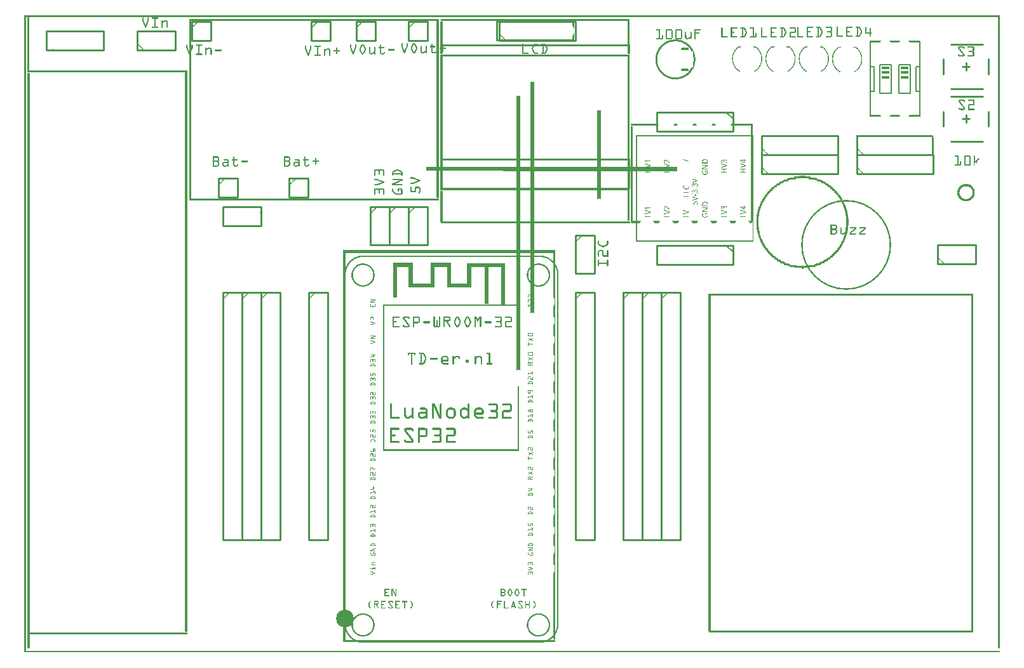
<source format=gto>
G04 MADE WITH FRITZING*
G04 WWW.FRITZING.ORG*
G04 DOUBLE SIDED*
G04 HOLES PLATED*
G04 CONTOUR ON CENTER OF CONTOUR VECTOR*
%ASAXBY*%
%FSLAX23Y23*%
%MOIN*%
%OFA0B0*%
%SFA1.0B1.0*%
%ADD10C,0.093181*%
%ADD11C,0.472566X0.456566*%
%ADD12R,0.040000X0.015000*%
%ADD13C,0.010000*%
%ADD14C,0.005000*%
%ADD15C,0.008000*%
%ADD16R,0.001000X0.001000*%
%LNSILK1*%
G90*
G70*
G54D10*
X1683Y177D03*
X1683Y177D03*
G54D11*
X4313Y2140D03*
G54D12*
X4518Y3021D03*
X4518Y3046D03*
X4518Y3071D03*
X4618Y3021D03*
X4618Y3046D03*
X4618Y3071D03*
G54D13*
X1389Y2489D02*
X1389Y2389D01*
D02*
X1389Y2389D02*
X1489Y2389D01*
D02*
X1489Y2389D02*
X1489Y2489D01*
D02*
X1489Y2489D02*
X1389Y2489D01*
D02*
X1017Y2489D02*
X1017Y2389D01*
D02*
X1017Y2389D02*
X1117Y2389D01*
D02*
X1117Y2389D02*
X1117Y2489D01*
D02*
X1117Y2489D02*
X1017Y2489D01*
D02*
X1506Y3315D02*
X1506Y3215D01*
D02*
X1506Y3215D02*
X1606Y3215D01*
D02*
X1606Y3215D02*
X1606Y3315D01*
D02*
X1606Y3315D02*
X1506Y3315D01*
D02*
X878Y3315D02*
X878Y3215D01*
D02*
X878Y3215D02*
X978Y3215D01*
D02*
X978Y3215D02*
X978Y3315D01*
D02*
X978Y3315D02*
X878Y3315D01*
D02*
X1741Y3315D02*
X1741Y3215D01*
D02*
X1741Y3215D02*
X1841Y3215D01*
D02*
X1841Y3215D02*
X1841Y3315D01*
D02*
X1841Y3315D02*
X1741Y3315D01*
D02*
X2016Y3315D02*
X2016Y3215D01*
D02*
X2016Y3215D02*
X2116Y3215D01*
D02*
X2116Y3215D02*
X2116Y3315D01*
D02*
X2116Y3315D02*
X2016Y3315D01*
D02*
X116Y3165D02*
X416Y3165D01*
D02*
X416Y3165D02*
X416Y3265D01*
D02*
X416Y3265D02*
X116Y3265D01*
D02*
X116Y3265D02*
X116Y3165D01*
D02*
X1241Y2340D02*
X1041Y2340D01*
D02*
X1041Y2340D02*
X1041Y2240D01*
D02*
X1041Y2240D02*
X1241Y2240D01*
D02*
X1241Y2240D02*
X1241Y2340D01*
D02*
X591Y3165D02*
X791Y3165D01*
D02*
X791Y3165D02*
X791Y3265D01*
D02*
X791Y3265D02*
X591Y3265D01*
D02*
X591Y3265D02*
X591Y3165D01*
D02*
X1816Y2340D02*
X1816Y2140D01*
D02*
X1816Y2140D02*
X1916Y2140D01*
D02*
X1916Y2140D02*
X1916Y2340D01*
D02*
X1916Y2340D02*
X1816Y2340D01*
D02*
X2891Y2190D02*
X2891Y1990D01*
D02*
X2891Y1990D02*
X2991Y1990D01*
D02*
X2991Y1990D02*
X2991Y2190D01*
D02*
X2991Y2190D02*
X2891Y2190D01*
D02*
X2016Y2340D02*
X2016Y2140D01*
D02*
X2016Y2140D02*
X2116Y2140D01*
D02*
X2116Y2140D02*
X2116Y2340D01*
D02*
X2116Y2340D02*
X2016Y2340D01*
D02*
X1916Y2340D02*
X1916Y2140D01*
D02*
X1916Y2140D02*
X2016Y2140D01*
D02*
X2016Y2140D02*
X2016Y2340D01*
D02*
X2016Y2340D02*
X1916Y2340D01*
D02*
X2491Y3215D02*
X2891Y3215D01*
D02*
X2891Y3215D02*
X2891Y3315D01*
D02*
X2891Y3315D02*
X2491Y3315D01*
D02*
X2491Y3315D02*
X2491Y3215D01*
D02*
X4791Y2040D02*
X4991Y2040D01*
D02*
X4991Y2040D02*
X4991Y2140D01*
D02*
X4991Y2140D02*
X4791Y2140D01*
D02*
X4791Y2140D02*
X4791Y2040D01*
D02*
X1241Y1890D02*
X1241Y590D01*
D02*
X1241Y590D02*
X1341Y590D01*
D02*
X1341Y590D02*
X1341Y1890D01*
D02*
X1341Y1890D02*
X1241Y1890D01*
D02*
X1141Y1890D02*
X1141Y590D01*
D02*
X1141Y590D02*
X1241Y590D01*
D02*
X1241Y590D02*
X1241Y1890D01*
D02*
X1241Y1890D02*
X1141Y1890D01*
D02*
X1041Y1890D02*
X1041Y590D01*
D02*
X1041Y590D02*
X1141Y590D01*
D02*
X1141Y590D02*
X1141Y1890D01*
D02*
X1141Y1890D02*
X1041Y1890D01*
D02*
X1491Y1890D02*
X1491Y590D01*
D02*
X1491Y590D02*
X1591Y590D01*
D02*
X1591Y590D02*
X1591Y1890D01*
D02*
X1591Y1890D02*
X1491Y1890D01*
D02*
X3241Y1890D02*
X3241Y590D01*
D02*
X3241Y590D02*
X3341Y590D01*
D02*
X3341Y590D02*
X3341Y1890D01*
D02*
X3341Y1890D02*
X3241Y1890D01*
D02*
X3341Y1890D02*
X3341Y590D01*
D02*
X3341Y590D02*
X3441Y590D01*
D02*
X3441Y590D02*
X3441Y1890D01*
D02*
X3441Y1890D02*
X3341Y1890D01*
D02*
X3141Y1890D02*
X3141Y590D01*
D02*
X3141Y590D02*
X3241Y590D01*
D02*
X3241Y590D02*
X3241Y1890D01*
D02*
X3241Y1890D02*
X3141Y1890D01*
D02*
X2891Y1890D02*
X2891Y590D01*
D02*
X2891Y590D02*
X2991Y590D01*
D02*
X2991Y590D02*
X2991Y1890D01*
D02*
X2991Y1890D02*
X2891Y1890D01*
D02*
X5058Y2841D02*
X5058Y2763D01*
D02*
X4861Y2920D02*
X5028Y2920D01*
D02*
X4861Y2684D02*
X5028Y2684D01*
D02*
X4822Y2841D02*
X4822Y2763D01*
D02*
X4940Y2822D02*
X4940Y2782D01*
D02*
X4959Y2802D02*
X4920Y2802D01*
D02*
X5058Y3116D02*
X5058Y3038D01*
D02*
X4861Y3195D02*
X5028Y3195D01*
D02*
X4861Y2959D02*
X5028Y2959D01*
D02*
X4822Y3116D02*
X4822Y3038D01*
D02*
X4940Y3097D02*
X4940Y3057D01*
D02*
X4959Y3077D02*
X4920Y3077D01*
D02*
X3718Y2838D02*
X3318Y2838D01*
D02*
X3318Y2838D02*
X3318Y2738D01*
D02*
X3318Y2738D02*
X3718Y2738D01*
D02*
X3718Y2738D02*
X3718Y2838D01*
G54D14*
D02*
X3683Y2838D02*
X3718Y2803D01*
G54D13*
D02*
X3718Y2138D02*
X3318Y2138D01*
D02*
X3318Y2138D02*
X3318Y2038D01*
D02*
X3318Y2038D02*
X3718Y2038D01*
D02*
X3718Y2038D02*
X3718Y2138D01*
G54D14*
D02*
X3683Y2138D02*
X3718Y2103D01*
G54D13*
D02*
X3868Y2513D02*
X4268Y2513D01*
D02*
X4268Y2513D02*
X4268Y2613D01*
D02*
X4268Y2613D02*
X3868Y2613D01*
D02*
X3868Y2613D02*
X3868Y2513D01*
D02*
X3868Y2613D02*
X4268Y2613D01*
D02*
X4268Y2613D02*
X4268Y2713D01*
D02*
X4268Y2713D02*
X3868Y2713D01*
D02*
X3868Y2713D02*
X3868Y2613D01*
G54D15*
D02*
X4698Y2818D02*
X4698Y2948D01*
D02*
X4698Y3078D02*
X4678Y3078D01*
D02*
X4678Y3078D02*
X4678Y2948D01*
D02*
X4678Y2948D02*
X4698Y2948D01*
D02*
X4698Y3078D02*
X4698Y3208D01*
D02*
X4698Y2948D02*
X4698Y3078D01*
D02*
X4438Y3208D02*
X4438Y3078D01*
D02*
X4438Y2948D02*
X4458Y2948D01*
D02*
X4458Y2948D02*
X4458Y3078D01*
D02*
X4458Y3078D02*
X4438Y3078D01*
D02*
X4438Y2948D02*
X4438Y2818D01*
D02*
X4438Y3078D02*
X4438Y2948D01*
D02*
X4548Y2938D02*
X4548Y3088D01*
D02*
X4548Y2938D02*
X4488Y2938D01*
D02*
X4488Y3088D02*
X4488Y2938D01*
D02*
X4488Y3088D02*
X4548Y3088D01*
D02*
X4648Y2938D02*
X4648Y3088D01*
D02*
X4648Y2938D02*
X4588Y2938D01*
D02*
X4588Y3088D02*
X4588Y2938D01*
D02*
X4588Y3088D02*
X4648Y3088D01*
G54D13*
D02*
X4368Y2613D02*
X4768Y2613D01*
D02*
X4368Y2713D02*
X4368Y2613D01*
D02*
X4368Y2513D02*
X4768Y2513D01*
D02*
X4768Y2513D02*
X4768Y2613D01*
D02*
X4768Y2613D02*
X4368Y2613D01*
D02*
X4368Y2613D02*
X4368Y2513D01*
G36*
X14Y3045D02*
X14Y105D01*
X27Y105D01*
X27Y3045D01*
X14Y3045D01*
G37*
D02*
G36*
X14Y105D02*
X14Y102D01*
X854Y102D01*
X854Y105D01*
X14Y105D01*
G37*
D02*
G36*
X14Y105D02*
X14Y102D01*
X854Y102D01*
X854Y105D01*
X14Y105D01*
G37*
D02*
G36*
X14Y102D02*
X14Y19D01*
X27Y19D01*
X27Y92D01*
X854Y92D01*
X854Y102D01*
X14Y102D01*
G37*
D02*
G36*
X864Y3319D02*
X864Y2385D01*
X874Y2385D01*
X874Y3319D01*
X864Y3319D01*
G37*
D02*
G36*
X864Y2385D02*
X864Y2382D01*
X2174Y2382D01*
X2174Y2385D01*
X864Y2385D01*
G37*
D02*
G36*
X864Y2385D02*
X864Y2382D01*
X2174Y2382D01*
X2174Y2385D01*
X864Y2385D01*
G37*
D02*
G36*
X864Y2382D02*
X864Y2372D01*
X2174Y2372D01*
X2174Y2382D01*
X864Y2382D01*
G37*
D02*
G36*
X2181Y3315D02*
X2181Y3192D01*
X2194Y3192D01*
X2194Y3315D01*
X2181Y3315D01*
G37*
D02*
G36*
X2474Y3309D02*
X2474Y3219D01*
X2484Y3219D01*
X2484Y3309D01*
X2474Y3309D01*
G37*
D02*
G36*
X2474Y3219D02*
X2474Y3215D01*
X2884Y3215D01*
X2884Y3219D01*
X2474Y3219D01*
G37*
D02*
G36*
X2474Y3219D02*
X2474Y3215D01*
X2884Y3215D01*
X2884Y3219D01*
X2474Y3219D01*
G37*
D02*
G36*
X2474Y3215D02*
X2474Y3209D01*
X2884Y3209D01*
X2884Y3215D01*
X2474Y3215D01*
G37*
D02*
G36*
X2181Y3192D02*
X2181Y3189D01*
X3177Y3189D01*
X3177Y3192D01*
X2181Y3192D01*
G37*
D02*
G36*
X2181Y3192D02*
X2181Y3189D01*
X3177Y3189D01*
X3177Y3192D01*
X2181Y3192D01*
G37*
D02*
G36*
X2181Y3189D02*
X2181Y3182D01*
X3164Y3182D01*
X3164Y3145D01*
X3177Y3145D01*
X3177Y3189D01*
X2181Y3189D01*
G37*
D02*
G36*
X2181Y3182D02*
X2181Y3145D01*
X2194Y3145D01*
X2194Y3182D01*
X2181Y3182D01*
G37*
D02*
G36*
X2181Y3145D02*
X2181Y3142D01*
X3177Y3142D01*
X3177Y3145D01*
X2181Y3145D01*
G37*
D02*
G36*
X2181Y3145D02*
X2181Y3142D01*
X3177Y3142D01*
X3177Y3145D01*
X2181Y3145D01*
G37*
D02*
G36*
X2181Y3132D02*
X2181Y2592D01*
X2194Y2592D01*
X2194Y3132D01*
X2181Y3132D01*
G37*
D02*
G36*
X2181Y2592D02*
X2181Y2589D01*
X3177Y2589D01*
X3177Y2592D01*
X2181Y2592D01*
G37*
D02*
G36*
X2181Y2592D02*
X2181Y2589D01*
X3177Y2589D01*
X3177Y2592D01*
X2181Y2592D01*
G37*
D02*
G36*
X2181Y2589D02*
X2181Y2582D01*
X3164Y2582D01*
X3164Y2439D01*
X3177Y2439D01*
X3177Y2589D01*
X2181Y2589D01*
G37*
D02*
G36*
X2181Y2582D02*
X2181Y2439D01*
X2194Y2439D01*
X2194Y2582D01*
X2181Y2582D01*
G37*
D02*
G36*
X2181Y2439D02*
X2181Y2435D01*
X3177Y2435D01*
X3177Y2439D01*
X2181Y2439D01*
G37*
D02*
G36*
X2181Y2439D02*
X2181Y2435D01*
X3177Y2435D01*
X3177Y2439D01*
X2181Y2439D01*
G37*
D02*
G36*
X2181Y2425D02*
X2181Y2265D01*
X2194Y2265D01*
X2194Y2425D01*
X2181Y2425D01*
G37*
D02*
G36*
X2181Y2265D02*
X2181Y2262D01*
X3177Y2262D01*
X3177Y2265D01*
X2181Y2265D01*
G37*
D02*
G36*
X2181Y2265D02*
X2181Y2262D01*
X3177Y2262D01*
X3177Y2265D01*
X2181Y2265D01*
G37*
D02*
G36*
X2181Y2262D02*
X2181Y2259D01*
X2184Y2259D01*
X2184Y2255D01*
X2187Y2255D01*
X2187Y2252D01*
X3171Y2252D01*
X3171Y2255D01*
X3177Y2255D01*
X3177Y2262D01*
X2181Y2262D01*
G37*
D02*
G36*
X3181Y2765D02*
X3181Y2265D01*
X3191Y2265D01*
X3191Y2765D01*
X3181Y2765D01*
G37*
D02*
G36*
X4064Y2502D02*
X4064Y2499D01*
X4037Y2499D01*
X4037Y2495D01*
X4021Y2495D01*
X4021Y2492D01*
X4011Y2492D01*
X4011Y2489D01*
X4114Y2489D01*
X4114Y2485D01*
X4134Y2485D01*
X4134Y2482D01*
X4144Y2482D01*
X4144Y2479D01*
X4157Y2479D01*
X4157Y2475D01*
X4164Y2475D01*
X4164Y2472D01*
X4174Y2472D01*
X4174Y2469D01*
X4181Y2469D01*
X4181Y2465D01*
X4187Y2465D01*
X4187Y2462D01*
X4194Y2462D01*
X4194Y2459D01*
X4201Y2459D01*
X4201Y2455D01*
X4204Y2455D01*
X4204Y2452D01*
X4211Y2452D01*
X4211Y2449D01*
X4214Y2449D01*
X4214Y2445D01*
X4221Y2445D01*
X4221Y2442D01*
X4224Y2442D01*
X4224Y2439D01*
X4227Y2439D01*
X4227Y2435D01*
X4231Y2435D01*
X4231Y2432D01*
X4234Y2432D01*
X4234Y2429D01*
X4237Y2429D01*
X4237Y2425D01*
X4244Y2425D01*
X4244Y2422D01*
X4247Y2422D01*
X4247Y2415D01*
X4251Y2415D01*
X4251Y2412D01*
X4254Y2412D01*
X4254Y2409D01*
X4257Y2409D01*
X4257Y2405D01*
X4261Y2405D01*
X4261Y2402D01*
X4264Y2402D01*
X4264Y2399D01*
X4267Y2399D01*
X4267Y2392D01*
X4271Y2392D01*
X4271Y2389D01*
X4274Y2389D01*
X4274Y2382D01*
X4277Y2382D01*
X4277Y2379D01*
X4281Y2379D01*
X4281Y2372D01*
X4284Y2372D01*
X4284Y2365D01*
X4287Y2365D01*
X4287Y2359D01*
X4291Y2359D01*
X4291Y2352D01*
X4294Y2352D01*
X4294Y2342D01*
X4297Y2342D01*
X4297Y2335D01*
X4301Y2335D01*
X4301Y2325D01*
X4304Y2325D01*
X4304Y2312D01*
X4307Y2312D01*
X4307Y2292D01*
X4311Y2292D01*
X4311Y2225D01*
X4307Y2225D01*
X4307Y2209D01*
X4304Y2209D01*
X4304Y2195D01*
X4301Y2195D01*
X4301Y2185D01*
X4297Y2185D01*
X4297Y2175D01*
X4294Y2175D01*
X4294Y2165D01*
X4291Y2165D01*
X4291Y2159D01*
X4287Y2159D01*
X4287Y2152D01*
X4284Y2152D01*
X4284Y2145D01*
X4281Y2145D01*
X4281Y2142D01*
X4277Y2142D01*
X4277Y2135D01*
X4274Y2135D01*
X4274Y2129D01*
X4271Y2129D01*
X4271Y2125D01*
X4267Y2125D01*
X4267Y2122D01*
X4264Y2122D01*
X4264Y2115D01*
X4261Y2115D01*
X4261Y2112D01*
X4257Y2112D01*
X4257Y2109D01*
X4254Y2109D01*
X4254Y2105D01*
X4251Y2105D01*
X4251Y2102D01*
X4247Y2102D01*
X4247Y2099D01*
X4244Y2099D01*
X4244Y2095D01*
X4241Y2095D01*
X4241Y2092D01*
X4237Y2092D01*
X4237Y2089D01*
X4234Y2089D01*
X4234Y2085D01*
X4231Y2085D01*
X4231Y2082D01*
X4227Y2082D01*
X4227Y2079D01*
X4224Y2079D01*
X4224Y2075D01*
X4217Y2075D01*
X4217Y2072D01*
X4214Y2072D01*
X4214Y2069D01*
X4207Y2069D01*
X4207Y2065D01*
X4204Y2065D01*
X4204Y2062D01*
X4197Y2062D01*
X4197Y2059D01*
X4191Y2059D01*
X4191Y2055D01*
X4187Y2055D01*
X4187Y2052D01*
X4181Y2052D01*
X4181Y2049D01*
X4171Y2049D01*
X4171Y2045D01*
X4164Y2045D01*
X4164Y2042D01*
X4154Y2042D01*
X4154Y2039D01*
X4144Y2039D01*
X4144Y2035D01*
X4131Y2035D01*
X4131Y2032D01*
X4111Y2032D01*
X4111Y2029D01*
X4161Y2029D01*
X4161Y2032D01*
X4167Y2032D01*
X4167Y2035D01*
X4177Y2035D01*
X4177Y2039D01*
X4184Y2039D01*
X4184Y2042D01*
X4191Y2042D01*
X4191Y2045D01*
X4197Y2045D01*
X4197Y2049D01*
X4204Y2049D01*
X4204Y2052D01*
X4207Y2052D01*
X4207Y2055D01*
X4214Y2055D01*
X4214Y2059D01*
X4217Y2059D01*
X4217Y2062D01*
X4224Y2062D01*
X4224Y2065D01*
X4227Y2065D01*
X4227Y2069D01*
X4231Y2069D01*
X4231Y2072D01*
X4237Y2072D01*
X4237Y2075D01*
X4241Y2075D01*
X4241Y2079D01*
X4244Y2079D01*
X4244Y2082D01*
X4247Y2082D01*
X4247Y2085D01*
X4251Y2085D01*
X4251Y2089D01*
X4254Y2089D01*
X4254Y2092D01*
X4257Y2092D01*
X4257Y2095D01*
X4261Y2095D01*
X4261Y2099D01*
X4264Y2099D01*
X4264Y2102D01*
X4267Y2102D01*
X4267Y2105D01*
X4271Y2105D01*
X4271Y2112D01*
X4274Y2112D01*
X4274Y2115D01*
X4277Y2115D01*
X4277Y2119D01*
X4281Y2119D01*
X4281Y2125D01*
X4284Y2125D01*
X4284Y2129D01*
X4287Y2129D01*
X4287Y2135D01*
X4291Y2135D01*
X4291Y2142D01*
X4294Y2142D01*
X4294Y2149D01*
X4297Y2149D01*
X4297Y2155D01*
X4301Y2155D01*
X4301Y2162D01*
X4304Y2162D01*
X4304Y2169D01*
X4307Y2169D01*
X4307Y2179D01*
X4311Y2179D01*
X4311Y2189D01*
X4314Y2189D01*
X4314Y2199D01*
X4317Y2199D01*
X4317Y2215D01*
X4321Y2215D01*
X4321Y2242D01*
X4324Y2242D01*
X4324Y2279D01*
X4321Y2279D01*
X4321Y2302D01*
X4317Y2302D01*
X4317Y2319D01*
X4314Y2319D01*
X4314Y2329D01*
X4311Y2329D01*
X4311Y2339D01*
X4307Y2339D01*
X4307Y2349D01*
X4304Y2349D01*
X4304Y2355D01*
X4301Y2355D01*
X4301Y2365D01*
X4297Y2365D01*
X4297Y2372D01*
X4294Y2372D01*
X4294Y2375D01*
X4291Y2375D01*
X4291Y2382D01*
X4287Y2382D01*
X4287Y2389D01*
X4284Y2389D01*
X4284Y2392D01*
X4281Y2392D01*
X4281Y2399D01*
X4277Y2399D01*
X4277Y2402D01*
X4274Y2402D01*
X4274Y2405D01*
X4271Y2405D01*
X4271Y2412D01*
X4267Y2412D01*
X4267Y2415D01*
X4264Y2415D01*
X4264Y2419D01*
X4261Y2419D01*
X4261Y2422D01*
X4257Y2422D01*
X4257Y2425D01*
X4254Y2425D01*
X4254Y2429D01*
X4251Y2429D01*
X4251Y2432D01*
X4247Y2432D01*
X4247Y2435D01*
X4244Y2435D01*
X4244Y2439D01*
X4241Y2439D01*
X4241Y2442D01*
X4237Y2442D01*
X4237Y2445D01*
X4234Y2445D01*
X4234Y2449D01*
X4227Y2449D01*
X4227Y2452D01*
X4224Y2452D01*
X4224Y2455D01*
X4221Y2455D01*
X4221Y2459D01*
X4214Y2459D01*
X4214Y2462D01*
X4211Y2462D01*
X4211Y2465D01*
X4204Y2465D01*
X4204Y2469D01*
X4197Y2469D01*
X4197Y2472D01*
X4191Y2472D01*
X4191Y2475D01*
X4187Y2475D01*
X4187Y2479D01*
X4177Y2479D01*
X4177Y2482D01*
X4171Y2482D01*
X4171Y2485D01*
X4161Y2485D01*
X4161Y2489D01*
X4151Y2489D01*
X4151Y2492D01*
X4141Y2492D01*
X4141Y2495D01*
X4124Y2495D01*
X4124Y2499D01*
X4097Y2499D01*
X4097Y2502D01*
X4064Y2502D01*
G37*
D02*
G36*
X4001Y2489D02*
X4001Y2485D01*
X3991Y2485D01*
X3991Y2482D01*
X3984Y2482D01*
X3984Y2479D01*
X3977Y2479D01*
X3977Y2475D01*
X3971Y2475D01*
X3971Y2472D01*
X3964Y2472D01*
X3964Y2469D01*
X3957Y2469D01*
X3957Y2465D01*
X3954Y2465D01*
X3954Y2462D01*
X3947Y2462D01*
X3947Y2459D01*
X3944Y2459D01*
X3944Y2455D01*
X3937Y2455D01*
X3937Y2452D01*
X3934Y2452D01*
X3934Y2449D01*
X3931Y2449D01*
X3931Y2445D01*
X3924Y2445D01*
X3924Y2442D01*
X3921Y2442D01*
X3921Y2439D01*
X3917Y2439D01*
X3917Y2435D01*
X3914Y2435D01*
X3914Y2432D01*
X3911Y2432D01*
X3911Y2429D01*
X3907Y2429D01*
X3907Y2425D01*
X3904Y2425D01*
X3904Y2422D01*
X3901Y2422D01*
X3901Y2419D01*
X3897Y2419D01*
X3897Y2415D01*
X3894Y2415D01*
X3894Y2409D01*
X3891Y2409D01*
X3891Y2405D01*
X3887Y2405D01*
X3887Y2402D01*
X3884Y2402D01*
X3884Y2395D01*
X3881Y2395D01*
X3881Y2392D01*
X3877Y2392D01*
X3877Y2385D01*
X3874Y2385D01*
X3874Y2382D01*
X3871Y2382D01*
X3871Y2375D01*
X3867Y2375D01*
X3867Y2369D01*
X3864Y2369D01*
X3864Y2362D01*
X3861Y2362D01*
X3861Y2355D01*
X3857Y2355D01*
X3857Y2345D01*
X3854Y2345D01*
X3854Y2339D01*
X3851Y2339D01*
X3851Y2329D01*
X3847Y2329D01*
X3847Y2315D01*
X3844Y2315D01*
X3844Y2299D01*
X3841Y2299D01*
X3841Y2262D01*
X3837Y2262D01*
X3837Y2259D01*
X3841Y2259D01*
X3841Y2219D01*
X3844Y2219D01*
X3844Y2202D01*
X3847Y2202D01*
X3847Y2192D01*
X3851Y2192D01*
X3851Y2179D01*
X3854Y2179D01*
X3854Y2172D01*
X3857Y2172D01*
X3857Y2162D01*
X3861Y2162D01*
X3861Y2155D01*
X3864Y2155D01*
X3864Y2149D01*
X3867Y2149D01*
X3867Y2142D01*
X3871Y2142D01*
X3871Y2135D01*
X3874Y2135D01*
X3874Y2132D01*
X3877Y2132D01*
X3877Y2125D01*
X3881Y2125D01*
X3881Y2122D01*
X3884Y2122D01*
X3884Y2115D01*
X3887Y2115D01*
X3887Y2112D01*
X3891Y2112D01*
X3891Y2109D01*
X3894Y2109D01*
X3894Y2105D01*
X3897Y2105D01*
X3897Y2099D01*
X3901Y2099D01*
X3901Y2095D01*
X3904Y2095D01*
X3904Y2092D01*
X3907Y2092D01*
X3907Y2089D01*
X3911Y2089D01*
X3911Y2085D01*
X3914Y2085D01*
X3914Y2082D01*
X3917Y2082D01*
X3917Y2079D01*
X3921Y2079D01*
X3921Y2075D01*
X3927Y2075D01*
X3927Y2072D01*
X3931Y2072D01*
X3931Y2069D01*
X3934Y2069D01*
X3934Y2065D01*
X3937Y2065D01*
X3937Y2062D01*
X3944Y2062D01*
X3944Y2059D01*
X3947Y2059D01*
X3947Y2055D01*
X3954Y2055D01*
X3954Y2052D01*
X3957Y2052D01*
X3957Y2049D01*
X3964Y2049D01*
X3964Y2045D01*
X3971Y2045D01*
X3971Y2042D01*
X3977Y2042D01*
X3977Y2039D01*
X3984Y2039D01*
X3984Y2035D01*
X3994Y2035D01*
X3994Y2032D01*
X4001Y2032D01*
X4001Y2029D01*
X4051Y2029D01*
X4051Y2032D01*
X4031Y2032D01*
X4031Y2035D01*
X4017Y2035D01*
X4017Y2039D01*
X4007Y2039D01*
X4007Y2042D01*
X3997Y2042D01*
X3997Y2045D01*
X3991Y2045D01*
X3991Y2049D01*
X3984Y2049D01*
X3984Y2052D01*
X3977Y2052D01*
X3977Y2055D01*
X3971Y2055D01*
X3971Y2059D01*
X3964Y2059D01*
X3964Y2062D01*
X3957Y2062D01*
X3957Y2065D01*
X3954Y2065D01*
X3954Y2069D01*
X3947Y2069D01*
X3947Y2072D01*
X3944Y2072D01*
X3944Y2075D01*
X3941Y2075D01*
X3941Y2079D01*
X3934Y2079D01*
X3934Y2082D01*
X3931Y2082D01*
X3931Y2085D01*
X3927Y2085D01*
X3927Y2089D01*
X3924Y2089D01*
X3924Y2092D01*
X3921Y2092D01*
X3921Y2095D01*
X3917Y2095D01*
X3917Y2099D01*
X3914Y2099D01*
X3914Y2102D01*
X3911Y2102D01*
X3911Y2105D01*
X3907Y2105D01*
X3907Y2109D01*
X3904Y2109D01*
X3904Y2112D01*
X3901Y2112D01*
X3901Y2119D01*
X3897Y2119D01*
X3897Y2122D01*
X3894Y2122D01*
X3894Y2125D01*
X3891Y2125D01*
X3891Y2132D01*
X3887Y2132D01*
X3887Y2135D01*
X3884Y2135D01*
X3884Y2142D01*
X3881Y2142D01*
X3881Y2149D01*
X3877Y2149D01*
X3877Y2155D01*
X3874Y2155D01*
X3874Y2162D01*
X3871Y2162D01*
X3871Y2169D01*
X3867Y2169D01*
X3867Y2175D01*
X3864Y2175D01*
X3864Y2185D01*
X3861Y2185D01*
X3861Y2195D01*
X3857Y2195D01*
X3857Y2212D01*
X3854Y2212D01*
X3854Y2232D01*
X3851Y2232D01*
X3851Y2289D01*
X3854Y2289D01*
X3854Y2309D01*
X3857Y2309D01*
X3857Y2322D01*
X3861Y2322D01*
X3861Y2332D01*
X3864Y2332D01*
X3864Y2342D01*
X3867Y2342D01*
X3867Y2349D01*
X3871Y2349D01*
X3871Y2359D01*
X3874Y2359D01*
X3874Y2365D01*
X3877Y2365D01*
X3877Y2369D01*
X3881Y2369D01*
X3881Y2375D01*
X3884Y2375D01*
X3884Y2382D01*
X3887Y2382D01*
X3887Y2385D01*
X3891Y2385D01*
X3891Y2392D01*
X3894Y2392D01*
X3894Y2395D01*
X3897Y2395D01*
X3897Y2402D01*
X3901Y2402D01*
X3901Y2405D01*
X3904Y2405D01*
X3904Y2409D01*
X3907Y2409D01*
X3907Y2412D01*
X3911Y2412D01*
X3911Y2415D01*
X3914Y2415D01*
X3914Y2419D01*
X3917Y2419D01*
X3917Y2422D01*
X3921Y2422D01*
X3921Y2425D01*
X3924Y2425D01*
X3924Y2429D01*
X3927Y2429D01*
X3927Y2432D01*
X3931Y2432D01*
X3931Y2435D01*
X3934Y2435D01*
X3934Y2439D01*
X3937Y2439D01*
X3937Y2442D01*
X3944Y2442D01*
X3944Y2445D01*
X3947Y2445D01*
X3947Y2449D01*
X3951Y2449D01*
X3951Y2452D01*
X3957Y2452D01*
X3957Y2455D01*
X3964Y2455D01*
X3964Y2459D01*
X3967Y2459D01*
X3967Y2462D01*
X3974Y2462D01*
X3974Y2465D01*
X3981Y2465D01*
X3981Y2469D01*
X3987Y2469D01*
X3987Y2472D01*
X3997Y2472D01*
X3997Y2475D01*
X4007Y2475D01*
X4007Y2479D01*
X4017Y2479D01*
X4017Y2482D01*
X4031Y2482D01*
X4031Y2485D01*
X4047Y2485D01*
X4047Y2489D01*
X4001Y2489D01*
G37*
D02*
G36*
X4014Y2029D02*
X4014Y2025D01*
X4151Y2025D01*
X4151Y2029D01*
X4014Y2029D01*
G37*
D02*
G36*
X4014Y2029D02*
X4014Y2025D01*
X4151Y2025D01*
X4151Y2029D01*
X4014Y2029D01*
G37*
D02*
G36*
X4024Y2025D02*
X4024Y2022D01*
X4041Y2022D01*
X4041Y2019D01*
X4077Y2019D01*
X4077Y2015D01*
X4087Y2015D01*
X4087Y2019D01*
X4121Y2019D01*
X4121Y2022D01*
X4137Y2022D01*
X4137Y2025D01*
X4024Y2025D01*
G37*
D02*
G36*
X1671Y2099D02*
X1671Y65D01*
X1684Y65D01*
X1684Y2099D01*
X1671Y2099D01*
G37*
D02*
G36*
X1671Y65D02*
X1671Y62D01*
X2784Y62D01*
X2784Y65D01*
X1671Y65D01*
G37*
D02*
G36*
X1671Y65D02*
X1671Y62D01*
X2784Y62D01*
X2784Y65D01*
X1671Y65D01*
G37*
D02*
G36*
X1671Y62D02*
X1671Y52D01*
X2784Y52D01*
X2784Y62D01*
X1671Y62D01*
G37*
D02*
G36*
X3591Y1885D02*
X3591Y1882D01*
X3587Y1882D01*
X3587Y1875D01*
X4967Y1875D01*
X4967Y115D01*
X4977Y115D01*
X4977Y1885D01*
X3591Y1885D01*
G37*
D02*
G36*
X3587Y1875D02*
X3587Y115D01*
X3601Y115D01*
X3601Y1875D01*
X3587Y1875D01*
G37*
D02*
G36*
X3587Y115D02*
X3587Y112D01*
X4977Y112D01*
X4977Y115D01*
X3587Y115D01*
G37*
D02*
G36*
X3587Y115D02*
X3587Y112D01*
X4977Y112D01*
X4977Y115D01*
X3587Y115D01*
G37*
D02*
G36*
X3587Y112D02*
X3587Y109D01*
X3591Y109D01*
X3591Y105D01*
X3594Y105D01*
X3594Y102D01*
X4974Y102D01*
X4974Y105D01*
X4977Y105D01*
X4977Y112D01*
X3587Y112D01*
G37*
D02*
G54D16*
X0Y3345D02*
X5117Y3345D01*
X0Y3344D02*
X5117Y3344D01*
X0Y3343D02*
X5117Y3343D01*
X0Y3342D02*
X5117Y3342D01*
X0Y3341D02*
X5117Y3341D01*
X0Y3340D02*
X5117Y3340D01*
X0Y3339D02*
X5117Y3339D01*
X0Y3338D02*
X7Y3338D01*
X14Y3338D02*
X26Y3338D01*
X5110Y3338D02*
X5117Y3338D01*
X0Y3337D02*
X7Y3337D01*
X14Y3337D02*
X26Y3337D01*
X5110Y3337D02*
X5117Y3337D01*
X0Y3336D02*
X7Y3336D01*
X14Y3336D02*
X26Y3336D01*
X5110Y3336D02*
X5117Y3336D01*
X0Y3335D02*
X7Y3335D01*
X14Y3335D02*
X26Y3335D01*
X621Y3335D02*
X623Y3335D01*
X648Y3335D02*
X650Y3335D01*
X671Y3335D02*
X700Y3335D01*
X5110Y3335D02*
X5117Y3335D01*
X0Y3334D02*
X7Y3334D01*
X14Y3334D02*
X26Y3334D01*
X619Y3334D02*
X624Y3334D01*
X647Y3334D02*
X652Y3334D01*
X669Y3334D02*
X702Y3334D01*
X5110Y3334D02*
X5117Y3334D01*
X0Y3333D02*
X7Y3333D01*
X14Y3333D02*
X26Y3333D01*
X619Y3333D02*
X625Y3333D01*
X646Y3333D02*
X652Y3333D01*
X669Y3333D02*
X702Y3333D01*
X5110Y3333D02*
X5117Y3333D01*
X0Y3332D02*
X7Y3332D01*
X14Y3332D02*
X26Y3332D01*
X619Y3332D02*
X625Y3332D01*
X646Y3332D02*
X652Y3332D01*
X669Y3332D02*
X702Y3332D01*
X5110Y3332D02*
X5117Y3332D01*
X0Y3331D02*
X7Y3331D01*
X14Y3331D02*
X26Y3331D01*
X619Y3331D02*
X625Y3331D01*
X646Y3331D02*
X652Y3331D01*
X669Y3331D02*
X702Y3331D01*
X5110Y3331D02*
X5117Y3331D01*
X0Y3330D02*
X7Y3330D01*
X14Y3330D02*
X26Y3330D01*
X619Y3330D02*
X625Y3330D01*
X646Y3330D02*
X652Y3330D01*
X669Y3330D02*
X702Y3330D01*
X5110Y3330D02*
X5117Y3330D01*
X0Y3329D02*
X7Y3329D01*
X14Y3329D02*
X26Y3329D01*
X619Y3329D02*
X625Y3329D01*
X646Y3329D02*
X652Y3329D01*
X670Y3329D02*
X700Y3329D01*
X5110Y3329D02*
X5117Y3329D01*
X0Y3328D02*
X7Y3328D01*
X14Y3328D02*
X26Y3328D01*
X619Y3328D02*
X625Y3328D01*
X646Y3328D02*
X652Y3328D01*
X682Y3328D02*
X688Y3328D01*
X864Y3328D02*
X2173Y3328D01*
X2187Y3328D02*
X3173Y3328D01*
X5110Y3328D02*
X5117Y3328D01*
X0Y3327D02*
X7Y3327D01*
X14Y3327D02*
X26Y3327D01*
X619Y3327D02*
X625Y3327D01*
X646Y3327D02*
X652Y3327D01*
X682Y3327D02*
X688Y3327D01*
X864Y3327D02*
X2173Y3327D01*
X2187Y3327D02*
X3173Y3327D01*
X5110Y3327D02*
X5117Y3327D01*
X0Y3326D02*
X7Y3326D01*
X14Y3326D02*
X26Y3326D01*
X619Y3326D02*
X625Y3326D01*
X646Y3326D02*
X652Y3326D01*
X682Y3326D02*
X688Y3326D01*
X864Y3326D02*
X2173Y3326D01*
X2187Y3326D02*
X3173Y3326D01*
X5110Y3326D02*
X5117Y3326D01*
X0Y3325D02*
X7Y3325D01*
X14Y3325D02*
X26Y3325D01*
X619Y3325D02*
X625Y3325D01*
X646Y3325D02*
X652Y3325D01*
X682Y3325D02*
X688Y3325D01*
X864Y3325D02*
X2173Y3325D01*
X2184Y3325D02*
X3176Y3325D01*
X5110Y3325D02*
X5117Y3325D01*
X0Y3324D02*
X7Y3324D01*
X14Y3324D02*
X26Y3324D01*
X619Y3324D02*
X625Y3324D01*
X646Y3324D02*
X652Y3324D01*
X682Y3324D02*
X688Y3324D01*
X864Y3324D02*
X2173Y3324D01*
X2184Y3324D02*
X3176Y3324D01*
X5110Y3324D02*
X5117Y3324D01*
X0Y3323D02*
X7Y3323D01*
X14Y3323D02*
X26Y3323D01*
X619Y3323D02*
X625Y3323D01*
X646Y3323D02*
X652Y3323D01*
X682Y3323D02*
X688Y3323D01*
X864Y3323D02*
X2173Y3323D01*
X2184Y3323D02*
X3176Y3323D01*
X5110Y3323D02*
X5117Y3323D01*
X0Y3322D02*
X7Y3322D01*
X14Y3322D02*
X26Y3322D01*
X619Y3322D02*
X625Y3322D01*
X646Y3322D02*
X652Y3322D01*
X682Y3322D02*
X688Y3322D01*
X864Y3322D02*
X2173Y3322D01*
X2184Y3322D02*
X3176Y3322D01*
X5110Y3322D02*
X5117Y3322D01*
X0Y3321D02*
X7Y3321D01*
X14Y3321D02*
X26Y3321D01*
X619Y3321D02*
X625Y3321D01*
X646Y3321D02*
X652Y3321D01*
X682Y3321D02*
X688Y3321D01*
X864Y3321D02*
X2173Y3321D01*
X2181Y3321D02*
X3176Y3321D01*
X5110Y3321D02*
X5117Y3321D01*
X0Y3320D02*
X7Y3320D01*
X14Y3320D02*
X26Y3320D01*
X619Y3320D02*
X625Y3320D01*
X646Y3320D02*
X652Y3320D01*
X682Y3320D02*
X688Y3320D01*
X720Y3320D02*
X723Y3320D01*
X734Y3320D02*
X745Y3320D01*
X864Y3320D02*
X2173Y3320D01*
X2181Y3320D02*
X3176Y3320D01*
X5110Y3320D02*
X5117Y3320D01*
X0Y3319D02*
X7Y3319D01*
X14Y3319D02*
X26Y3319D01*
X619Y3319D02*
X625Y3319D01*
X646Y3319D02*
X652Y3319D01*
X682Y3319D02*
X688Y3319D01*
X719Y3319D02*
X724Y3319D01*
X732Y3319D02*
X747Y3319D01*
X864Y3319D02*
X2173Y3319D01*
X2181Y3319D02*
X3176Y3319D01*
X5110Y3319D02*
X5117Y3319D01*
X0Y3318D02*
X7Y3318D01*
X14Y3318D02*
X26Y3318D01*
X619Y3318D02*
X626Y3318D01*
X645Y3318D02*
X652Y3318D01*
X682Y3318D02*
X688Y3318D01*
X719Y3318D02*
X725Y3318D01*
X731Y3318D02*
X748Y3318D01*
X2161Y3318D02*
X2173Y3318D01*
X2181Y3318D02*
X3176Y3318D01*
X5110Y3318D02*
X5117Y3318D01*
X0Y3317D02*
X7Y3317D01*
X14Y3317D02*
X26Y3317D01*
X620Y3317D02*
X626Y3317D01*
X645Y3317D02*
X651Y3317D01*
X682Y3317D02*
X688Y3317D01*
X719Y3317D02*
X725Y3317D01*
X729Y3317D02*
X749Y3317D01*
X2161Y3317D02*
X2173Y3317D01*
X2181Y3317D02*
X3176Y3317D01*
X5110Y3317D02*
X5117Y3317D01*
X0Y3316D02*
X7Y3316D01*
X14Y3316D02*
X26Y3316D01*
X620Y3316D02*
X627Y3316D01*
X644Y3316D02*
X651Y3316D01*
X682Y3316D02*
X688Y3316D01*
X719Y3316D02*
X725Y3316D01*
X727Y3316D02*
X750Y3316D01*
X911Y3316D02*
X911Y3316D01*
X1538Y3316D02*
X1539Y3316D01*
X1774Y3316D02*
X1774Y3316D01*
X2049Y3316D02*
X2049Y3316D01*
X2161Y3316D02*
X2173Y3316D01*
X2181Y3316D02*
X3176Y3316D01*
X5110Y3316D02*
X5117Y3316D01*
X0Y3315D02*
X7Y3315D01*
X14Y3315D02*
X26Y3315D01*
X620Y3315D02*
X627Y3315D01*
X644Y3315D02*
X651Y3315D01*
X682Y3315D02*
X688Y3315D01*
X719Y3315D02*
X750Y3315D01*
X910Y3315D02*
X912Y3315D01*
X1537Y3315D02*
X1540Y3315D01*
X1773Y3315D02*
X1775Y3315D01*
X2048Y3315D02*
X2050Y3315D01*
X2161Y3315D02*
X2173Y3315D01*
X2474Y3315D02*
X2883Y3315D01*
X3164Y3315D02*
X3176Y3315D01*
X5110Y3315D02*
X5117Y3315D01*
X0Y3314D02*
X7Y3314D01*
X14Y3314D02*
X26Y3314D01*
X621Y3314D02*
X627Y3314D01*
X644Y3314D02*
X650Y3314D01*
X682Y3314D02*
X688Y3314D01*
X719Y3314D02*
X751Y3314D01*
X909Y3314D02*
X913Y3314D01*
X1536Y3314D02*
X1541Y3314D01*
X1772Y3314D02*
X1776Y3314D01*
X2047Y3314D02*
X2051Y3314D01*
X2161Y3314D02*
X2173Y3314D01*
X2474Y3314D02*
X2883Y3314D01*
X3164Y3314D02*
X3176Y3314D01*
X5110Y3314D02*
X5117Y3314D01*
X0Y3313D02*
X7Y3313D01*
X14Y3313D02*
X26Y3313D01*
X621Y3313D02*
X628Y3313D01*
X643Y3313D02*
X650Y3313D01*
X682Y3313D02*
X688Y3313D01*
X719Y3313D02*
X735Y3313D01*
X744Y3313D02*
X751Y3313D01*
X908Y3313D02*
X913Y3313D01*
X1535Y3313D02*
X1541Y3313D01*
X1771Y3313D02*
X1777Y3313D01*
X2046Y3313D02*
X2052Y3313D01*
X2161Y3313D02*
X2173Y3313D01*
X2474Y3313D02*
X2883Y3313D01*
X3164Y3313D02*
X3176Y3313D01*
X5110Y3313D02*
X5117Y3313D01*
X0Y3312D02*
X7Y3312D01*
X14Y3312D02*
X26Y3312D01*
X622Y3312D02*
X628Y3312D01*
X643Y3312D02*
X649Y3312D01*
X682Y3312D02*
X688Y3312D01*
X719Y3312D02*
X733Y3312D01*
X745Y3312D02*
X751Y3312D01*
X907Y3312D02*
X913Y3312D01*
X1534Y3312D02*
X1540Y3312D01*
X1770Y3312D02*
X1776Y3312D01*
X2045Y3312D02*
X2051Y3312D01*
X2161Y3312D02*
X2173Y3312D01*
X2474Y3312D02*
X2883Y3312D01*
X3164Y3312D02*
X3176Y3312D01*
X5110Y3312D02*
X5117Y3312D01*
X0Y3311D02*
X7Y3311D01*
X14Y3311D02*
X26Y3311D01*
X622Y3311D02*
X629Y3311D01*
X642Y3311D02*
X649Y3311D01*
X682Y3311D02*
X688Y3311D01*
X719Y3311D02*
X732Y3311D01*
X745Y3311D02*
X751Y3311D01*
X906Y3311D02*
X912Y3311D01*
X1533Y3311D02*
X1539Y3311D01*
X1769Y3311D02*
X1775Y3311D01*
X2044Y3311D02*
X2050Y3311D01*
X2161Y3311D02*
X2173Y3311D01*
X2474Y3311D02*
X2883Y3311D01*
X3164Y3311D02*
X3176Y3311D01*
X5110Y3311D02*
X5117Y3311D01*
X0Y3310D02*
X7Y3310D01*
X14Y3310D02*
X26Y3310D01*
X622Y3310D02*
X629Y3310D01*
X642Y3310D02*
X649Y3310D01*
X682Y3310D02*
X688Y3310D01*
X719Y3310D02*
X730Y3310D01*
X745Y3310D02*
X751Y3310D01*
X905Y3310D02*
X911Y3310D01*
X1532Y3310D02*
X1538Y3310D01*
X1768Y3310D02*
X1774Y3310D01*
X2043Y3310D02*
X2049Y3310D01*
X2161Y3310D02*
X2173Y3310D01*
X2474Y3310D02*
X2883Y3310D01*
X3164Y3310D02*
X3176Y3310D01*
X5110Y3310D02*
X5117Y3310D01*
X0Y3309D02*
X7Y3309D01*
X14Y3309D02*
X26Y3309D01*
X623Y3309D02*
X629Y3309D01*
X642Y3309D02*
X648Y3309D01*
X682Y3309D02*
X688Y3309D01*
X719Y3309D02*
X729Y3309D01*
X745Y3309D02*
X751Y3309D01*
X904Y3309D02*
X910Y3309D01*
X1531Y3309D02*
X1537Y3309D01*
X1767Y3309D02*
X1773Y3309D01*
X2042Y3309D02*
X2048Y3309D01*
X2161Y3309D02*
X2173Y3309D01*
X2474Y3309D02*
X2883Y3309D01*
X3164Y3309D02*
X3176Y3309D01*
X5110Y3309D02*
X5117Y3309D01*
X0Y3308D02*
X7Y3308D01*
X14Y3308D02*
X26Y3308D01*
X623Y3308D02*
X630Y3308D01*
X641Y3308D02*
X648Y3308D01*
X682Y3308D02*
X688Y3308D01*
X719Y3308D02*
X727Y3308D01*
X745Y3308D02*
X751Y3308D01*
X903Y3308D02*
X909Y3308D01*
X1530Y3308D02*
X1536Y3308D01*
X1766Y3308D02*
X1772Y3308D01*
X2041Y3308D02*
X2047Y3308D01*
X2161Y3308D02*
X2173Y3308D01*
X2874Y3308D02*
X2883Y3308D01*
X3164Y3308D02*
X3176Y3308D01*
X5110Y3308D02*
X5117Y3308D01*
X0Y3307D02*
X7Y3307D01*
X14Y3307D02*
X26Y3307D01*
X624Y3307D02*
X630Y3307D01*
X641Y3307D02*
X647Y3307D01*
X682Y3307D02*
X688Y3307D01*
X719Y3307D02*
X726Y3307D01*
X745Y3307D02*
X752Y3307D01*
X902Y3307D02*
X908Y3307D01*
X1529Y3307D02*
X1535Y3307D01*
X1765Y3307D02*
X1771Y3307D01*
X2040Y3307D02*
X2046Y3307D01*
X2161Y3307D02*
X2173Y3307D01*
X2874Y3307D02*
X2883Y3307D01*
X3164Y3307D02*
X3176Y3307D01*
X5110Y3307D02*
X5117Y3307D01*
X0Y3306D02*
X7Y3306D01*
X14Y3306D02*
X26Y3306D01*
X624Y3306D02*
X631Y3306D01*
X640Y3306D02*
X647Y3306D01*
X682Y3306D02*
X688Y3306D01*
X719Y3306D02*
X725Y3306D01*
X746Y3306D02*
X752Y3306D01*
X901Y3306D02*
X907Y3306D01*
X1528Y3306D02*
X1534Y3306D01*
X1764Y3306D02*
X1770Y3306D01*
X2039Y3306D02*
X2045Y3306D01*
X2161Y3306D02*
X2173Y3306D01*
X2874Y3306D02*
X2883Y3306D01*
X3164Y3306D02*
X3176Y3306D01*
X5110Y3306D02*
X5117Y3306D01*
X0Y3305D02*
X7Y3305D01*
X14Y3305D02*
X26Y3305D01*
X624Y3305D02*
X631Y3305D01*
X640Y3305D02*
X647Y3305D01*
X682Y3305D02*
X688Y3305D01*
X719Y3305D02*
X725Y3305D01*
X746Y3305D02*
X752Y3305D01*
X900Y3305D02*
X906Y3305D01*
X1527Y3305D02*
X1533Y3305D01*
X1763Y3305D02*
X1769Y3305D01*
X2038Y3305D02*
X2044Y3305D01*
X2161Y3305D02*
X2173Y3305D01*
X2874Y3305D02*
X2883Y3305D01*
X3164Y3305D02*
X3176Y3305D01*
X5110Y3305D02*
X5117Y3305D01*
X0Y3304D02*
X7Y3304D01*
X14Y3304D02*
X26Y3304D01*
X625Y3304D02*
X631Y3304D01*
X640Y3304D02*
X646Y3304D01*
X682Y3304D02*
X688Y3304D01*
X719Y3304D02*
X725Y3304D01*
X746Y3304D02*
X752Y3304D01*
X899Y3304D02*
X905Y3304D01*
X1526Y3304D02*
X1532Y3304D01*
X1762Y3304D02*
X1768Y3304D01*
X2037Y3304D02*
X2043Y3304D01*
X2161Y3304D02*
X2173Y3304D01*
X2874Y3304D02*
X2883Y3304D01*
X3164Y3304D02*
X3176Y3304D01*
X5110Y3304D02*
X5117Y3304D01*
X0Y3303D02*
X7Y3303D01*
X14Y3303D02*
X26Y3303D01*
X625Y3303D02*
X632Y3303D01*
X639Y3303D02*
X646Y3303D01*
X682Y3303D02*
X688Y3303D01*
X719Y3303D02*
X725Y3303D01*
X746Y3303D02*
X752Y3303D01*
X898Y3303D02*
X904Y3303D01*
X1525Y3303D02*
X1531Y3303D01*
X1761Y3303D02*
X1767Y3303D01*
X2036Y3303D02*
X2042Y3303D01*
X2161Y3303D02*
X2173Y3303D01*
X2874Y3303D02*
X2883Y3303D01*
X3164Y3303D02*
X3176Y3303D01*
X5110Y3303D02*
X5117Y3303D01*
X0Y3302D02*
X7Y3302D01*
X14Y3302D02*
X26Y3302D01*
X625Y3302D02*
X632Y3302D01*
X639Y3302D02*
X645Y3302D01*
X682Y3302D02*
X688Y3302D01*
X719Y3302D02*
X725Y3302D01*
X746Y3302D02*
X752Y3302D01*
X897Y3302D02*
X903Y3302D01*
X1524Y3302D02*
X1530Y3302D01*
X1760Y3302D02*
X1766Y3302D01*
X2035Y3302D02*
X2041Y3302D01*
X2161Y3302D02*
X2173Y3302D01*
X2874Y3302D02*
X2883Y3302D01*
X3164Y3302D02*
X3176Y3302D01*
X5110Y3302D02*
X5117Y3302D01*
X0Y3301D02*
X7Y3301D01*
X14Y3301D02*
X26Y3301D01*
X626Y3301D02*
X632Y3301D01*
X639Y3301D02*
X645Y3301D01*
X682Y3301D02*
X688Y3301D01*
X719Y3301D02*
X725Y3301D01*
X746Y3301D02*
X752Y3301D01*
X896Y3301D02*
X902Y3301D01*
X1523Y3301D02*
X1529Y3301D01*
X1759Y3301D02*
X1765Y3301D01*
X2034Y3301D02*
X2040Y3301D01*
X2161Y3301D02*
X2173Y3301D01*
X2874Y3301D02*
X2883Y3301D01*
X3164Y3301D02*
X3176Y3301D01*
X5110Y3301D02*
X5117Y3301D01*
X0Y3300D02*
X7Y3300D01*
X14Y3300D02*
X26Y3300D01*
X626Y3300D02*
X633Y3300D01*
X638Y3300D02*
X645Y3300D01*
X682Y3300D02*
X688Y3300D01*
X719Y3300D02*
X725Y3300D01*
X746Y3300D02*
X752Y3300D01*
X895Y3300D02*
X901Y3300D01*
X1522Y3300D02*
X1528Y3300D01*
X1758Y3300D02*
X1764Y3300D01*
X2033Y3300D02*
X2039Y3300D01*
X2161Y3300D02*
X2173Y3300D01*
X2874Y3300D02*
X2883Y3300D01*
X3164Y3300D02*
X3176Y3300D01*
X5110Y3300D02*
X5117Y3300D01*
X0Y3299D02*
X7Y3299D01*
X14Y3299D02*
X26Y3299D01*
X627Y3299D02*
X633Y3299D01*
X638Y3299D02*
X644Y3299D01*
X682Y3299D02*
X688Y3299D01*
X719Y3299D02*
X725Y3299D01*
X746Y3299D02*
X752Y3299D01*
X894Y3299D02*
X899Y3299D01*
X1521Y3299D02*
X1527Y3299D01*
X1757Y3299D02*
X1763Y3299D01*
X2032Y3299D02*
X2038Y3299D01*
X2161Y3299D02*
X2173Y3299D01*
X2874Y3299D02*
X2883Y3299D01*
X3164Y3299D02*
X3176Y3299D01*
X5110Y3299D02*
X5117Y3299D01*
X0Y3298D02*
X7Y3298D01*
X14Y3298D02*
X26Y3298D01*
X627Y3298D02*
X634Y3298D01*
X637Y3298D02*
X644Y3298D01*
X682Y3298D02*
X688Y3298D01*
X719Y3298D02*
X725Y3298D01*
X746Y3298D02*
X752Y3298D01*
X893Y3298D02*
X898Y3298D01*
X1520Y3298D02*
X1526Y3298D01*
X1756Y3298D02*
X1762Y3298D01*
X2031Y3298D02*
X2037Y3298D01*
X2161Y3298D02*
X2173Y3298D01*
X2874Y3298D02*
X2883Y3298D01*
X3164Y3298D02*
X3176Y3298D01*
X5110Y3298D02*
X5117Y3298D01*
X0Y3297D02*
X7Y3297D01*
X14Y3297D02*
X26Y3297D01*
X627Y3297D02*
X634Y3297D01*
X637Y3297D02*
X644Y3297D01*
X682Y3297D02*
X688Y3297D01*
X719Y3297D02*
X725Y3297D01*
X746Y3297D02*
X752Y3297D01*
X892Y3297D02*
X897Y3297D01*
X1519Y3297D02*
X1525Y3297D01*
X1755Y3297D02*
X1760Y3297D01*
X2030Y3297D02*
X2035Y3297D01*
X2161Y3297D02*
X2173Y3297D01*
X2874Y3297D02*
X2883Y3297D01*
X3164Y3297D02*
X3176Y3297D01*
X5110Y3297D02*
X5117Y3297D01*
X0Y3296D02*
X7Y3296D01*
X14Y3296D02*
X26Y3296D01*
X628Y3296D02*
X634Y3296D01*
X637Y3296D02*
X643Y3296D01*
X682Y3296D02*
X688Y3296D01*
X719Y3296D02*
X725Y3296D01*
X746Y3296D02*
X752Y3296D01*
X891Y3296D02*
X896Y3296D01*
X1518Y3296D02*
X1524Y3296D01*
X1754Y3296D02*
X1759Y3296D01*
X2029Y3296D02*
X2034Y3296D01*
X2161Y3296D02*
X2173Y3296D01*
X2874Y3296D02*
X2883Y3296D01*
X3164Y3296D02*
X3176Y3296D01*
X5110Y3296D02*
X5117Y3296D01*
X0Y3295D02*
X7Y3295D01*
X14Y3295D02*
X26Y3295D01*
X628Y3295D02*
X643Y3295D01*
X682Y3295D02*
X688Y3295D01*
X719Y3295D02*
X725Y3295D01*
X746Y3295D02*
X752Y3295D01*
X890Y3295D02*
X895Y3295D01*
X1517Y3295D02*
X1523Y3295D01*
X1753Y3295D02*
X1758Y3295D01*
X2028Y3295D02*
X2033Y3295D01*
X2161Y3295D02*
X2173Y3295D01*
X2874Y3295D02*
X2883Y3295D01*
X3164Y3295D02*
X3176Y3295D01*
X5110Y3295D02*
X5117Y3295D01*
X0Y3294D02*
X7Y3294D01*
X14Y3294D02*
X26Y3294D01*
X629Y3294D02*
X642Y3294D01*
X682Y3294D02*
X688Y3294D01*
X719Y3294D02*
X725Y3294D01*
X746Y3294D02*
X752Y3294D01*
X889Y3294D02*
X894Y3294D01*
X1516Y3294D02*
X1522Y3294D01*
X1752Y3294D02*
X1758Y3294D01*
X2027Y3294D02*
X2033Y3294D01*
X2161Y3294D02*
X2173Y3294D01*
X2874Y3294D02*
X2883Y3294D01*
X3164Y3294D02*
X3176Y3294D01*
X5110Y3294D02*
X5117Y3294D01*
X0Y3293D02*
X7Y3293D01*
X14Y3293D02*
X26Y3293D01*
X629Y3293D02*
X642Y3293D01*
X682Y3293D02*
X688Y3293D01*
X719Y3293D02*
X725Y3293D01*
X746Y3293D02*
X752Y3293D01*
X888Y3293D02*
X893Y3293D01*
X1515Y3293D02*
X1521Y3293D01*
X1751Y3293D02*
X1757Y3293D01*
X2026Y3293D02*
X2032Y3293D01*
X2161Y3293D02*
X2173Y3293D01*
X2875Y3293D02*
X2883Y3293D01*
X3164Y3293D02*
X3176Y3293D01*
X5110Y3293D02*
X5117Y3293D01*
X0Y3292D02*
X7Y3292D01*
X14Y3292D02*
X26Y3292D01*
X629Y3292D02*
X642Y3292D01*
X682Y3292D02*
X688Y3292D01*
X719Y3292D02*
X725Y3292D01*
X746Y3292D02*
X752Y3292D01*
X887Y3292D02*
X892Y3292D01*
X1514Y3292D02*
X1520Y3292D01*
X1750Y3292D02*
X1756Y3292D01*
X2025Y3292D02*
X2031Y3292D01*
X2161Y3292D02*
X2173Y3292D01*
X2876Y3292D02*
X2883Y3292D01*
X3164Y3292D02*
X3176Y3292D01*
X5110Y3292D02*
X5117Y3292D01*
X0Y3291D02*
X7Y3291D01*
X14Y3291D02*
X26Y3291D01*
X630Y3291D02*
X641Y3291D01*
X682Y3291D02*
X688Y3291D01*
X719Y3291D02*
X725Y3291D01*
X746Y3291D02*
X752Y3291D01*
X886Y3291D02*
X892Y3291D01*
X1513Y3291D02*
X1519Y3291D01*
X1749Y3291D02*
X1755Y3291D01*
X2024Y3291D02*
X2030Y3291D01*
X2161Y3291D02*
X2173Y3291D01*
X2877Y3291D02*
X2883Y3291D01*
X3164Y3291D02*
X3176Y3291D01*
X5110Y3291D02*
X5117Y3291D01*
X0Y3290D02*
X7Y3290D01*
X14Y3290D02*
X26Y3290D01*
X630Y3290D02*
X641Y3290D01*
X682Y3290D02*
X688Y3290D01*
X719Y3290D02*
X725Y3290D01*
X746Y3290D02*
X752Y3290D01*
X885Y3290D02*
X891Y3290D01*
X1512Y3290D02*
X1518Y3290D01*
X1748Y3290D02*
X1754Y3290D01*
X2023Y3290D02*
X2029Y3290D01*
X2161Y3290D02*
X2173Y3290D01*
X2877Y3290D02*
X2883Y3290D01*
X3164Y3290D02*
X3176Y3290D01*
X5110Y3290D02*
X5117Y3290D01*
X0Y3289D02*
X7Y3289D01*
X14Y3289D02*
X26Y3289D01*
X631Y3289D02*
X640Y3289D01*
X682Y3289D02*
X688Y3289D01*
X719Y3289D02*
X725Y3289D01*
X746Y3289D02*
X752Y3289D01*
X884Y3289D02*
X890Y3289D01*
X1511Y3289D02*
X1517Y3289D01*
X1747Y3289D02*
X1753Y3289D01*
X2022Y3289D02*
X2028Y3289D01*
X2161Y3289D02*
X2173Y3289D01*
X2878Y3289D02*
X2883Y3289D01*
X3164Y3289D02*
X3176Y3289D01*
X5110Y3289D02*
X5117Y3289D01*
X0Y3288D02*
X7Y3288D01*
X14Y3288D02*
X26Y3288D01*
X631Y3288D02*
X640Y3288D01*
X671Y3288D02*
X700Y3288D01*
X719Y3288D02*
X725Y3288D01*
X746Y3288D02*
X752Y3288D01*
X883Y3288D02*
X889Y3288D01*
X1510Y3288D02*
X1516Y3288D01*
X1746Y3288D02*
X1752Y3288D01*
X2021Y3288D02*
X2027Y3288D01*
X2161Y3288D02*
X2173Y3288D01*
X2879Y3288D02*
X2883Y3288D01*
X3164Y3288D02*
X3176Y3288D01*
X5110Y3288D02*
X5117Y3288D01*
X0Y3287D02*
X7Y3287D01*
X14Y3287D02*
X26Y3287D01*
X631Y3287D02*
X640Y3287D01*
X670Y3287D02*
X701Y3287D01*
X719Y3287D02*
X725Y3287D01*
X746Y3287D02*
X752Y3287D01*
X882Y3287D02*
X888Y3287D01*
X1509Y3287D02*
X1515Y3287D01*
X1745Y3287D02*
X1751Y3287D01*
X2020Y3287D02*
X2026Y3287D01*
X2161Y3287D02*
X2173Y3287D01*
X2879Y3287D02*
X2883Y3287D01*
X3164Y3287D02*
X3176Y3287D01*
X4264Y3287D02*
X4265Y3287D01*
X4312Y3287D02*
X4342Y3287D01*
X4364Y3287D02*
X4378Y3287D01*
X4416Y3287D02*
X4416Y3287D01*
X5110Y3287D02*
X5117Y3287D01*
X0Y3286D02*
X7Y3286D01*
X14Y3286D02*
X26Y3286D01*
X632Y3286D02*
X639Y3286D01*
X669Y3286D02*
X702Y3286D01*
X719Y3286D02*
X725Y3286D01*
X746Y3286D02*
X752Y3286D01*
X881Y3286D02*
X887Y3286D01*
X1508Y3286D02*
X1514Y3286D01*
X1744Y3286D02*
X1750Y3286D01*
X2019Y3286D02*
X2025Y3286D01*
X2161Y3286D02*
X2173Y3286D01*
X2880Y3286D02*
X2883Y3286D01*
X3164Y3286D02*
X3176Y3286D01*
X4105Y3286D02*
X4135Y3286D01*
X4158Y3286D02*
X4170Y3286D01*
X4208Y3286D02*
X4232Y3286D01*
X4263Y3286D02*
X4266Y3286D01*
X4311Y3286D02*
X4344Y3286D01*
X4363Y3286D02*
X4381Y3286D01*
X4414Y3286D02*
X4418Y3286D01*
X5110Y3286D02*
X5117Y3286D01*
X0Y3285D02*
X7Y3285D01*
X14Y3285D02*
X26Y3285D01*
X632Y3285D02*
X639Y3285D01*
X669Y3285D02*
X702Y3285D01*
X719Y3285D02*
X725Y3285D01*
X746Y3285D02*
X752Y3285D01*
X880Y3285D02*
X886Y3285D01*
X1507Y3285D02*
X1513Y3285D01*
X1743Y3285D02*
X1749Y3285D01*
X2018Y3285D02*
X2024Y3285D01*
X2161Y3285D02*
X2173Y3285D01*
X2880Y3285D02*
X2883Y3285D01*
X3164Y3285D02*
X3176Y3285D01*
X4056Y3285D02*
X4059Y3285D01*
X4105Y3285D02*
X4137Y3285D01*
X4156Y3285D02*
X4174Y3285D01*
X4206Y3285D02*
X4235Y3285D01*
X4262Y3285D02*
X4267Y3285D01*
X4311Y3285D02*
X4345Y3285D01*
X4362Y3285D02*
X4383Y3285D01*
X4414Y3285D02*
X4419Y3285D01*
X5110Y3285D02*
X5117Y3285D01*
X0Y3284D02*
X7Y3284D01*
X14Y3284D02*
X26Y3284D01*
X632Y3284D02*
X638Y3284D01*
X669Y3284D02*
X702Y3284D01*
X719Y3284D02*
X725Y3284D01*
X746Y3284D02*
X752Y3284D01*
X879Y3284D02*
X885Y3284D01*
X1506Y3284D02*
X1512Y3284D01*
X1742Y3284D02*
X1748Y3284D01*
X2017Y3284D02*
X2023Y3284D01*
X2161Y3284D02*
X2173Y3284D01*
X2881Y3284D02*
X2883Y3284D01*
X3164Y3284D02*
X3176Y3284D01*
X4055Y3284D02*
X4060Y3284D01*
X4105Y3284D02*
X4138Y3284D01*
X4155Y3284D02*
X4176Y3284D01*
X4205Y3284D02*
X4236Y3284D01*
X4262Y3284D02*
X4267Y3284D01*
X4311Y3284D02*
X4345Y3284D01*
X4362Y3284D02*
X4384Y3284D01*
X4413Y3284D02*
X4419Y3284D01*
X5110Y3284D02*
X5117Y3284D01*
X0Y3283D02*
X7Y3283D01*
X14Y3283D02*
X26Y3283D01*
X633Y3283D02*
X638Y3283D01*
X669Y3283D02*
X702Y3283D01*
X719Y3283D02*
X724Y3283D01*
X747Y3283D02*
X752Y3283D01*
X878Y3283D02*
X884Y3283D01*
X1505Y3283D02*
X1511Y3283D01*
X1741Y3283D02*
X1747Y3283D01*
X2016Y3283D02*
X2022Y3283D01*
X2161Y3283D02*
X2173Y3283D01*
X2881Y3283D02*
X2883Y3283D01*
X3164Y3283D02*
X3176Y3283D01*
X3659Y3283D02*
X3661Y3283D01*
X3707Y3283D02*
X3738Y3283D01*
X3759Y3283D02*
X3775Y3283D01*
X3809Y3283D02*
X3826Y3283D01*
X3866Y3283D02*
X3868Y3283D01*
X3914Y3283D02*
X3945Y3283D01*
X3966Y3283D02*
X3982Y3283D01*
X4016Y3283D02*
X4042Y3283D01*
X4055Y3283D02*
X4061Y3283D01*
X4105Y3283D02*
X4138Y3283D01*
X4155Y3283D02*
X4177Y3283D01*
X4205Y3283D02*
X4237Y3283D01*
X4261Y3283D02*
X4268Y3283D01*
X4311Y3283D02*
X4345Y3283D01*
X4362Y3283D02*
X4385Y3283D01*
X4413Y3283D02*
X4419Y3283D01*
X5110Y3283D02*
X5117Y3283D01*
X0Y3282D02*
X7Y3282D01*
X14Y3282D02*
X26Y3282D01*
X634Y3282D02*
X637Y3282D01*
X670Y3282D02*
X701Y3282D01*
X720Y3282D02*
X723Y3282D01*
X748Y3282D02*
X751Y3282D01*
X877Y3282D02*
X883Y3282D01*
X1504Y3282D02*
X1510Y3282D01*
X1740Y3282D02*
X1746Y3282D01*
X2015Y3282D02*
X2021Y3282D01*
X2161Y3282D02*
X2173Y3282D01*
X2882Y3282D02*
X2883Y3282D01*
X3164Y3282D02*
X3176Y3282D01*
X3658Y3282D02*
X3662Y3282D01*
X3707Y3282D02*
X3740Y3282D01*
X3758Y3282D02*
X3777Y3282D01*
X3808Y3282D02*
X3827Y3282D01*
X3864Y3282D02*
X3869Y3282D01*
X3914Y3282D02*
X3946Y3282D01*
X3964Y3282D02*
X3984Y3282D01*
X4014Y3282D02*
X4044Y3282D01*
X4055Y3282D02*
X4061Y3282D01*
X4105Y3282D02*
X4138Y3282D01*
X4155Y3282D02*
X4178Y3282D01*
X4205Y3282D02*
X4237Y3282D01*
X4261Y3282D02*
X4268Y3282D01*
X4311Y3282D02*
X4345Y3282D01*
X4362Y3282D02*
X4386Y3282D01*
X4413Y3282D02*
X4419Y3282D01*
X5110Y3282D02*
X5117Y3282D01*
X0Y3281D02*
X7Y3281D01*
X14Y3281D02*
X26Y3281D01*
X877Y3281D02*
X882Y3281D01*
X1505Y3281D02*
X1509Y3281D01*
X1740Y3281D02*
X1745Y3281D01*
X2015Y3281D02*
X2020Y3281D01*
X2161Y3281D02*
X2173Y3281D01*
X2882Y3281D02*
X2883Y3281D01*
X3164Y3281D02*
X3176Y3281D01*
X3657Y3281D02*
X3663Y3281D01*
X3707Y3281D02*
X3740Y3281D01*
X3757Y3281D02*
X3779Y3281D01*
X3807Y3281D02*
X3827Y3281D01*
X3864Y3281D02*
X3869Y3281D01*
X3914Y3281D02*
X3947Y3281D01*
X3964Y3281D02*
X3985Y3281D01*
X4014Y3281D02*
X4045Y3281D01*
X4055Y3281D02*
X4061Y3281D01*
X4105Y3281D02*
X4138Y3281D01*
X4155Y3281D02*
X4179Y3281D01*
X4205Y3281D02*
X4238Y3281D01*
X4261Y3281D02*
X4268Y3281D01*
X4311Y3281D02*
X4344Y3281D01*
X4363Y3281D02*
X4386Y3281D01*
X4413Y3281D02*
X4419Y3281D01*
X4436Y3281D02*
X4437Y3281D01*
X5110Y3281D02*
X5117Y3281D01*
X0Y3280D02*
X7Y3280D01*
X14Y3280D02*
X26Y3280D01*
X878Y3280D02*
X881Y3280D01*
X1506Y3280D02*
X1508Y3280D01*
X1741Y3280D02*
X1744Y3280D01*
X2016Y3280D02*
X2019Y3280D01*
X2161Y3280D02*
X2173Y3280D01*
X2883Y3280D02*
X2883Y3280D01*
X3164Y3280D02*
X3176Y3280D01*
X3657Y3280D02*
X3663Y3280D01*
X3707Y3280D02*
X3740Y3280D01*
X3757Y3280D02*
X3780Y3280D01*
X3807Y3280D02*
X3827Y3280D01*
X3864Y3280D02*
X3870Y3280D01*
X3914Y3280D02*
X3947Y3280D01*
X3964Y3280D02*
X3987Y3280D01*
X4014Y3280D02*
X4046Y3280D01*
X4055Y3280D02*
X4061Y3280D01*
X4105Y3280D02*
X4137Y3280D01*
X4156Y3280D02*
X4179Y3280D01*
X4206Y3280D02*
X4238Y3280D01*
X4261Y3280D02*
X4268Y3280D01*
X4311Y3280D02*
X4318Y3280D01*
X4368Y3280D02*
X4375Y3280D01*
X4379Y3280D02*
X4387Y3280D01*
X4413Y3280D02*
X4419Y3280D01*
X4435Y3280D02*
X4439Y3280D01*
X5110Y3280D02*
X5117Y3280D01*
X0Y3279D02*
X7Y3279D01*
X14Y3279D02*
X26Y3279D01*
X879Y3279D02*
X880Y3279D01*
X1507Y3279D02*
X1507Y3279D01*
X1742Y3279D02*
X1743Y3279D01*
X2017Y3279D02*
X2018Y3279D01*
X2161Y3279D02*
X2173Y3279D01*
X2883Y3279D02*
X2883Y3279D01*
X3164Y3279D02*
X3176Y3279D01*
X3657Y3279D02*
X3663Y3279D01*
X3707Y3279D02*
X3740Y3279D01*
X3757Y3279D02*
X3781Y3279D01*
X3807Y3279D02*
X3827Y3279D01*
X3864Y3279D02*
X3870Y3279D01*
X3914Y3279D02*
X3947Y3279D01*
X3964Y3279D02*
X3987Y3279D01*
X4014Y3279D02*
X4047Y3279D01*
X4055Y3279D02*
X4061Y3279D01*
X4105Y3279D02*
X4111Y3279D01*
X4161Y3279D02*
X4168Y3279D01*
X4171Y3279D02*
X4180Y3279D01*
X4232Y3279D02*
X4238Y3279D01*
X4261Y3279D02*
X4268Y3279D01*
X4311Y3279D02*
X4318Y3279D01*
X4368Y3279D02*
X4374Y3279D01*
X4380Y3279D02*
X4387Y3279D01*
X4413Y3279D02*
X4419Y3279D01*
X4434Y3279D02*
X4440Y3279D01*
X5110Y3279D02*
X5117Y3279D01*
X0Y3278D02*
X7Y3278D01*
X14Y3278D02*
X26Y3278D01*
X2161Y3278D02*
X2173Y3278D01*
X2883Y3278D02*
X2883Y3278D01*
X3164Y3278D02*
X3176Y3278D01*
X3657Y3278D02*
X3663Y3278D01*
X3707Y3278D02*
X3740Y3278D01*
X3757Y3278D02*
X3781Y3278D01*
X3807Y3278D02*
X3827Y3278D01*
X3864Y3278D02*
X3870Y3278D01*
X3914Y3278D02*
X3947Y3278D01*
X3964Y3278D02*
X3988Y3278D01*
X4014Y3278D02*
X4047Y3278D01*
X4055Y3278D02*
X4061Y3278D01*
X4105Y3278D02*
X4111Y3278D01*
X4161Y3278D02*
X4168Y3278D01*
X4173Y3278D02*
X4180Y3278D01*
X4232Y3278D02*
X4238Y3278D01*
X4261Y3278D02*
X4268Y3278D01*
X4311Y3278D02*
X4318Y3278D01*
X4368Y3278D02*
X4374Y3278D01*
X4381Y3278D02*
X4388Y3278D01*
X4413Y3278D02*
X4419Y3278D01*
X4434Y3278D02*
X4440Y3278D01*
X5110Y3278D02*
X5117Y3278D01*
X0Y3277D02*
X7Y3277D01*
X14Y3277D02*
X26Y3277D01*
X2161Y3277D02*
X2173Y3277D01*
X3164Y3277D02*
X3176Y3277D01*
X3657Y3277D02*
X3663Y3277D01*
X3707Y3277D02*
X3739Y3277D01*
X3758Y3277D02*
X3782Y3277D01*
X3808Y3277D02*
X3827Y3277D01*
X3864Y3277D02*
X3870Y3277D01*
X3914Y3277D02*
X3946Y3277D01*
X3965Y3277D02*
X3989Y3277D01*
X4015Y3277D02*
X4047Y3277D01*
X4055Y3277D02*
X4061Y3277D01*
X4105Y3277D02*
X4111Y3277D01*
X4161Y3277D02*
X4168Y3277D01*
X4174Y3277D02*
X4181Y3277D01*
X4232Y3277D02*
X4238Y3277D01*
X4261Y3277D02*
X4268Y3277D01*
X4311Y3277D02*
X4318Y3277D01*
X4368Y3277D02*
X4374Y3277D01*
X4382Y3277D02*
X4388Y3277D01*
X4413Y3277D02*
X4419Y3277D01*
X4434Y3277D02*
X4440Y3277D01*
X5110Y3277D02*
X5117Y3277D01*
X0Y3276D02*
X7Y3276D01*
X14Y3276D02*
X26Y3276D01*
X2161Y3276D02*
X2173Y3276D01*
X3164Y3276D02*
X3176Y3276D01*
X3657Y3276D02*
X3663Y3276D01*
X3707Y3276D02*
X3713Y3276D01*
X3764Y3276D02*
X3770Y3276D01*
X3775Y3276D02*
X3782Y3276D01*
X3820Y3276D02*
X3827Y3276D01*
X3864Y3276D02*
X3870Y3276D01*
X3914Y3276D02*
X3920Y3276D01*
X3970Y3276D02*
X3977Y3276D01*
X3982Y3276D02*
X3989Y3276D01*
X4041Y3276D02*
X4047Y3276D01*
X4055Y3276D02*
X4061Y3276D01*
X4105Y3276D02*
X4111Y3276D01*
X4161Y3276D02*
X4168Y3276D01*
X4175Y3276D02*
X4181Y3276D01*
X4232Y3276D02*
X4238Y3276D01*
X4261Y3276D02*
X4268Y3276D01*
X4311Y3276D02*
X4318Y3276D01*
X4368Y3276D02*
X4374Y3276D01*
X4382Y3276D02*
X4389Y3276D01*
X4413Y3276D02*
X4419Y3276D01*
X4434Y3276D02*
X4440Y3276D01*
X5110Y3276D02*
X5117Y3276D01*
X0Y3275D02*
X7Y3275D01*
X14Y3275D02*
X26Y3275D01*
X2161Y3275D02*
X2173Y3275D01*
X3164Y3275D02*
X3176Y3275D01*
X3657Y3275D02*
X3663Y3275D01*
X3707Y3275D02*
X3713Y3275D01*
X3764Y3275D02*
X3770Y3275D01*
X3776Y3275D02*
X3783Y3275D01*
X3821Y3275D02*
X3827Y3275D01*
X3864Y3275D02*
X3870Y3275D01*
X3914Y3275D02*
X3920Y3275D01*
X3971Y3275D02*
X3977Y3275D01*
X3983Y3275D02*
X3990Y3275D01*
X4041Y3275D02*
X4047Y3275D01*
X4055Y3275D02*
X4061Y3275D01*
X4105Y3275D02*
X4111Y3275D01*
X4161Y3275D02*
X4168Y3275D01*
X4175Y3275D02*
X4182Y3275D01*
X4232Y3275D02*
X4238Y3275D01*
X4261Y3275D02*
X4268Y3275D01*
X4311Y3275D02*
X4318Y3275D01*
X4368Y3275D02*
X4374Y3275D01*
X4383Y3275D02*
X4389Y3275D01*
X4413Y3275D02*
X4419Y3275D01*
X4434Y3275D02*
X4440Y3275D01*
X5110Y3275D02*
X5117Y3275D01*
X0Y3274D02*
X7Y3274D01*
X14Y3274D02*
X26Y3274D01*
X2161Y3274D02*
X2173Y3274D01*
X3164Y3274D02*
X3176Y3274D01*
X3318Y3274D02*
X3336Y3274D01*
X3371Y3274D02*
X3394Y3274D01*
X3421Y3274D02*
X3444Y3274D01*
X3516Y3274D02*
X3547Y3274D01*
X3657Y3274D02*
X3663Y3274D01*
X3707Y3274D02*
X3713Y3274D01*
X3764Y3274D02*
X3770Y3274D01*
X3776Y3274D02*
X3783Y3274D01*
X3821Y3274D02*
X3827Y3274D01*
X3864Y3274D02*
X3870Y3274D01*
X3914Y3274D02*
X3920Y3274D01*
X3971Y3274D02*
X3977Y3274D01*
X3983Y3274D02*
X3990Y3274D01*
X4041Y3274D02*
X4047Y3274D01*
X4055Y3274D02*
X4061Y3274D01*
X4105Y3274D02*
X4111Y3274D01*
X4161Y3274D02*
X4168Y3274D01*
X4176Y3274D02*
X4182Y3274D01*
X4232Y3274D02*
X4238Y3274D01*
X4261Y3274D02*
X4268Y3274D01*
X4311Y3274D02*
X4318Y3274D01*
X4368Y3274D02*
X4374Y3274D01*
X4383Y3274D02*
X4390Y3274D01*
X4413Y3274D02*
X4419Y3274D01*
X4434Y3274D02*
X4440Y3274D01*
X5110Y3274D02*
X5117Y3274D01*
X0Y3273D02*
X7Y3273D01*
X14Y3273D02*
X26Y3273D01*
X2161Y3273D02*
X2173Y3273D01*
X3164Y3273D02*
X3176Y3273D01*
X3317Y3273D02*
X3336Y3273D01*
X3369Y3273D02*
X3396Y3273D01*
X3419Y3273D02*
X3446Y3273D01*
X3516Y3273D02*
X3549Y3273D01*
X3657Y3273D02*
X3663Y3273D01*
X3707Y3273D02*
X3713Y3273D01*
X3764Y3273D02*
X3770Y3273D01*
X3777Y3273D02*
X3784Y3273D01*
X3821Y3273D02*
X3827Y3273D01*
X3864Y3273D02*
X3870Y3273D01*
X3914Y3273D02*
X3920Y3273D01*
X3971Y3273D02*
X3977Y3273D01*
X3984Y3273D02*
X3991Y3273D01*
X4041Y3273D02*
X4047Y3273D01*
X4055Y3273D02*
X4061Y3273D01*
X4105Y3273D02*
X4111Y3273D01*
X4161Y3273D02*
X4168Y3273D01*
X4176Y3273D02*
X4183Y3273D01*
X4232Y3273D02*
X4238Y3273D01*
X4261Y3273D02*
X4268Y3273D01*
X4311Y3273D02*
X4318Y3273D01*
X4368Y3273D02*
X4374Y3273D01*
X4384Y3273D02*
X4390Y3273D01*
X4413Y3273D02*
X4419Y3273D01*
X4434Y3273D02*
X4440Y3273D01*
X5110Y3273D02*
X5117Y3273D01*
X0Y3272D02*
X7Y3272D01*
X14Y3272D02*
X26Y3272D01*
X2161Y3272D02*
X2173Y3272D01*
X3164Y3272D02*
X3176Y3272D01*
X3316Y3272D02*
X3336Y3272D01*
X3368Y3272D02*
X3398Y3272D01*
X3418Y3272D02*
X3448Y3272D01*
X3516Y3272D02*
X3549Y3272D01*
X3657Y3272D02*
X3663Y3272D01*
X3707Y3272D02*
X3713Y3272D01*
X3764Y3272D02*
X3770Y3272D01*
X3777Y3272D02*
X3784Y3272D01*
X3821Y3272D02*
X3827Y3272D01*
X3864Y3272D02*
X3870Y3272D01*
X3914Y3272D02*
X3920Y3272D01*
X3971Y3272D02*
X3977Y3272D01*
X3984Y3272D02*
X3991Y3272D01*
X4041Y3272D02*
X4047Y3272D01*
X4055Y3272D02*
X4061Y3272D01*
X4105Y3272D02*
X4111Y3272D01*
X4161Y3272D02*
X4168Y3272D01*
X4177Y3272D02*
X4183Y3272D01*
X4232Y3272D02*
X4238Y3272D01*
X4261Y3272D02*
X4268Y3272D01*
X4311Y3272D02*
X4318Y3272D01*
X4368Y3272D02*
X4374Y3272D01*
X4384Y3272D02*
X4391Y3272D01*
X4413Y3272D02*
X4419Y3272D01*
X4434Y3272D02*
X4440Y3272D01*
X5110Y3272D02*
X5117Y3272D01*
X0Y3271D02*
X7Y3271D01*
X14Y3271D02*
X26Y3271D01*
X2161Y3271D02*
X2173Y3271D01*
X3164Y3271D02*
X3176Y3271D01*
X3316Y3271D02*
X3336Y3271D01*
X3367Y3271D02*
X3398Y3271D01*
X3417Y3271D02*
X3448Y3271D01*
X3516Y3271D02*
X3550Y3271D01*
X3657Y3271D02*
X3663Y3271D01*
X3707Y3271D02*
X3713Y3271D01*
X3764Y3271D02*
X3770Y3271D01*
X3778Y3271D02*
X3785Y3271D01*
X3821Y3271D02*
X3827Y3271D01*
X3864Y3271D02*
X3870Y3271D01*
X3914Y3271D02*
X3920Y3271D01*
X3971Y3271D02*
X3977Y3271D01*
X3985Y3271D02*
X3992Y3271D01*
X4041Y3271D02*
X4047Y3271D01*
X4055Y3271D02*
X4061Y3271D01*
X4105Y3271D02*
X4111Y3271D01*
X4161Y3271D02*
X4168Y3271D01*
X4177Y3271D02*
X4184Y3271D01*
X4232Y3271D02*
X4238Y3271D01*
X4261Y3271D02*
X4268Y3271D01*
X4311Y3271D02*
X4318Y3271D01*
X4368Y3271D02*
X4374Y3271D01*
X4385Y3271D02*
X4391Y3271D01*
X4413Y3271D02*
X4419Y3271D01*
X4434Y3271D02*
X4440Y3271D01*
X5110Y3271D02*
X5117Y3271D01*
X0Y3270D02*
X7Y3270D01*
X14Y3270D02*
X26Y3270D01*
X2161Y3270D02*
X2173Y3270D01*
X3164Y3270D02*
X3176Y3270D01*
X3316Y3270D02*
X3336Y3270D01*
X3367Y3270D02*
X3399Y3270D01*
X3417Y3270D02*
X3449Y3270D01*
X3516Y3270D02*
X3549Y3270D01*
X3657Y3270D02*
X3663Y3270D01*
X3707Y3270D02*
X3713Y3270D01*
X3764Y3270D02*
X3770Y3270D01*
X3778Y3270D02*
X3785Y3270D01*
X3821Y3270D02*
X3827Y3270D01*
X3864Y3270D02*
X3870Y3270D01*
X3914Y3270D02*
X3920Y3270D01*
X3971Y3270D02*
X3977Y3270D01*
X3985Y3270D02*
X3992Y3270D01*
X4041Y3270D02*
X4047Y3270D01*
X4055Y3270D02*
X4061Y3270D01*
X4105Y3270D02*
X4111Y3270D01*
X4161Y3270D02*
X4168Y3270D01*
X4178Y3270D02*
X4185Y3270D01*
X4232Y3270D02*
X4238Y3270D01*
X4261Y3270D02*
X4268Y3270D01*
X4311Y3270D02*
X4318Y3270D01*
X4368Y3270D02*
X4374Y3270D01*
X4385Y3270D02*
X4392Y3270D01*
X4413Y3270D02*
X4419Y3270D01*
X4434Y3270D02*
X4440Y3270D01*
X5110Y3270D02*
X5117Y3270D01*
X0Y3269D02*
X7Y3269D01*
X14Y3269D02*
X26Y3269D01*
X2161Y3269D02*
X2173Y3269D01*
X3164Y3269D02*
X3176Y3269D01*
X3317Y3269D02*
X3336Y3269D01*
X3366Y3269D02*
X3399Y3269D01*
X3416Y3269D02*
X3449Y3269D01*
X3516Y3269D02*
X3549Y3269D01*
X3657Y3269D02*
X3663Y3269D01*
X3707Y3269D02*
X3713Y3269D01*
X3764Y3269D02*
X3770Y3269D01*
X3779Y3269D02*
X3786Y3269D01*
X3821Y3269D02*
X3827Y3269D01*
X3864Y3269D02*
X3870Y3269D01*
X3914Y3269D02*
X3920Y3269D01*
X3971Y3269D02*
X3977Y3269D01*
X3986Y3269D02*
X3993Y3269D01*
X4041Y3269D02*
X4047Y3269D01*
X4055Y3269D02*
X4061Y3269D01*
X4105Y3269D02*
X4111Y3269D01*
X4161Y3269D02*
X4168Y3269D01*
X4178Y3269D02*
X4185Y3269D01*
X4232Y3269D02*
X4238Y3269D01*
X4261Y3269D02*
X4268Y3269D01*
X4311Y3269D02*
X4318Y3269D01*
X4368Y3269D02*
X4374Y3269D01*
X4386Y3269D02*
X4392Y3269D01*
X4413Y3269D02*
X4419Y3269D01*
X4434Y3269D02*
X4440Y3269D01*
X5110Y3269D02*
X5117Y3269D01*
X0Y3268D02*
X7Y3268D01*
X14Y3268D02*
X26Y3268D01*
X2161Y3268D02*
X2173Y3268D01*
X3164Y3268D02*
X3176Y3268D01*
X3317Y3268D02*
X3336Y3268D01*
X3366Y3268D02*
X3400Y3268D01*
X3416Y3268D02*
X3450Y3268D01*
X3516Y3268D02*
X3548Y3268D01*
X3657Y3268D02*
X3663Y3268D01*
X3707Y3268D02*
X3713Y3268D01*
X3764Y3268D02*
X3770Y3268D01*
X3779Y3268D02*
X3786Y3268D01*
X3821Y3268D02*
X3827Y3268D01*
X3864Y3268D02*
X3870Y3268D01*
X3914Y3268D02*
X3920Y3268D01*
X3971Y3268D02*
X3977Y3268D01*
X3986Y3268D02*
X3993Y3268D01*
X4041Y3268D02*
X4047Y3268D01*
X4055Y3268D02*
X4061Y3268D01*
X4105Y3268D02*
X4111Y3268D01*
X4161Y3268D02*
X4168Y3268D01*
X4179Y3268D02*
X4186Y3268D01*
X4232Y3268D02*
X4238Y3268D01*
X4261Y3268D02*
X4268Y3268D01*
X4311Y3268D02*
X4318Y3268D01*
X4368Y3268D02*
X4374Y3268D01*
X4386Y3268D02*
X4393Y3268D01*
X4413Y3268D02*
X4419Y3268D01*
X4434Y3268D02*
X4440Y3268D01*
X5110Y3268D02*
X5117Y3268D01*
X0Y3267D02*
X7Y3267D01*
X14Y3267D02*
X26Y3267D01*
X2161Y3267D02*
X2173Y3267D01*
X3164Y3267D02*
X3176Y3267D01*
X3330Y3267D02*
X3336Y3267D01*
X3366Y3267D02*
X3372Y3267D01*
X3393Y3267D02*
X3400Y3267D01*
X3416Y3267D02*
X3422Y3267D01*
X3443Y3267D02*
X3450Y3267D01*
X3516Y3267D02*
X3522Y3267D01*
X3657Y3267D02*
X3663Y3267D01*
X3707Y3267D02*
X3713Y3267D01*
X3764Y3267D02*
X3770Y3267D01*
X3780Y3267D02*
X3787Y3267D01*
X3821Y3267D02*
X3827Y3267D01*
X3864Y3267D02*
X3870Y3267D01*
X3914Y3267D02*
X3920Y3267D01*
X3971Y3267D02*
X3977Y3267D01*
X3987Y3267D02*
X3994Y3267D01*
X4041Y3267D02*
X4047Y3267D01*
X4055Y3267D02*
X4061Y3267D01*
X4105Y3267D02*
X4111Y3267D01*
X4161Y3267D02*
X4168Y3267D01*
X4179Y3267D02*
X4186Y3267D01*
X4232Y3267D02*
X4238Y3267D01*
X4261Y3267D02*
X4268Y3267D01*
X4311Y3267D02*
X4318Y3267D01*
X4368Y3267D02*
X4374Y3267D01*
X4387Y3267D02*
X4393Y3267D01*
X4413Y3267D02*
X4419Y3267D01*
X4434Y3267D02*
X4440Y3267D01*
X5110Y3267D02*
X5117Y3267D01*
X0Y3266D02*
X7Y3266D01*
X14Y3266D02*
X26Y3266D01*
X2161Y3266D02*
X2173Y3266D01*
X3164Y3266D02*
X3176Y3266D01*
X3330Y3266D02*
X3336Y3266D01*
X3366Y3266D02*
X3372Y3266D01*
X3394Y3266D02*
X3400Y3266D01*
X3416Y3266D02*
X3422Y3266D01*
X3444Y3266D02*
X3450Y3266D01*
X3516Y3266D02*
X3522Y3266D01*
X3657Y3266D02*
X3663Y3266D01*
X3707Y3266D02*
X3713Y3266D01*
X3764Y3266D02*
X3770Y3266D01*
X3780Y3266D02*
X3787Y3266D01*
X3821Y3266D02*
X3827Y3266D01*
X3864Y3266D02*
X3870Y3266D01*
X3914Y3266D02*
X3920Y3266D01*
X3971Y3266D02*
X3977Y3266D01*
X3987Y3266D02*
X3994Y3266D01*
X4041Y3266D02*
X4047Y3266D01*
X4055Y3266D02*
X4061Y3266D01*
X4105Y3266D02*
X4111Y3266D01*
X4161Y3266D02*
X4168Y3266D01*
X4180Y3266D02*
X4186Y3266D01*
X4232Y3266D02*
X4238Y3266D01*
X4261Y3266D02*
X4268Y3266D01*
X4311Y3266D02*
X4318Y3266D01*
X4368Y3266D02*
X4374Y3266D01*
X4387Y3266D02*
X4394Y3266D01*
X4413Y3266D02*
X4419Y3266D01*
X4434Y3266D02*
X4440Y3266D01*
X5110Y3266D02*
X5117Y3266D01*
X0Y3265D02*
X7Y3265D01*
X14Y3265D02*
X26Y3265D01*
X2161Y3265D02*
X2173Y3265D01*
X3164Y3265D02*
X3176Y3265D01*
X3330Y3265D02*
X3336Y3265D01*
X3366Y3265D02*
X3372Y3265D01*
X3394Y3265D02*
X3400Y3265D01*
X3416Y3265D02*
X3422Y3265D01*
X3444Y3265D02*
X3450Y3265D01*
X3516Y3265D02*
X3522Y3265D01*
X3657Y3265D02*
X3663Y3265D01*
X3707Y3265D02*
X3713Y3265D01*
X3764Y3265D02*
X3770Y3265D01*
X3781Y3265D02*
X3788Y3265D01*
X3821Y3265D02*
X3827Y3265D01*
X3864Y3265D02*
X3870Y3265D01*
X3914Y3265D02*
X3920Y3265D01*
X3971Y3265D02*
X3977Y3265D01*
X3988Y3265D02*
X3995Y3265D01*
X4041Y3265D02*
X4047Y3265D01*
X4055Y3265D02*
X4061Y3265D01*
X4105Y3265D02*
X4111Y3265D01*
X4161Y3265D02*
X4168Y3265D01*
X4180Y3265D02*
X4187Y3265D01*
X4232Y3265D02*
X4238Y3265D01*
X4261Y3265D02*
X4268Y3265D01*
X4311Y3265D02*
X4318Y3265D01*
X4368Y3265D02*
X4374Y3265D01*
X4388Y3265D02*
X4394Y3265D01*
X4413Y3265D02*
X4419Y3265D01*
X4434Y3265D02*
X4440Y3265D01*
X5110Y3265D02*
X5117Y3265D01*
X0Y3264D02*
X7Y3264D01*
X14Y3264D02*
X26Y3264D01*
X2161Y3264D02*
X2173Y3264D01*
X3164Y3264D02*
X3176Y3264D01*
X3330Y3264D02*
X3336Y3264D01*
X3366Y3264D02*
X3372Y3264D01*
X3394Y3264D02*
X3400Y3264D01*
X3416Y3264D02*
X3422Y3264D01*
X3444Y3264D02*
X3450Y3264D01*
X3516Y3264D02*
X3522Y3264D01*
X3657Y3264D02*
X3663Y3264D01*
X3707Y3264D02*
X3713Y3264D01*
X3764Y3264D02*
X3770Y3264D01*
X3781Y3264D02*
X3788Y3264D01*
X3821Y3264D02*
X3827Y3264D01*
X3864Y3264D02*
X3870Y3264D01*
X3914Y3264D02*
X3920Y3264D01*
X3971Y3264D02*
X3977Y3264D01*
X3988Y3264D02*
X3995Y3264D01*
X4041Y3264D02*
X4047Y3264D01*
X4055Y3264D02*
X4061Y3264D01*
X4105Y3264D02*
X4111Y3264D01*
X4161Y3264D02*
X4168Y3264D01*
X4181Y3264D02*
X4187Y3264D01*
X4231Y3264D02*
X4238Y3264D01*
X4261Y3264D02*
X4268Y3264D01*
X4311Y3264D02*
X4318Y3264D01*
X4368Y3264D02*
X4374Y3264D01*
X4388Y3264D02*
X4395Y3264D01*
X4413Y3264D02*
X4419Y3264D01*
X4434Y3264D02*
X4440Y3264D01*
X5110Y3264D02*
X5117Y3264D01*
X0Y3263D02*
X7Y3263D01*
X14Y3263D02*
X26Y3263D01*
X2161Y3263D02*
X2173Y3263D01*
X3164Y3263D02*
X3176Y3263D01*
X3330Y3263D02*
X3336Y3263D01*
X3366Y3263D02*
X3372Y3263D01*
X3394Y3263D02*
X3400Y3263D01*
X3416Y3263D02*
X3422Y3263D01*
X3444Y3263D02*
X3450Y3263D01*
X3516Y3263D02*
X3522Y3263D01*
X3657Y3263D02*
X3663Y3263D01*
X3707Y3263D02*
X3713Y3263D01*
X3764Y3263D02*
X3770Y3263D01*
X3782Y3263D02*
X3789Y3263D01*
X3821Y3263D02*
X3827Y3263D01*
X3864Y3263D02*
X3870Y3263D01*
X3914Y3263D02*
X3920Y3263D01*
X3971Y3263D02*
X3977Y3263D01*
X3989Y3263D02*
X3996Y3263D01*
X4041Y3263D02*
X4047Y3263D01*
X4055Y3263D02*
X4061Y3263D01*
X4105Y3263D02*
X4111Y3263D01*
X4161Y3263D02*
X4168Y3263D01*
X4181Y3263D02*
X4188Y3263D01*
X4230Y3263D02*
X4238Y3263D01*
X4261Y3263D02*
X4268Y3263D01*
X4311Y3263D02*
X4330Y3263D01*
X4368Y3263D02*
X4374Y3263D01*
X4388Y3263D02*
X4395Y3263D01*
X4413Y3263D02*
X4419Y3263D01*
X4434Y3263D02*
X4440Y3263D01*
X5110Y3263D02*
X5117Y3263D01*
X0Y3262D02*
X7Y3262D01*
X14Y3262D02*
X26Y3262D01*
X2161Y3262D02*
X2173Y3262D01*
X3164Y3262D02*
X3176Y3262D01*
X3330Y3262D02*
X3336Y3262D01*
X3366Y3262D02*
X3372Y3262D01*
X3394Y3262D02*
X3400Y3262D01*
X3416Y3262D02*
X3422Y3262D01*
X3444Y3262D02*
X3450Y3262D01*
X3516Y3262D02*
X3522Y3262D01*
X3657Y3262D02*
X3663Y3262D01*
X3707Y3262D02*
X3713Y3262D01*
X3764Y3262D02*
X3770Y3262D01*
X3783Y3262D02*
X3789Y3262D01*
X3821Y3262D02*
X3827Y3262D01*
X3864Y3262D02*
X3870Y3262D01*
X3914Y3262D02*
X3920Y3262D01*
X3971Y3262D02*
X3977Y3262D01*
X3989Y3262D02*
X3996Y3262D01*
X4041Y3262D02*
X4047Y3262D01*
X4055Y3262D02*
X4061Y3262D01*
X4105Y3262D02*
X4123Y3262D01*
X4161Y3262D02*
X4168Y3262D01*
X4182Y3262D02*
X4188Y3262D01*
X4213Y3262D02*
X4237Y3262D01*
X4261Y3262D02*
X4268Y3262D01*
X4311Y3262D02*
X4331Y3262D01*
X4368Y3262D02*
X4374Y3262D01*
X4389Y3262D02*
X4395Y3262D01*
X4413Y3262D02*
X4419Y3262D01*
X4434Y3262D02*
X4440Y3262D01*
X5110Y3262D02*
X5117Y3262D01*
X0Y3261D02*
X7Y3261D01*
X14Y3261D02*
X26Y3261D01*
X2161Y3261D02*
X2173Y3261D01*
X3164Y3261D02*
X3176Y3261D01*
X3330Y3261D02*
X3336Y3261D01*
X3366Y3261D02*
X3372Y3261D01*
X3394Y3261D02*
X3400Y3261D01*
X3416Y3261D02*
X3422Y3261D01*
X3444Y3261D02*
X3450Y3261D01*
X3516Y3261D02*
X3522Y3261D01*
X3657Y3261D02*
X3663Y3261D01*
X3707Y3261D02*
X3713Y3261D01*
X3764Y3261D02*
X3770Y3261D01*
X3783Y3261D02*
X3790Y3261D01*
X3821Y3261D02*
X3827Y3261D01*
X3864Y3261D02*
X3870Y3261D01*
X3914Y3261D02*
X3920Y3261D01*
X3971Y3261D02*
X3977Y3261D01*
X3990Y3261D02*
X3996Y3261D01*
X4041Y3261D02*
X4047Y3261D01*
X4055Y3261D02*
X4061Y3261D01*
X4105Y3261D02*
X4124Y3261D01*
X4161Y3261D02*
X4168Y3261D01*
X4182Y3261D02*
X4188Y3261D01*
X4212Y3261D02*
X4237Y3261D01*
X4261Y3261D02*
X4268Y3261D01*
X4311Y3261D02*
X4331Y3261D01*
X4368Y3261D02*
X4374Y3261D01*
X4389Y3261D02*
X4395Y3261D01*
X4413Y3261D02*
X4419Y3261D01*
X4434Y3261D02*
X4440Y3261D01*
X5110Y3261D02*
X5117Y3261D01*
X0Y3260D02*
X7Y3260D01*
X14Y3260D02*
X26Y3260D01*
X2161Y3260D02*
X2173Y3260D01*
X3164Y3260D02*
X3176Y3260D01*
X3330Y3260D02*
X3336Y3260D01*
X3366Y3260D02*
X3372Y3260D01*
X3394Y3260D02*
X3400Y3260D01*
X3416Y3260D02*
X3422Y3260D01*
X3444Y3260D02*
X3450Y3260D01*
X3516Y3260D02*
X3522Y3260D01*
X3657Y3260D02*
X3663Y3260D01*
X3707Y3260D02*
X3713Y3260D01*
X3764Y3260D02*
X3770Y3260D01*
X3783Y3260D02*
X3790Y3260D01*
X3821Y3260D02*
X3827Y3260D01*
X3864Y3260D02*
X3870Y3260D01*
X3914Y3260D02*
X3920Y3260D01*
X3971Y3260D02*
X3977Y3260D01*
X3990Y3260D02*
X3997Y3260D01*
X4041Y3260D02*
X4047Y3260D01*
X4055Y3260D02*
X4061Y3260D01*
X4105Y3260D02*
X4124Y3260D01*
X4161Y3260D02*
X4168Y3260D01*
X4182Y3260D02*
X4188Y3260D01*
X4212Y3260D02*
X4236Y3260D01*
X4261Y3260D02*
X4268Y3260D01*
X4311Y3260D02*
X4331Y3260D01*
X4368Y3260D02*
X4374Y3260D01*
X4389Y3260D02*
X4395Y3260D01*
X4413Y3260D02*
X4419Y3260D01*
X4434Y3260D02*
X4440Y3260D01*
X5110Y3260D02*
X5117Y3260D01*
X0Y3259D02*
X7Y3259D01*
X14Y3259D02*
X26Y3259D01*
X2161Y3259D02*
X2173Y3259D01*
X3164Y3259D02*
X3176Y3259D01*
X3330Y3259D02*
X3336Y3259D01*
X3366Y3259D02*
X3372Y3259D01*
X3394Y3259D02*
X3400Y3259D01*
X3416Y3259D02*
X3422Y3259D01*
X3444Y3259D02*
X3450Y3259D01*
X3468Y3259D02*
X3470Y3259D01*
X3495Y3259D02*
X3498Y3259D01*
X3516Y3259D02*
X3522Y3259D01*
X3657Y3259D02*
X3663Y3259D01*
X3707Y3259D02*
X3725Y3259D01*
X3764Y3259D02*
X3770Y3259D01*
X3784Y3259D02*
X3790Y3259D01*
X3821Y3259D02*
X3827Y3259D01*
X3864Y3259D02*
X3870Y3259D01*
X3914Y3259D02*
X3932Y3259D01*
X3971Y3259D02*
X3977Y3259D01*
X3991Y3259D02*
X3997Y3259D01*
X4018Y3259D02*
X4047Y3259D01*
X4055Y3259D02*
X4061Y3259D01*
X4105Y3259D02*
X4124Y3259D01*
X4161Y3259D02*
X4168Y3259D01*
X4182Y3259D02*
X4188Y3259D01*
X4212Y3259D02*
X4236Y3259D01*
X4261Y3259D02*
X4268Y3259D01*
X4311Y3259D02*
X4331Y3259D01*
X4368Y3259D02*
X4374Y3259D01*
X4389Y3259D02*
X4395Y3259D01*
X4413Y3259D02*
X4419Y3259D01*
X4434Y3259D02*
X4440Y3259D01*
X5110Y3259D02*
X5117Y3259D01*
X0Y3258D02*
X7Y3258D01*
X14Y3258D02*
X26Y3258D01*
X2161Y3258D02*
X2173Y3258D01*
X3164Y3258D02*
X3176Y3258D01*
X3330Y3258D02*
X3336Y3258D01*
X3366Y3258D02*
X3372Y3258D01*
X3394Y3258D02*
X3400Y3258D01*
X3416Y3258D02*
X3422Y3258D01*
X3444Y3258D02*
X3450Y3258D01*
X3467Y3258D02*
X3471Y3258D01*
X3494Y3258D02*
X3499Y3258D01*
X3516Y3258D02*
X3522Y3258D01*
X3657Y3258D02*
X3663Y3258D01*
X3707Y3258D02*
X3726Y3258D01*
X3764Y3258D02*
X3770Y3258D01*
X3784Y3258D02*
X3790Y3258D01*
X3821Y3258D02*
X3827Y3258D01*
X3864Y3258D02*
X3870Y3258D01*
X3914Y3258D02*
X3933Y3258D01*
X3971Y3258D02*
X3977Y3258D01*
X3991Y3258D02*
X3997Y3258D01*
X4016Y3258D02*
X4047Y3258D01*
X4055Y3258D02*
X4061Y3258D01*
X4105Y3258D02*
X4124Y3258D01*
X4161Y3258D02*
X4168Y3258D01*
X4182Y3258D02*
X4188Y3258D01*
X4212Y3258D02*
X4236Y3258D01*
X4261Y3258D02*
X4268Y3258D01*
X4311Y3258D02*
X4331Y3258D01*
X4368Y3258D02*
X4374Y3258D01*
X4389Y3258D02*
X4395Y3258D01*
X4413Y3258D02*
X4419Y3258D01*
X4434Y3258D02*
X4440Y3258D01*
X5110Y3258D02*
X5117Y3258D01*
X0Y3257D02*
X7Y3257D01*
X14Y3257D02*
X26Y3257D01*
X2161Y3257D02*
X2173Y3257D01*
X3164Y3257D02*
X3176Y3257D01*
X3330Y3257D02*
X3336Y3257D01*
X3366Y3257D02*
X3372Y3257D01*
X3394Y3257D02*
X3400Y3257D01*
X3416Y3257D02*
X3422Y3257D01*
X3444Y3257D02*
X3450Y3257D01*
X3466Y3257D02*
X3472Y3257D01*
X3494Y3257D02*
X3499Y3257D01*
X3516Y3257D02*
X3522Y3257D01*
X3657Y3257D02*
X3663Y3257D01*
X3707Y3257D02*
X3726Y3257D01*
X3764Y3257D02*
X3770Y3257D01*
X3784Y3257D02*
X3790Y3257D01*
X3821Y3257D02*
X3827Y3257D01*
X3864Y3257D02*
X3870Y3257D01*
X3914Y3257D02*
X3933Y3257D01*
X3971Y3257D02*
X3977Y3257D01*
X3991Y3257D02*
X3997Y3257D01*
X4015Y3257D02*
X4047Y3257D01*
X4055Y3257D02*
X4061Y3257D01*
X4105Y3257D02*
X4124Y3257D01*
X4161Y3257D02*
X4168Y3257D01*
X4182Y3257D02*
X4188Y3257D01*
X4212Y3257D02*
X4237Y3257D01*
X4261Y3257D02*
X4268Y3257D01*
X4311Y3257D02*
X4329Y3257D01*
X4368Y3257D02*
X4374Y3257D01*
X4388Y3257D02*
X4395Y3257D01*
X4413Y3257D02*
X4442Y3257D01*
X5110Y3257D02*
X5117Y3257D01*
X0Y3256D02*
X7Y3256D01*
X14Y3256D02*
X26Y3256D01*
X2161Y3256D02*
X2173Y3256D01*
X3164Y3256D02*
X3176Y3256D01*
X3330Y3256D02*
X3336Y3256D01*
X3366Y3256D02*
X3372Y3256D01*
X3394Y3256D02*
X3400Y3256D01*
X3416Y3256D02*
X3422Y3256D01*
X3444Y3256D02*
X3450Y3256D01*
X3466Y3256D02*
X3472Y3256D01*
X3494Y3256D02*
X3500Y3256D01*
X3516Y3256D02*
X3541Y3256D01*
X3657Y3256D02*
X3663Y3256D01*
X3707Y3256D02*
X3726Y3256D01*
X3764Y3256D02*
X3770Y3256D01*
X3784Y3256D02*
X3790Y3256D01*
X3821Y3256D02*
X3827Y3256D01*
X3864Y3256D02*
X3870Y3256D01*
X3914Y3256D02*
X3933Y3256D01*
X3971Y3256D02*
X3977Y3256D01*
X3991Y3256D02*
X3997Y3256D01*
X4014Y3256D02*
X4046Y3256D01*
X4055Y3256D02*
X4061Y3256D01*
X4105Y3256D02*
X4123Y3256D01*
X4161Y3256D02*
X4168Y3256D01*
X4182Y3256D02*
X4188Y3256D01*
X4213Y3256D02*
X4237Y3256D01*
X4261Y3256D02*
X4268Y3256D01*
X4311Y3256D02*
X4318Y3256D01*
X4368Y3256D02*
X4374Y3256D01*
X4388Y3256D02*
X4394Y3256D01*
X4413Y3256D02*
X4443Y3256D01*
X5110Y3256D02*
X5117Y3256D01*
X0Y3255D02*
X7Y3255D01*
X14Y3255D02*
X26Y3255D01*
X2161Y3255D02*
X2173Y3255D01*
X3164Y3255D02*
X3176Y3255D01*
X3330Y3255D02*
X3336Y3255D01*
X3366Y3255D02*
X3372Y3255D01*
X3394Y3255D02*
X3400Y3255D01*
X3416Y3255D02*
X3422Y3255D01*
X3444Y3255D02*
X3450Y3255D01*
X3466Y3255D02*
X3472Y3255D01*
X3494Y3255D02*
X3500Y3255D01*
X3516Y3255D02*
X3542Y3255D01*
X3657Y3255D02*
X3663Y3255D01*
X3707Y3255D02*
X3726Y3255D01*
X3764Y3255D02*
X3770Y3255D01*
X3784Y3255D02*
X3790Y3255D01*
X3821Y3255D02*
X3827Y3255D01*
X3864Y3255D02*
X3870Y3255D01*
X3914Y3255D02*
X3933Y3255D01*
X3971Y3255D02*
X3977Y3255D01*
X3991Y3255D02*
X3997Y3255D01*
X4014Y3255D02*
X4045Y3255D01*
X4055Y3255D02*
X4061Y3255D01*
X4105Y3255D02*
X4111Y3255D01*
X4161Y3255D02*
X4168Y3255D01*
X4181Y3255D02*
X4188Y3255D01*
X4230Y3255D02*
X4238Y3255D01*
X4261Y3255D02*
X4268Y3255D01*
X4311Y3255D02*
X4318Y3255D01*
X4368Y3255D02*
X4374Y3255D01*
X4388Y3255D02*
X4394Y3255D01*
X4413Y3255D02*
X4443Y3255D01*
X5110Y3255D02*
X5117Y3255D01*
X0Y3254D02*
X7Y3254D01*
X14Y3254D02*
X26Y3254D01*
X2161Y3254D02*
X2173Y3254D01*
X3164Y3254D02*
X3176Y3254D01*
X3330Y3254D02*
X3336Y3254D01*
X3366Y3254D02*
X3372Y3254D01*
X3394Y3254D02*
X3400Y3254D01*
X3416Y3254D02*
X3422Y3254D01*
X3444Y3254D02*
X3450Y3254D01*
X3466Y3254D02*
X3472Y3254D01*
X3494Y3254D02*
X3500Y3254D01*
X3516Y3254D02*
X3542Y3254D01*
X3657Y3254D02*
X3663Y3254D01*
X3707Y3254D02*
X3726Y3254D01*
X3764Y3254D02*
X3770Y3254D01*
X3784Y3254D02*
X3790Y3254D01*
X3821Y3254D02*
X3827Y3254D01*
X3864Y3254D02*
X3870Y3254D01*
X3914Y3254D02*
X3932Y3254D01*
X3971Y3254D02*
X3977Y3254D01*
X3991Y3254D02*
X3997Y3254D01*
X4014Y3254D02*
X4044Y3254D01*
X4055Y3254D02*
X4061Y3254D01*
X4105Y3254D02*
X4111Y3254D01*
X4161Y3254D02*
X4168Y3254D01*
X4181Y3254D02*
X4187Y3254D01*
X4231Y3254D02*
X4238Y3254D01*
X4261Y3254D02*
X4268Y3254D01*
X4311Y3254D02*
X4318Y3254D01*
X4368Y3254D02*
X4374Y3254D01*
X4387Y3254D02*
X4394Y3254D01*
X4413Y3254D02*
X4443Y3254D01*
X5110Y3254D02*
X5117Y3254D01*
X0Y3253D02*
X7Y3253D01*
X14Y3253D02*
X26Y3253D01*
X2161Y3253D02*
X2173Y3253D01*
X3164Y3253D02*
X3176Y3253D01*
X3330Y3253D02*
X3336Y3253D01*
X3366Y3253D02*
X3372Y3253D01*
X3394Y3253D02*
X3400Y3253D01*
X3416Y3253D02*
X3422Y3253D01*
X3444Y3253D02*
X3450Y3253D01*
X3466Y3253D02*
X3472Y3253D01*
X3494Y3253D02*
X3500Y3253D01*
X3516Y3253D02*
X3543Y3253D01*
X3657Y3253D02*
X3663Y3253D01*
X3707Y3253D02*
X3724Y3253D01*
X3764Y3253D02*
X3770Y3253D01*
X3784Y3253D02*
X3790Y3253D01*
X3821Y3253D02*
X3827Y3253D01*
X3836Y3253D02*
X3839Y3253D01*
X3864Y3253D02*
X3870Y3253D01*
X3914Y3253D02*
X3931Y3253D01*
X3971Y3253D02*
X3977Y3253D01*
X3991Y3253D02*
X3997Y3253D01*
X4014Y3253D02*
X4042Y3253D01*
X4055Y3253D02*
X4061Y3253D01*
X4105Y3253D02*
X4111Y3253D01*
X4161Y3253D02*
X4168Y3253D01*
X4180Y3253D02*
X4187Y3253D01*
X4232Y3253D02*
X4238Y3253D01*
X4261Y3253D02*
X4268Y3253D01*
X4311Y3253D02*
X4318Y3253D01*
X4368Y3253D02*
X4374Y3253D01*
X4387Y3253D02*
X4393Y3253D01*
X4413Y3253D02*
X4443Y3253D01*
X5110Y3253D02*
X5117Y3253D01*
X0Y3252D02*
X7Y3252D01*
X14Y3252D02*
X26Y3252D01*
X2161Y3252D02*
X2173Y3252D01*
X2883Y3252D02*
X2883Y3252D01*
X3164Y3252D02*
X3176Y3252D01*
X3330Y3252D02*
X3336Y3252D01*
X3366Y3252D02*
X3372Y3252D01*
X3394Y3252D02*
X3400Y3252D01*
X3416Y3252D02*
X3422Y3252D01*
X3444Y3252D02*
X3450Y3252D01*
X3466Y3252D02*
X3472Y3252D01*
X3494Y3252D02*
X3500Y3252D01*
X3516Y3252D02*
X3542Y3252D01*
X3657Y3252D02*
X3663Y3252D01*
X3707Y3252D02*
X3713Y3252D01*
X3764Y3252D02*
X3770Y3252D01*
X3783Y3252D02*
X3790Y3252D01*
X3821Y3252D02*
X3827Y3252D01*
X3835Y3252D02*
X3840Y3252D01*
X3864Y3252D02*
X3870Y3252D01*
X3914Y3252D02*
X3920Y3252D01*
X3971Y3252D02*
X3977Y3252D01*
X3990Y3252D02*
X3997Y3252D01*
X4014Y3252D02*
X4020Y3252D01*
X4055Y3252D02*
X4061Y3252D01*
X4105Y3252D02*
X4111Y3252D01*
X4161Y3252D02*
X4168Y3252D01*
X4180Y3252D02*
X4187Y3252D01*
X4232Y3252D02*
X4238Y3252D01*
X4261Y3252D02*
X4268Y3252D01*
X4311Y3252D02*
X4318Y3252D01*
X4368Y3252D02*
X4374Y3252D01*
X4386Y3252D02*
X4393Y3252D01*
X4413Y3252D02*
X4443Y3252D01*
X5110Y3252D02*
X5117Y3252D01*
X0Y3251D02*
X7Y3251D01*
X14Y3251D02*
X26Y3251D01*
X2161Y3251D02*
X2173Y3251D01*
X2493Y3251D02*
X2493Y3251D01*
X2883Y3251D02*
X2883Y3251D01*
X3164Y3251D02*
X3176Y3251D01*
X3330Y3251D02*
X3336Y3251D01*
X3366Y3251D02*
X3372Y3251D01*
X3394Y3251D02*
X3400Y3251D01*
X3416Y3251D02*
X3422Y3251D01*
X3444Y3251D02*
X3450Y3251D01*
X3466Y3251D02*
X3472Y3251D01*
X3494Y3251D02*
X3500Y3251D01*
X3516Y3251D02*
X3542Y3251D01*
X3657Y3251D02*
X3663Y3251D01*
X3707Y3251D02*
X3713Y3251D01*
X3764Y3251D02*
X3770Y3251D01*
X3783Y3251D02*
X3789Y3251D01*
X3821Y3251D02*
X3827Y3251D01*
X3834Y3251D02*
X3840Y3251D01*
X3864Y3251D02*
X3870Y3251D01*
X3914Y3251D02*
X3920Y3251D01*
X3971Y3251D02*
X3977Y3251D01*
X3990Y3251D02*
X3996Y3251D01*
X4014Y3251D02*
X4020Y3251D01*
X4055Y3251D02*
X4061Y3251D01*
X4105Y3251D02*
X4111Y3251D01*
X4161Y3251D02*
X4168Y3251D01*
X4179Y3251D02*
X4186Y3251D01*
X4232Y3251D02*
X4238Y3251D01*
X4261Y3251D02*
X4268Y3251D01*
X4311Y3251D02*
X4318Y3251D01*
X4368Y3251D02*
X4374Y3251D01*
X4386Y3251D02*
X4392Y3251D01*
X4413Y3251D02*
X4441Y3251D01*
X5110Y3251D02*
X5117Y3251D01*
X0Y3250D02*
X7Y3250D01*
X14Y3250D02*
X26Y3250D01*
X2161Y3250D02*
X2173Y3250D01*
X2492Y3250D02*
X2494Y3250D01*
X2883Y3250D02*
X2883Y3250D01*
X3164Y3250D02*
X3176Y3250D01*
X3330Y3250D02*
X3336Y3250D01*
X3366Y3250D02*
X3372Y3250D01*
X3394Y3250D02*
X3400Y3250D01*
X3416Y3250D02*
X3422Y3250D01*
X3444Y3250D02*
X3450Y3250D01*
X3466Y3250D02*
X3472Y3250D01*
X3494Y3250D02*
X3500Y3250D01*
X3516Y3250D02*
X3541Y3250D01*
X3657Y3250D02*
X3663Y3250D01*
X3707Y3250D02*
X3713Y3250D01*
X3764Y3250D02*
X3770Y3250D01*
X3782Y3250D02*
X3789Y3250D01*
X3821Y3250D02*
X3827Y3250D01*
X3834Y3250D02*
X3840Y3250D01*
X3864Y3250D02*
X3870Y3250D01*
X3914Y3250D02*
X3920Y3250D01*
X3971Y3250D02*
X3977Y3250D01*
X3989Y3250D02*
X3996Y3250D01*
X4014Y3250D02*
X4020Y3250D01*
X4055Y3250D02*
X4061Y3250D01*
X4105Y3250D02*
X4111Y3250D01*
X4161Y3250D02*
X4168Y3250D01*
X4179Y3250D02*
X4186Y3250D01*
X4232Y3250D02*
X4238Y3250D01*
X4261Y3250D02*
X4268Y3250D01*
X4311Y3250D02*
X4318Y3250D01*
X4368Y3250D02*
X4374Y3250D01*
X4385Y3250D02*
X4392Y3250D01*
X4434Y3250D02*
X4440Y3250D01*
X5110Y3250D02*
X5117Y3250D01*
X0Y3249D02*
X7Y3249D01*
X14Y3249D02*
X26Y3249D01*
X2161Y3249D02*
X2173Y3249D01*
X2491Y3249D02*
X2495Y3249D01*
X2882Y3249D02*
X2883Y3249D01*
X3164Y3249D02*
X3176Y3249D01*
X3330Y3249D02*
X3336Y3249D01*
X3366Y3249D02*
X3372Y3249D01*
X3394Y3249D02*
X3400Y3249D01*
X3416Y3249D02*
X3422Y3249D01*
X3444Y3249D02*
X3450Y3249D01*
X3466Y3249D02*
X3472Y3249D01*
X3494Y3249D02*
X3500Y3249D01*
X3516Y3249D02*
X3522Y3249D01*
X3657Y3249D02*
X3663Y3249D01*
X3707Y3249D02*
X3713Y3249D01*
X3764Y3249D02*
X3770Y3249D01*
X3782Y3249D02*
X3789Y3249D01*
X3821Y3249D02*
X3827Y3249D01*
X3834Y3249D02*
X3840Y3249D01*
X3864Y3249D02*
X3870Y3249D01*
X3914Y3249D02*
X3920Y3249D01*
X3971Y3249D02*
X3977Y3249D01*
X3989Y3249D02*
X3995Y3249D01*
X4014Y3249D02*
X4020Y3249D01*
X4055Y3249D02*
X4061Y3249D01*
X4105Y3249D02*
X4111Y3249D01*
X4161Y3249D02*
X4168Y3249D01*
X4178Y3249D02*
X4185Y3249D01*
X4232Y3249D02*
X4238Y3249D01*
X4261Y3249D02*
X4268Y3249D01*
X4311Y3249D02*
X4318Y3249D01*
X4368Y3249D02*
X4374Y3249D01*
X4385Y3249D02*
X4391Y3249D01*
X4434Y3249D02*
X4440Y3249D01*
X5110Y3249D02*
X5117Y3249D01*
X0Y3248D02*
X7Y3248D01*
X14Y3248D02*
X26Y3248D01*
X2161Y3248D02*
X2173Y3248D01*
X2490Y3248D02*
X2496Y3248D01*
X2882Y3248D02*
X2883Y3248D01*
X3164Y3248D02*
X3176Y3248D01*
X3330Y3248D02*
X3336Y3248D01*
X3366Y3248D02*
X3372Y3248D01*
X3394Y3248D02*
X3400Y3248D01*
X3416Y3248D02*
X3422Y3248D01*
X3444Y3248D02*
X3450Y3248D01*
X3466Y3248D02*
X3472Y3248D01*
X3494Y3248D02*
X3500Y3248D01*
X3516Y3248D02*
X3522Y3248D01*
X3657Y3248D02*
X3663Y3248D01*
X3707Y3248D02*
X3713Y3248D01*
X3764Y3248D02*
X3770Y3248D01*
X3781Y3248D02*
X3788Y3248D01*
X3821Y3248D02*
X3827Y3248D01*
X3834Y3248D02*
X3840Y3248D01*
X3864Y3248D02*
X3870Y3248D01*
X3914Y3248D02*
X3920Y3248D01*
X3971Y3248D02*
X3977Y3248D01*
X3988Y3248D02*
X3995Y3248D01*
X4014Y3248D02*
X4020Y3248D01*
X4055Y3248D02*
X4061Y3248D01*
X4105Y3248D02*
X4111Y3248D01*
X4161Y3248D02*
X4168Y3248D01*
X4178Y3248D02*
X4185Y3248D01*
X4232Y3248D02*
X4238Y3248D01*
X4261Y3248D02*
X4268Y3248D01*
X4311Y3248D02*
X4318Y3248D01*
X4368Y3248D02*
X4374Y3248D01*
X4384Y3248D02*
X4391Y3248D01*
X4434Y3248D02*
X4440Y3248D01*
X5110Y3248D02*
X5117Y3248D01*
X0Y3247D02*
X7Y3247D01*
X14Y3247D02*
X26Y3247D01*
X2161Y3247D02*
X2173Y3247D01*
X2491Y3247D02*
X2497Y3247D01*
X2882Y3247D02*
X2883Y3247D01*
X3164Y3247D02*
X3176Y3247D01*
X3330Y3247D02*
X3336Y3247D01*
X3366Y3247D02*
X3372Y3247D01*
X3394Y3247D02*
X3400Y3247D01*
X3416Y3247D02*
X3422Y3247D01*
X3444Y3247D02*
X3450Y3247D01*
X3466Y3247D02*
X3472Y3247D01*
X3494Y3247D02*
X3500Y3247D01*
X3516Y3247D02*
X3522Y3247D01*
X3657Y3247D02*
X3663Y3247D01*
X3707Y3247D02*
X3713Y3247D01*
X3764Y3247D02*
X3770Y3247D01*
X3781Y3247D02*
X3788Y3247D01*
X3821Y3247D02*
X3827Y3247D01*
X3834Y3247D02*
X3840Y3247D01*
X3864Y3247D02*
X3870Y3247D01*
X3914Y3247D02*
X3920Y3247D01*
X3971Y3247D02*
X3977Y3247D01*
X3988Y3247D02*
X3994Y3247D01*
X4014Y3247D02*
X4020Y3247D01*
X4055Y3247D02*
X4061Y3247D01*
X4105Y3247D02*
X4111Y3247D01*
X4161Y3247D02*
X4168Y3247D01*
X4177Y3247D02*
X4184Y3247D01*
X4232Y3247D02*
X4238Y3247D01*
X4261Y3247D02*
X4268Y3247D01*
X4311Y3247D02*
X4318Y3247D01*
X4368Y3247D02*
X4374Y3247D01*
X4384Y3247D02*
X4390Y3247D01*
X4434Y3247D02*
X4440Y3247D01*
X5110Y3247D02*
X5117Y3247D01*
X0Y3246D02*
X7Y3246D01*
X14Y3246D02*
X26Y3246D01*
X2161Y3246D02*
X2173Y3246D01*
X2492Y3246D02*
X2498Y3246D01*
X2881Y3246D02*
X2883Y3246D01*
X3164Y3246D02*
X3176Y3246D01*
X3330Y3246D02*
X3336Y3246D01*
X3366Y3246D02*
X3372Y3246D01*
X3394Y3246D02*
X3400Y3246D01*
X3416Y3246D02*
X3422Y3246D01*
X3444Y3246D02*
X3450Y3246D01*
X3466Y3246D02*
X3472Y3246D01*
X3494Y3246D02*
X3500Y3246D01*
X3516Y3246D02*
X3522Y3246D01*
X3657Y3246D02*
X3663Y3246D01*
X3707Y3246D02*
X3713Y3246D01*
X3764Y3246D02*
X3770Y3246D01*
X3780Y3246D02*
X3787Y3246D01*
X3821Y3246D02*
X3827Y3246D01*
X3834Y3246D02*
X3840Y3246D01*
X3864Y3246D02*
X3870Y3246D01*
X3914Y3246D02*
X3920Y3246D01*
X3971Y3246D02*
X3977Y3246D01*
X3987Y3246D02*
X3994Y3246D01*
X4014Y3246D02*
X4020Y3246D01*
X4055Y3246D02*
X4061Y3246D01*
X4105Y3246D02*
X4111Y3246D01*
X4161Y3246D02*
X4168Y3246D01*
X4177Y3246D02*
X4184Y3246D01*
X4232Y3246D02*
X4238Y3246D01*
X4261Y3246D02*
X4268Y3246D01*
X4311Y3246D02*
X4318Y3246D01*
X4368Y3246D02*
X4374Y3246D01*
X4383Y3246D02*
X4390Y3246D01*
X4434Y3246D02*
X4440Y3246D01*
X5110Y3246D02*
X5117Y3246D01*
X0Y3245D02*
X7Y3245D01*
X14Y3245D02*
X26Y3245D01*
X2161Y3245D02*
X2173Y3245D01*
X2493Y3245D02*
X2499Y3245D01*
X2881Y3245D02*
X2883Y3245D01*
X3164Y3245D02*
X3176Y3245D01*
X3330Y3245D02*
X3336Y3245D01*
X3366Y3245D02*
X3372Y3245D01*
X3394Y3245D02*
X3400Y3245D01*
X3416Y3245D02*
X3422Y3245D01*
X3444Y3245D02*
X3450Y3245D01*
X3466Y3245D02*
X3472Y3245D01*
X3494Y3245D02*
X3500Y3245D01*
X3516Y3245D02*
X3522Y3245D01*
X3657Y3245D02*
X3663Y3245D01*
X3707Y3245D02*
X3713Y3245D01*
X3764Y3245D02*
X3770Y3245D01*
X3780Y3245D02*
X3787Y3245D01*
X3821Y3245D02*
X3827Y3245D01*
X3834Y3245D02*
X3840Y3245D01*
X3864Y3245D02*
X3870Y3245D01*
X3914Y3245D02*
X3920Y3245D01*
X3971Y3245D02*
X3977Y3245D01*
X3987Y3245D02*
X3993Y3245D01*
X4014Y3245D02*
X4020Y3245D01*
X4055Y3245D02*
X4061Y3245D01*
X4105Y3245D02*
X4111Y3245D01*
X4161Y3245D02*
X4168Y3245D01*
X4176Y3245D02*
X4183Y3245D01*
X4232Y3245D02*
X4238Y3245D01*
X4261Y3245D02*
X4268Y3245D01*
X4311Y3245D02*
X4318Y3245D01*
X4368Y3245D02*
X4374Y3245D01*
X4383Y3245D02*
X4389Y3245D01*
X4434Y3245D02*
X4440Y3245D01*
X5110Y3245D02*
X5117Y3245D01*
X0Y3244D02*
X7Y3244D01*
X14Y3244D02*
X26Y3244D01*
X2161Y3244D02*
X2173Y3244D01*
X2494Y3244D02*
X2500Y3244D01*
X2880Y3244D02*
X2883Y3244D01*
X3164Y3244D02*
X3176Y3244D01*
X3330Y3244D02*
X3336Y3244D01*
X3345Y3244D02*
X3348Y3244D01*
X3366Y3244D02*
X3372Y3244D01*
X3394Y3244D02*
X3400Y3244D01*
X3416Y3244D02*
X3422Y3244D01*
X3444Y3244D02*
X3450Y3244D01*
X3466Y3244D02*
X3472Y3244D01*
X3494Y3244D02*
X3500Y3244D01*
X3516Y3244D02*
X3522Y3244D01*
X3657Y3244D02*
X3663Y3244D01*
X3707Y3244D02*
X3713Y3244D01*
X3764Y3244D02*
X3770Y3244D01*
X3779Y3244D02*
X3786Y3244D01*
X3821Y3244D02*
X3827Y3244D01*
X3834Y3244D02*
X3840Y3244D01*
X3864Y3244D02*
X3870Y3244D01*
X3914Y3244D02*
X3920Y3244D01*
X3971Y3244D02*
X3977Y3244D01*
X3986Y3244D02*
X3993Y3244D01*
X4014Y3244D02*
X4020Y3244D01*
X4055Y3244D02*
X4061Y3244D01*
X4105Y3244D02*
X4111Y3244D01*
X4161Y3244D02*
X4168Y3244D01*
X4176Y3244D02*
X4183Y3244D01*
X4232Y3244D02*
X4238Y3244D01*
X4261Y3244D02*
X4268Y3244D01*
X4311Y3244D02*
X4318Y3244D01*
X4368Y3244D02*
X4374Y3244D01*
X4382Y3244D02*
X4389Y3244D01*
X4434Y3244D02*
X4440Y3244D01*
X5110Y3244D02*
X5117Y3244D01*
X0Y3243D02*
X7Y3243D01*
X14Y3243D02*
X26Y3243D01*
X2161Y3243D02*
X2173Y3243D01*
X2495Y3243D02*
X2501Y3243D01*
X2879Y3243D02*
X2883Y3243D01*
X3164Y3243D02*
X3176Y3243D01*
X3330Y3243D02*
X3336Y3243D01*
X3344Y3243D02*
X3349Y3243D01*
X3366Y3243D02*
X3372Y3243D01*
X3394Y3243D02*
X3400Y3243D01*
X3416Y3243D02*
X3422Y3243D01*
X3444Y3243D02*
X3450Y3243D01*
X3466Y3243D02*
X3472Y3243D01*
X3494Y3243D02*
X3500Y3243D01*
X3516Y3243D02*
X3522Y3243D01*
X3657Y3243D02*
X3663Y3243D01*
X3707Y3243D02*
X3713Y3243D01*
X3764Y3243D02*
X3770Y3243D01*
X3779Y3243D02*
X3786Y3243D01*
X3821Y3243D02*
X3827Y3243D01*
X3834Y3243D02*
X3840Y3243D01*
X3864Y3243D02*
X3870Y3243D01*
X3914Y3243D02*
X3920Y3243D01*
X3971Y3243D02*
X3977Y3243D01*
X3986Y3243D02*
X3992Y3243D01*
X4014Y3243D02*
X4020Y3243D01*
X4055Y3243D02*
X4061Y3243D01*
X4105Y3243D02*
X4111Y3243D01*
X4161Y3243D02*
X4168Y3243D01*
X4175Y3243D02*
X4182Y3243D01*
X4232Y3243D02*
X4238Y3243D01*
X4261Y3243D02*
X4268Y3243D01*
X4311Y3243D02*
X4318Y3243D01*
X4368Y3243D02*
X4374Y3243D01*
X4381Y3243D02*
X4388Y3243D01*
X4434Y3243D02*
X4440Y3243D01*
X5110Y3243D02*
X5117Y3243D01*
X0Y3242D02*
X7Y3242D01*
X14Y3242D02*
X26Y3242D01*
X2161Y3242D02*
X2173Y3242D01*
X2496Y3242D02*
X2502Y3242D01*
X2879Y3242D02*
X2883Y3242D01*
X3164Y3242D02*
X3176Y3242D01*
X3330Y3242D02*
X3336Y3242D01*
X3344Y3242D02*
X3349Y3242D01*
X3366Y3242D02*
X3372Y3242D01*
X3394Y3242D02*
X3400Y3242D01*
X3416Y3242D02*
X3422Y3242D01*
X3444Y3242D02*
X3450Y3242D01*
X3466Y3242D02*
X3472Y3242D01*
X3494Y3242D02*
X3500Y3242D01*
X3516Y3242D02*
X3522Y3242D01*
X3657Y3242D02*
X3663Y3242D01*
X3707Y3242D02*
X3713Y3242D01*
X3764Y3242D02*
X3770Y3242D01*
X3778Y3242D02*
X3785Y3242D01*
X3821Y3242D02*
X3827Y3242D01*
X3834Y3242D02*
X3840Y3242D01*
X3864Y3242D02*
X3870Y3242D01*
X3914Y3242D02*
X3920Y3242D01*
X3971Y3242D02*
X3977Y3242D01*
X3985Y3242D02*
X3992Y3242D01*
X4014Y3242D02*
X4020Y3242D01*
X4055Y3242D02*
X4061Y3242D01*
X4105Y3242D02*
X4111Y3242D01*
X4161Y3242D02*
X4168Y3242D01*
X4175Y3242D02*
X4182Y3242D01*
X4232Y3242D02*
X4238Y3242D01*
X4261Y3242D02*
X4268Y3242D01*
X4311Y3242D02*
X4318Y3242D01*
X4368Y3242D02*
X4374Y3242D01*
X4381Y3242D02*
X4388Y3242D01*
X4434Y3242D02*
X4440Y3242D01*
X5110Y3242D02*
X5117Y3242D01*
X0Y3241D02*
X7Y3241D01*
X14Y3241D02*
X26Y3241D01*
X2161Y3241D02*
X2173Y3241D01*
X2497Y3241D02*
X2503Y3241D01*
X2878Y3241D02*
X2883Y3241D01*
X3164Y3241D02*
X3176Y3241D01*
X3330Y3241D02*
X3336Y3241D01*
X3344Y3241D02*
X3350Y3241D01*
X3366Y3241D02*
X3372Y3241D01*
X3394Y3241D02*
X3400Y3241D01*
X3416Y3241D02*
X3422Y3241D01*
X3444Y3241D02*
X3450Y3241D01*
X3466Y3241D02*
X3472Y3241D01*
X3494Y3241D02*
X3500Y3241D01*
X3516Y3241D02*
X3522Y3241D01*
X3657Y3241D02*
X3663Y3241D01*
X3707Y3241D02*
X3713Y3241D01*
X3764Y3241D02*
X3770Y3241D01*
X3778Y3241D02*
X3785Y3241D01*
X3821Y3241D02*
X3827Y3241D01*
X3834Y3241D02*
X3840Y3241D01*
X3864Y3241D02*
X3870Y3241D01*
X3914Y3241D02*
X3920Y3241D01*
X3971Y3241D02*
X3977Y3241D01*
X3985Y3241D02*
X3991Y3241D01*
X4014Y3241D02*
X4020Y3241D01*
X4055Y3241D02*
X4061Y3241D01*
X4105Y3241D02*
X4111Y3241D01*
X4161Y3241D02*
X4168Y3241D01*
X4174Y3241D02*
X4181Y3241D01*
X4232Y3241D02*
X4238Y3241D01*
X4261Y3241D02*
X4268Y3241D01*
X4311Y3241D02*
X4318Y3241D01*
X4368Y3241D02*
X4374Y3241D01*
X4380Y3241D02*
X4387Y3241D01*
X4434Y3241D02*
X4440Y3241D01*
X5110Y3241D02*
X5117Y3241D01*
X0Y3240D02*
X7Y3240D01*
X14Y3240D02*
X26Y3240D01*
X2161Y3240D02*
X2173Y3240D01*
X2498Y3240D02*
X2504Y3240D01*
X2878Y3240D02*
X2883Y3240D01*
X3164Y3240D02*
X3176Y3240D01*
X3330Y3240D02*
X3336Y3240D01*
X3344Y3240D02*
X3350Y3240D01*
X3366Y3240D02*
X3372Y3240D01*
X3394Y3240D02*
X3400Y3240D01*
X3416Y3240D02*
X3422Y3240D01*
X3444Y3240D02*
X3450Y3240D01*
X3467Y3240D02*
X3473Y3240D01*
X3494Y3240D02*
X3500Y3240D01*
X3516Y3240D02*
X3522Y3240D01*
X3657Y3240D02*
X3663Y3240D01*
X3707Y3240D02*
X3713Y3240D01*
X3764Y3240D02*
X3770Y3240D01*
X3777Y3240D02*
X3784Y3240D01*
X3821Y3240D02*
X3827Y3240D01*
X3834Y3240D02*
X3840Y3240D01*
X3864Y3240D02*
X3870Y3240D01*
X3914Y3240D02*
X3920Y3240D01*
X3971Y3240D02*
X3977Y3240D01*
X3984Y3240D02*
X3991Y3240D01*
X4014Y3240D02*
X4020Y3240D01*
X4055Y3240D02*
X4061Y3240D01*
X4105Y3240D02*
X4111Y3240D01*
X4161Y3240D02*
X4168Y3240D01*
X4173Y3240D02*
X4181Y3240D01*
X4232Y3240D02*
X4238Y3240D01*
X4261Y3240D02*
X4268Y3240D01*
X4311Y3240D02*
X4318Y3240D01*
X4368Y3240D02*
X4375Y3240D01*
X4378Y3240D02*
X4387Y3240D01*
X4434Y3240D02*
X4440Y3240D01*
X5110Y3240D02*
X5117Y3240D01*
X0Y3239D02*
X7Y3239D01*
X14Y3239D02*
X26Y3239D01*
X2161Y3239D02*
X2173Y3239D01*
X2499Y3239D02*
X2505Y3239D01*
X2877Y3239D02*
X2883Y3239D01*
X3164Y3239D02*
X3176Y3239D01*
X3330Y3239D02*
X3336Y3239D01*
X3344Y3239D02*
X3350Y3239D01*
X3366Y3239D02*
X3372Y3239D01*
X3394Y3239D02*
X3400Y3239D01*
X3416Y3239D02*
X3422Y3239D01*
X3444Y3239D02*
X3450Y3239D01*
X3467Y3239D02*
X3473Y3239D01*
X3494Y3239D02*
X3500Y3239D01*
X3516Y3239D02*
X3522Y3239D01*
X3657Y3239D02*
X3663Y3239D01*
X3707Y3239D02*
X3713Y3239D01*
X3764Y3239D02*
X3770Y3239D01*
X3777Y3239D02*
X3784Y3239D01*
X3821Y3239D02*
X3827Y3239D01*
X3834Y3239D02*
X3840Y3239D01*
X3864Y3239D02*
X3870Y3239D01*
X3914Y3239D02*
X3920Y3239D01*
X3971Y3239D02*
X3977Y3239D01*
X3984Y3239D02*
X3990Y3239D01*
X4014Y3239D02*
X4020Y3239D01*
X4055Y3239D02*
X4061Y3239D01*
X4105Y3239D02*
X4111Y3239D01*
X4161Y3239D02*
X4168Y3239D01*
X4172Y3239D02*
X4180Y3239D01*
X4232Y3239D02*
X4238Y3239D01*
X4261Y3239D02*
X4294Y3239D01*
X4311Y3239D02*
X4344Y3239D01*
X4363Y3239D02*
X4386Y3239D01*
X4434Y3239D02*
X4440Y3239D01*
X5110Y3239D02*
X5117Y3239D01*
X0Y3238D02*
X7Y3238D01*
X14Y3238D02*
X26Y3238D01*
X2161Y3238D02*
X2173Y3238D01*
X2500Y3238D02*
X2506Y3238D01*
X2876Y3238D02*
X2883Y3238D01*
X3164Y3238D02*
X3176Y3238D01*
X3330Y3238D02*
X3336Y3238D01*
X3344Y3238D02*
X3350Y3238D01*
X3366Y3238D02*
X3372Y3238D01*
X3394Y3238D02*
X3400Y3238D01*
X3416Y3238D02*
X3422Y3238D01*
X3444Y3238D02*
X3450Y3238D01*
X3467Y3238D02*
X3473Y3238D01*
X3494Y3238D02*
X3500Y3238D01*
X3516Y3238D02*
X3522Y3238D01*
X3657Y3238D02*
X3663Y3238D01*
X3707Y3238D02*
X3713Y3238D01*
X3764Y3238D02*
X3770Y3238D01*
X3776Y3238D02*
X3783Y3238D01*
X3821Y3238D02*
X3827Y3238D01*
X3834Y3238D02*
X3840Y3238D01*
X3864Y3238D02*
X3870Y3238D01*
X3914Y3238D02*
X3920Y3238D01*
X3971Y3238D02*
X3977Y3238D01*
X3983Y3238D02*
X3990Y3238D01*
X4014Y3238D02*
X4020Y3238D01*
X4055Y3238D02*
X4087Y3238D01*
X4105Y3238D02*
X4137Y3238D01*
X4156Y3238D02*
X4180Y3238D01*
X4206Y3238D02*
X4238Y3238D01*
X4261Y3238D02*
X4295Y3238D01*
X4311Y3238D02*
X4345Y3238D01*
X4362Y3238D02*
X4386Y3238D01*
X4434Y3238D02*
X4440Y3238D01*
X5110Y3238D02*
X5117Y3238D01*
X0Y3237D02*
X7Y3237D01*
X14Y3237D02*
X26Y3237D01*
X2161Y3237D02*
X2173Y3237D01*
X2501Y3237D02*
X2506Y3237D01*
X2875Y3237D02*
X2883Y3237D01*
X3164Y3237D02*
X3176Y3237D01*
X3330Y3237D02*
X3336Y3237D01*
X3344Y3237D02*
X3350Y3237D01*
X3366Y3237D02*
X3372Y3237D01*
X3394Y3237D02*
X3400Y3237D01*
X3416Y3237D02*
X3422Y3237D01*
X3444Y3237D02*
X3450Y3237D01*
X3467Y3237D02*
X3473Y3237D01*
X3494Y3237D02*
X3500Y3237D01*
X3516Y3237D02*
X3522Y3237D01*
X3657Y3237D02*
X3663Y3237D01*
X3707Y3237D02*
X3713Y3237D01*
X3764Y3237D02*
X3770Y3237D01*
X3775Y3237D02*
X3783Y3237D01*
X3821Y3237D02*
X3827Y3237D01*
X3834Y3237D02*
X3840Y3237D01*
X3864Y3237D02*
X3870Y3237D01*
X3914Y3237D02*
X3920Y3237D01*
X3971Y3237D02*
X3977Y3237D01*
X3982Y3237D02*
X3990Y3237D01*
X4014Y3237D02*
X4020Y3237D01*
X4055Y3237D02*
X4088Y3237D01*
X4105Y3237D02*
X4138Y3237D01*
X4155Y3237D02*
X4179Y3237D01*
X4205Y3237D02*
X4238Y3237D01*
X4261Y3237D02*
X4295Y3237D01*
X4311Y3237D02*
X4345Y3237D01*
X4362Y3237D02*
X4385Y3237D01*
X4434Y3237D02*
X4440Y3237D01*
X5110Y3237D02*
X5117Y3237D01*
X0Y3236D02*
X7Y3236D01*
X14Y3236D02*
X26Y3236D01*
X2161Y3236D02*
X2173Y3236D01*
X2502Y3236D02*
X2507Y3236D01*
X2875Y3236D02*
X2883Y3236D01*
X3164Y3236D02*
X3176Y3236D01*
X3330Y3236D02*
X3336Y3236D01*
X3344Y3236D02*
X3350Y3236D01*
X3366Y3236D02*
X3372Y3236D01*
X3394Y3236D02*
X3400Y3236D01*
X3416Y3236D02*
X3422Y3236D01*
X3444Y3236D02*
X3450Y3236D01*
X3467Y3236D02*
X3473Y3236D01*
X3494Y3236D02*
X3500Y3236D01*
X3516Y3236D02*
X3522Y3236D01*
X3657Y3236D02*
X3688Y3236D01*
X3707Y3236D02*
X3738Y3236D01*
X3759Y3236D02*
X3782Y3236D01*
X3809Y3236D02*
X3840Y3236D01*
X3864Y3236D02*
X3895Y3236D01*
X3914Y3236D02*
X3945Y3236D01*
X3966Y3236D02*
X3989Y3236D01*
X4014Y3236D02*
X4045Y3236D01*
X4055Y3236D02*
X4088Y3236D01*
X4105Y3236D02*
X4138Y3236D01*
X4155Y3236D02*
X4178Y3236D01*
X4205Y3236D02*
X4238Y3236D01*
X4261Y3236D02*
X4295Y3236D01*
X4311Y3236D02*
X4345Y3236D01*
X4362Y3236D02*
X4384Y3236D01*
X4434Y3236D02*
X4440Y3236D01*
X5110Y3236D02*
X5117Y3236D01*
X0Y3235D02*
X7Y3235D01*
X14Y3235D02*
X26Y3235D01*
X2161Y3235D02*
X2173Y3235D01*
X2503Y3235D02*
X2508Y3235D01*
X2874Y3235D02*
X2883Y3235D01*
X3164Y3235D02*
X3176Y3235D01*
X3330Y3235D02*
X3336Y3235D01*
X3344Y3235D02*
X3350Y3235D01*
X3366Y3235D02*
X3372Y3235D01*
X3394Y3235D02*
X3400Y3235D01*
X3416Y3235D02*
X3422Y3235D01*
X3444Y3235D02*
X3450Y3235D01*
X3467Y3235D02*
X3473Y3235D01*
X3494Y3235D02*
X3500Y3235D01*
X3516Y3235D02*
X3522Y3235D01*
X3657Y3235D02*
X3689Y3235D01*
X3707Y3235D02*
X3739Y3235D01*
X3758Y3235D02*
X3782Y3235D01*
X3808Y3235D02*
X3840Y3235D01*
X3864Y3235D02*
X3896Y3235D01*
X3914Y3235D02*
X3946Y3235D01*
X3965Y3235D02*
X3988Y3235D01*
X4014Y3235D02*
X4046Y3235D01*
X4055Y3235D02*
X4088Y3235D01*
X4105Y3235D02*
X4138Y3235D01*
X4155Y3235D02*
X4178Y3235D01*
X4205Y3235D02*
X4237Y3235D01*
X4261Y3235D02*
X4295Y3235D01*
X4311Y3235D02*
X4345Y3235D01*
X4362Y3235D02*
X4383Y3235D01*
X4434Y3235D02*
X4439Y3235D01*
X5110Y3235D02*
X5117Y3235D01*
X0Y3234D02*
X7Y3234D01*
X14Y3234D02*
X26Y3234D01*
X2161Y3234D02*
X2173Y3234D01*
X2504Y3234D02*
X2509Y3234D01*
X2874Y3234D02*
X2883Y3234D01*
X3164Y3234D02*
X3176Y3234D01*
X3330Y3234D02*
X3336Y3234D01*
X3344Y3234D02*
X3350Y3234D01*
X3366Y3234D02*
X3372Y3234D01*
X3394Y3234D02*
X3400Y3234D01*
X3416Y3234D02*
X3422Y3234D01*
X3444Y3234D02*
X3450Y3234D01*
X3467Y3234D02*
X3473Y3234D01*
X3493Y3234D02*
X3500Y3234D01*
X3516Y3234D02*
X3522Y3234D01*
X3657Y3234D02*
X3690Y3234D01*
X3707Y3234D02*
X3740Y3234D01*
X3757Y3234D02*
X3781Y3234D01*
X3807Y3234D02*
X3840Y3234D01*
X3864Y3234D02*
X3897Y3234D01*
X3914Y3234D02*
X3947Y3234D01*
X3964Y3234D02*
X3988Y3234D01*
X4014Y3234D02*
X4047Y3234D01*
X4055Y3234D02*
X4088Y3234D01*
X4105Y3234D02*
X4138Y3234D01*
X4155Y3234D02*
X4176Y3234D01*
X4205Y3234D02*
X4236Y3234D01*
X4261Y3234D02*
X4294Y3234D01*
X4311Y3234D02*
X4344Y3234D01*
X4363Y3234D02*
X4381Y3234D01*
X4435Y3234D02*
X4439Y3234D01*
X5110Y3234D02*
X5117Y3234D01*
X0Y3233D02*
X7Y3233D01*
X14Y3233D02*
X26Y3233D01*
X2161Y3233D02*
X2173Y3233D01*
X2505Y3233D02*
X2510Y3233D01*
X2874Y3233D02*
X2883Y3233D01*
X3164Y3233D02*
X3176Y3233D01*
X3330Y3233D02*
X3336Y3233D01*
X3344Y3233D02*
X3350Y3233D01*
X3366Y3233D02*
X3372Y3233D01*
X3394Y3233D02*
X3400Y3233D01*
X3416Y3233D02*
X3422Y3233D01*
X3444Y3233D02*
X3450Y3233D01*
X3467Y3233D02*
X3473Y3233D01*
X3491Y3233D02*
X3500Y3233D01*
X3516Y3233D02*
X3522Y3233D01*
X3657Y3233D02*
X3690Y3233D01*
X3707Y3233D02*
X3740Y3233D01*
X3757Y3233D02*
X3780Y3233D01*
X3807Y3233D02*
X3840Y3233D01*
X3864Y3233D02*
X3897Y3233D01*
X3914Y3233D02*
X3947Y3233D01*
X3964Y3233D02*
X3987Y3233D01*
X4014Y3233D02*
X4047Y3233D01*
X4055Y3233D02*
X4087Y3233D01*
X4105Y3233D02*
X4137Y3233D01*
X4156Y3233D02*
X4175Y3233D01*
X4206Y3233D02*
X4235Y3233D01*
X4262Y3233D02*
X4292Y3233D01*
X4312Y3233D02*
X4342Y3233D01*
X4365Y3233D02*
X4377Y3233D01*
X5110Y3233D02*
X5117Y3233D01*
X0Y3232D02*
X7Y3232D01*
X14Y3232D02*
X26Y3232D01*
X2161Y3232D02*
X2173Y3232D01*
X2506Y3232D02*
X2511Y3232D01*
X2874Y3232D02*
X2883Y3232D01*
X3164Y3232D02*
X3176Y3232D01*
X3330Y3232D02*
X3336Y3232D01*
X3344Y3232D02*
X3350Y3232D01*
X3366Y3232D02*
X3372Y3232D01*
X3394Y3232D02*
X3400Y3232D01*
X3416Y3232D02*
X3422Y3232D01*
X3444Y3232D02*
X3450Y3232D01*
X3467Y3232D02*
X3473Y3232D01*
X3490Y3232D02*
X3500Y3232D01*
X3516Y3232D02*
X3522Y3232D01*
X3657Y3232D02*
X3690Y3232D01*
X3707Y3232D02*
X3740Y3232D01*
X3757Y3232D02*
X3779Y3232D01*
X3807Y3232D02*
X3840Y3232D01*
X3864Y3232D02*
X3897Y3232D01*
X3914Y3232D02*
X3947Y3232D01*
X3964Y3232D02*
X3986Y3232D01*
X4014Y3232D02*
X4047Y3232D01*
X4055Y3232D02*
X4085Y3232D01*
X4105Y3232D02*
X4135Y3232D01*
X4157Y3232D02*
X4171Y3232D01*
X4207Y3232D02*
X4232Y3232D01*
X5110Y3232D02*
X5117Y3232D01*
X0Y3231D02*
X7Y3231D01*
X14Y3231D02*
X26Y3231D01*
X2161Y3231D02*
X2173Y3231D01*
X2507Y3231D02*
X2512Y3231D01*
X2874Y3231D02*
X2883Y3231D01*
X3164Y3231D02*
X3176Y3231D01*
X3330Y3231D02*
X3336Y3231D01*
X3344Y3231D02*
X3350Y3231D01*
X3366Y3231D02*
X3372Y3231D01*
X3394Y3231D02*
X3400Y3231D01*
X3416Y3231D02*
X3422Y3231D01*
X3444Y3231D02*
X3450Y3231D01*
X3467Y3231D02*
X3473Y3231D01*
X3488Y3231D02*
X3500Y3231D01*
X3516Y3231D02*
X3522Y3231D01*
X3657Y3231D02*
X3690Y3231D01*
X3707Y3231D02*
X3740Y3231D01*
X3757Y3231D02*
X3778Y3231D01*
X3807Y3231D02*
X3840Y3231D01*
X3864Y3231D02*
X3897Y3231D01*
X3914Y3231D02*
X3947Y3231D01*
X3964Y3231D02*
X3985Y3231D01*
X4014Y3231D02*
X4047Y3231D01*
X5110Y3231D02*
X5117Y3231D01*
X0Y3230D02*
X7Y3230D01*
X14Y3230D02*
X26Y3230D01*
X2161Y3230D02*
X2173Y3230D01*
X2508Y3230D02*
X2514Y3230D01*
X2874Y3230D02*
X2883Y3230D01*
X3164Y3230D02*
X3176Y3230D01*
X3330Y3230D02*
X3336Y3230D01*
X3344Y3230D02*
X3350Y3230D01*
X3366Y3230D02*
X3372Y3230D01*
X3394Y3230D02*
X3400Y3230D01*
X3416Y3230D02*
X3422Y3230D01*
X3444Y3230D02*
X3450Y3230D01*
X3467Y3230D02*
X3473Y3230D01*
X3487Y3230D02*
X3500Y3230D01*
X3516Y3230D02*
X3522Y3230D01*
X3657Y3230D02*
X3689Y3230D01*
X3707Y3230D02*
X3739Y3230D01*
X3758Y3230D02*
X3776Y3230D01*
X3808Y3230D02*
X3839Y3230D01*
X3864Y3230D02*
X3896Y3230D01*
X3914Y3230D02*
X3946Y3230D01*
X3965Y3230D02*
X3983Y3230D01*
X4014Y3230D02*
X4046Y3230D01*
X5110Y3230D02*
X5117Y3230D01*
X0Y3229D02*
X7Y3229D01*
X14Y3229D02*
X26Y3229D01*
X2161Y3229D02*
X2173Y3229D01*
X2509Y3229D02*
X2515Y3229D01*
X2874Y3229D02*
X2883Y3229D01*
X3164Y3229D02*
X3176Y3229D01*
X3330Y3229D02*
X3336Y3229D01*
X3344Y3229D02*
X3350Y3229D01*
X3366Y3229D02*
X3372Y3229D01*
X3394Y3229D02*
X3400Y3229D01*
X3416Y3229D02*
X3422Y3229D01*
X3444Y3229D02*
X3450Y3229D01*
X3467Y3229D02*
X3473Y3229D01*
X3485Y3229D02*
X3500Y3229D01*
X3516Y3229D02*
X3522Y3229D01*
X5110Y3229D02*
X5117Y3229D01*
X0Y3228D02*
X7Y3228D01*
X14Y3228D02*
X26Y3228D01*
X2161Y3228D02*
X2173Y3228D01*
X2510Y3228D02*
X2516Y3228D01*
X2874Y3228D02*
X2883Y3228D01*
X3164Y3228D02*
X3176Y3228D01*
X3330Y3228D02*
X3336Y3228D01*
X3344Y3228D02*
X3350Y3228D01*
X3366Y3228D02*
X3372Y3228D01*
X3394Y3228D02*
X3400Y3228D01*
X3416Y3228D02*
X3422Y3228D01*
X3444Y3228D02*
X3450Y3228D01*
X3467Y3228D02*
X3474Y3228D01*
X3484Y3228D02*
X3500Y3228D01*
X3516Y3228D02*
X3522Y3228D01*
X5110Y3228D02*
X5117Y3228D01*
X0Y3227D02*
X7Y3227D01*
X14Y3227D02*
X26Y3227D01*
X2161Y3227D02*
X2173Y3227D01*
X2511Y3227D02*
X2517Y3227D01*
X2874Y3227D02*
X2883Y3227D01*
X3164Y3227D02*
X3176Y3227D01*
X3319Y3227D02*
X3350Y3227D01*
X3366Y3227D02*
X3400Y3227D01*
X3416Y3227D02*
X3450Y3227D01*
X3467Y3227D02*
X3500Y3227D01*
X3516Y3227D02*
X3522Y3227D01*
X5110Y3227D02*
X5117Y3227D01*
X0Y3226D02*
X7Y3226D01*
X14Y3226D02*
X26Y3226D01*
X2161Y3226D02*
X2173Y3226D01*
X2512Y3226D02*
X2518Y3226D01*
X2874Y3226D02*
X2883Y3226D01*
X3164Y3226D02*
X3176Y3226D01*
X3317Y3226D02*
X3350Y3226D01*
X3366Y3226D02*
X3399Y3226D01*
X3416Y3226D02*
X3449Y3226D01*
X3468Y3226D02*
X3500Y3226D01*
X3516Y3226D02*
X3522Y3226D01*
X5110Y3226D02*
X5117Y3226D01*
X0Y3225D02*
X7Y3225D01*
X14Y3225D02*
X26Y3225D01*
X2161Y3225D02*
X2173Y3225D01*
X2513Y3225D02*
X2519Y3225D01*
X2874Y3225D02*
X2883Y3225D01*
X3164Y3225D02*
X3176Y3225D01*
X3316Y3225D02*
X3350Y3225D01*
X3366Y3225D02*
X3399Y3225D01*
X3416Y3225D02*
X3449Y3225D01*
X3468Y3225D02*
X3491Y3225D01*
X3494Y3225D02*
X3500Y3225D01*
X3516Y3225D02*
X3522Y3225D01*
X5110Y3225D02*
X5117Y3225D01*
X0Y3224D02*
X7Y3224D01*
X14Y3224D02*
X26Y3224D01*
X2161Y3224D02*
X2173Y3224D01*
X2514Y3224D02*
X2520Y3224D01*
X2874Y3224D02*
X2883Y3224D01*
X3164Y3224D02*
X3176Y3224D01*
X3316Y3224D02*
X3350Y3224D01*
X3367Y3224D02*
X3399Y3224D01*
X3417Y3224D02*
X3449Y3224D01*
X3469Y3224D02*
X3489Y3224D01*
X3494Y3224D02*
X3500Y3224D01*
X3516Y3224D02*
X3522Y3224D01*
X5110Y3224D02*
X5117Y3224D01*
X0Y3223D02*
X7Y3223D01*
X14Y3223D02*
X26Y3223D01*
X2161Y3223D02*
X2173Y3223D01*
X2515Y3223D02*
X2521Y3223D01*
X2874Y3223D02*
X2883Y3223D01*
X3164Y3223D02*
X3176Y3223D01*
X3316Y3223D02*
X3349Y3223D01*
X3367Y3223D02*
X3398Y3223D01*
X3417Y3223D02*
X3448Y3223D01*
X3470Y3223D02*
X3488Y3223D01*
X3494Y3223D02*
X3499Y3223D01*
X3516Y3223D02*
X3522Y3223D01*
X5110Y3223D02*
X5117Y3223D01*
X0Y3222D02*
X7Y3222D01*
X14Y3222D02*
X26Y3222D01*
X2161Y3222D02*
X2173Y3222D01*
X2516Y3222D02*
X2522Y3222D01*
X2874Y3222D02*
X2883Y3222D01*
X3164Y3222D02*
X3176Y3222D01*
X3316Y3222D02*
X3349Y3222D01*
X3368Y3222D02*
X3397Y3222D01*
X3418Y3222D02*
X3447Y3222D01*
X3471Y3222D02*
X3486Y3222D01*
X3494Y3222D02*
X3499Y3222D01*
X3516Y3222D02*
X3522Y3222D01*
X5110Y3222D02*
X5117Y3222D01*
X0Y3221D02*
X7Y3221D01*
X14Y3221D02*
X26Y3221D01*
X2161Y3221D02*
X2173Y3221D01*
X2517Y3221D02*
X2523Y3221D01*
X2874Y3221D02*
X2883Y3221D01*
X3164Y3221D02*
X3176Y3221D01*
X3317Y3221D02*
X3348Y3221D01*
X3370Y3221D02*
X3396Y3221D01*
X3420Y3221D02*
X3446Y3221D01*
X3473Y3221D02*
X3484Y3221D01*
X3495Y3221D02*
X3498Y3221D01*
X3517Y3221D02*
X3521Y3221D01*
X5110Y3221D02*
X5117Y3221D01*
X0Y3220D02*
X7Y3220D01*
X14Y3220D02*
X26Y3220D01*
X2161Y3220D02*
X2173Y3220D01*
X2518Y3220D02*
X2524Y3220D01*
X2874Y3220D02*
X2883Y3220D01*
X3164Y3220D02*
X3176Y3220D01*
X5110Y3220D02*
X5117Y3220D01*
X0Y3219D02*
X7Y3219D01*
X14Y3219D02*
X26Y3219D01*
X2161Y3219D02*
X2173Y3219D01*
X2519Y3219D02*
X2525Y3219D01*
X2874Y3219D02*
X2883Y3219D01*
X3164Y3219D02*
X3176Y3219D01*
X3404Y3219D02*
X3428Y3219D01*
X5110Y3219D02*
X5117Y3219D01*
X0Y3218D02*
X7Y3218D01*
X14Y3218D02*
X26Y3218D01*
X2161Y3218D02*
X2173Y3218D01*
X2520Y3218D02*
X2526Y3218D01*
X3164Y3218D02*
X3176Y3218D01*
X3397Y3218D02*
X3435Y3218D01*
X5110Y3218D02*
X5117Y3218D01*
X0Y3217D02*
X7Y3217D01*
X14Y3217D02*
X26Y3217D01*
X2161Y3217D02*
X2173Y3217D01*
X2521Y3217D02*
X2527Y3217D01*
X3164Y3217D02*
X3176Y3217D01*
X3392Y3217D02*
X3439Y3217D01*
X5110Y3217D02*
X5117Y3217D01*
X0Y3216D02*
X7Y3216D01*
X14Y3216D02*
X26Y3216D01*
X2161Y3216D02*
X2173Y3216D01*
X2522Y3216D02*
X2527Y3216D01*
X3164Y3216D02*
X3176Y3216D01*
X3389Y3216D02*
X3443Y3216D01*
X5110Y3216D02*
X5117Y3216D01*
X0Y3215D02*
X7Y3215D01*
X14Y3215D02*
X26Y3215D01*
X2161Y3215D02*
X2173Y3215D01*
X2523Y3215D02*
X2526Y3215D01*
X3164Y3215D02*
X3176Y3215D01*
X3385Y3215D02*
X3447Y3215D01*
X5110Y3215D02*
X5117Y3215D01*
X0Y3214D02*
X7Y3214D01*
X14Y3214D02*
X26Y3214D01*
X2161Y3214D02*
X2173Y3214D01*
X2524Y3214D02*
X2525Y3214D01*
X3164Y3214D02*
X3176Y3214D01*
X3382Y3214D02*
X3450Y3214D01*
X5110Y3214D02*
X5117Y3214D01*
X0Y3213D02*
X7Y3213D01*
X14Y3213D02*
X26Y3213D01*
X2161Y3213D02*
X2173Y3213D01*
X3164Y3213D02*
X3176Y3213D01*
X3379Y3213D02*
X3452Y3213D01*
X5110Y3213D02*
X5117Y3213D01*
X0Y3212D02*
X7Y3212D01*
X14Y3212D02*
X26Y3212D01*
X2161Y3212D02*
X2173Y3212D01*
X3164Y3212D02*
X3176Y3212D01*
X3377Y3212D02*
X3455Y3212D01*
X4436Y3212D02*
X4495Y3212D01*
X4539Y3212D02*
X4595Y3212D01*
X4639Y3212D02*
X4698Y3212D01*
X5110Y3212D02*
X5117Y3212D01*
X0Y3211D02*
X7Y3211D01*
X14Y3211D02*
X26Y3211D01*
X2161Y3211D02*
X2173Y3211D01*
X3164Y3211D02*
X3176Y3211D01*
X3374Y3211D02*
X3457Y3211D01*
X4434Y3211D02*
X4494Y3211D01*
X4540Y3211D02*
X4594Y3211D01*
X4640Y3211D02*
X4700Y3211D01*
X5110Y3211D02*
X5117Y3211D01*
X0Y3210D02*
X7Y3210D01*
X14Y3210D02*
X26Y3210D01*
X2161Y3210D02*
X2173Y3210D01*
X3164Y3210D02*
X3176Y3210D01*
X3372Y3210D02*
X3459Y3210D01*
X4434Y3210D02*
X4493Y3210D01*
X4541Y3210D02*
X4593Y3210D01*
X4641Y3210D02*
X4700Y3210D01*
X5110Y3210D02*
X5117Y3210D01*
X0Y3209D02*
X7Y3209D01*
X14Y3209D02*
X26Y3209D01*
X2161Y3209D02*
X2173Y3209D01*
X3164Y3209D02*
X3176Y3209D01*
X3370Y3209D02*
X3403Y3209D01*
X3429Y3209D02*
X3461Y3209D01*
X4434Y3209D02*
X4492Y3209D01*
X4542Y3209D02*
X4592Y3209D01*
X4642Y3209D02*
X4700Y3209D01*
X5110Y3209D02*
X5117Y3209D01*
X0Y3208D02*
X7Y3208D01*
X14Y3208D02*
X26Y3208D01*
X2161Y3208D02*
X2173Y3208D01*
X3164Y3208D02*
X3176Y3208D01*
X3368Y3208D02*
X3397Y3208D01*
X3435Y3208D02*
X3463Y3208D01*
X4434Y3208D02*
X4492Y3208D01*
X4542Y3208D02*
X4592Y3208D01*
X4642Y3208D02*
X4700Y3208D01*
X5110Y3208D02*
X5117Y3208D01*
X0Y3207D02*
X7Y3207D01*
X14Y3207D02*
X26Y3207D01*
X2161Y3207D02*
X2173Y3207D01*
X3164Y3207D02*
X3176Y3207D01*
X3366Y3207D02*
X3392Y3207D01*
X3440Y3207D02*
X3465Y3207D01*
X4434Y3207D02*
X4491Y3207D01*
X4543Y3207D02*
X4591Y3207D01*
X4643Y3207D02*
X4700Y3207D01*
X5110Y3207D02*
X5117Y3207D01*
X0Y3206D02*
X7Y3206D01*
X14Y3206D02*
X26Y3206D01*
X2161Y3206D02*
X2173Y3206D01*
X3164Y3206D02*
X3176Y3206D01*
X3365Y3206D02*
X3388Y3206D01*
X3443Y3206D02*
X3467Y3206D01*
X4434Y3206D02*
X4490Y3206D01*
X4544Y3206D02*
X4590Y3206D01*
X4644Y3206D02*
X4699Y3206D01*
X5110Y3206D02*
X5117Y3206D01*
X0Y3205D02*
X7Y3205D01*
X14Y3205D02*
X26Y3205D01*
X2161Y3205D02*
X2173Y3205D01*
X3164Y3205D02*
X3176Y3205D01*
X3363Y3205D02*
X3385Y3205D01*
X3446Y3205D02*
X3469Y3205D01*
X4436Y3205D02*
X4490Y3205D01*
X4544Y3205D02*
X4590Y3205D01*
X4644Y3205D02*
X4698Y3205D01*
X5110Y3205D02*
X5117Y3205D01*
X0Y3204D02*
X7Y3204D01*
X14Y3204D02*
X26Y3204D01*
X2161Y3204D02*
X2173Y3204D01*
X3164Y3204D02*
X3176Y3204D01*
X3361Y3204D02*
X3383Y3204D01*
X3449Y3204D02*
X3470Y3204D01*
X5110Y3204D02*
X5117Y3204D01*
X0Y3203D02*
X7Y3203D01*
X14Y3203D02*
X26Y3203D01*
X2161Y3203D02*
X2173Y3203D01*
X3164Y3203D02*
X3176Y3203D01*
X3360Y3203D02*
X3380Y3203D01*
X3452Y3203D02*
X3472Y3203D01*
X5110Y3203D02*
X5117Y3203D01*
X0Y3202D02*
X7Y3202D01*
X14Y3202D02*
X26Y3202D01*
X2161Y3202D02*
X2173Y3202D01*
X3164Y3202D02*
X3176Y3202D01*
X3358Y3202D02*
X3377Y3202D01*
X3454Y3202D02*
X3474Y3202D01*
X5110Y3202D02*
X5117Y3202D01*
X0Y3201D02*
X7Y3201D01*
X14Y3201D02*
X26Y3201D01*
X118Y3201D02*
X118Y3201D01*
X593Y3201D02*
X593Y3201D01*
X2161Y3201D02*
X2173Y3201D01*
X3164Y3201D02*
X3176Y3201D01*
X3357Y3201D02*
X3375Y3201D01*
X3456Y3201D02*
X3475Y3201D01*
X5110Y3201D02*
X5117Y3201D01*
X0Y3200D02*
X7Y3200D01*
X14Y3200D02*
X26Y3200D01*
X117Y3200D02*
X119Y3200D01*
X592Y3200D02*
X594Y3200D01*
X1980Y3200D02*
X1981Y3200D01*
X2007Y3200D02*
X2009Y3200D01*
X2042Y3200D02*
X2046Y3200D01*
X2161Y3200D02*
X2173Y3200D01*
X3164Y3200D02*
X3176Y3200D01*
X3355Y3200D02*
X3373Y3200D01*
X3458Y3200D02*
X3476Y3200D01*
X5110Y3200D02*
X5117Y3200D01*
X0Y3199D02*
X7Y3199D01*
X14Y3199D02*
X26Y3199D01*
X116Y3199D02*
X120Y3199D01*
X591Y3199D02*
X595Y3199D01*
X1978Y3199D02*
X1983Y3199D01*
X2006Y3199D02*
X2010Y3199D01*
X2040Y3199D02*
X2049Y3199D01*
X2161Y3199D02*
X2173Y3199D01*
X3164Y3199D02*
X3176Y3199D01*
X3354Y3199D02*
X3371Y3199D01*
X3460Y3199D02*
X3478Y3199D01*
X5110Y3199D02*
X5117Y3199D01*
X0Y3198D02*
X7Y3198D01*
X14Y3198D02*
X26Y3198D01*
X115Y3198D02*
X121Y3198D01*
X590Y3198D02*
X596Y3198D01*
X1978Y3198D02*
X1983Y3198D01*
X2005Y3198D02*
X2011Y3198D01*
X2039Y3198D02*
X2050Y3198D01*
X2161Y3198D02*
X2173Y3198D01*
X3164Y3198D02*
X3176Y3198D01*
X3352Y3198D02*
X3369Y3198D01*
X3462Y3198D02*
X3479Y3198D01*
X5110Y3198D02*
X5117Y3198D01*
X0Y3197D02*
X7Y3197D01*
X14Y3197D02*
X26Y3197D01*
X116Y3197D02*
X121Y3197D01*
X591Y3197D02*
X597Y3197D01*
X1978Y3197D02*
X1984Y3197D01*
X2005Y3197D02*
X2011Y3197D01*
X2038Y3197D02*
X2051Y3197D01*
X2136Y3197D02*
X2139Y3197D01*
X2161Y3197D02*
X2173Y3197D01*
X2614Y3197D02*
X2617Y3197D01*
X2676Y3197D02*
X2695Y3197D01*
X2714Y3197D02*
X2732Y3197D01*
X3164Y3197D02*
X3176Y3197D01*
X3351Y3197D02*
X3368Y3197D01*
X3464Y3197D02*
X3481Y3197D01*
X5110Y3197D02*
X5117Y3197D01*
X0Y3196D02*
X7Y3196D01*
X14Y3196D02*
X26Y3196D01*
X117Y3196D02*
X121Y3196D01*
X592Y3196D02*
X598Y3196D01*
X1978Y3196D02*
X1984Y3196D01*
X2005Y3196D02*
X2011Y3196D01*
X2037Y3196D02*
X2052Y3196D01*
X2135Y3196D02*
X2140Y3196D01*
X2161Y3196D02*
X2173Y3196D01*
X2613Y3196D02*
X2618Y3196D01*
X2674Y3196D02*
X2695Y3196D01*
X2713Y3196D02*
X2734Y3196D01*
X3164Y3196D02*
X3176Y3196D01*
X3350Y3196D02*
X3366Y3196D01*
X3466Y3196D02*
X3482Y3196D01*
X5110Y3196D02*
X5117Y3196D01*
X0Y3195D02*
X7Y3195D01*
X14Y3195D02*
X26Y3195D01*
X118Y3195D02*
X121Y3195D01*
X593Y3195D02*
X599Y3195D01*
X1711Y3195D02*
X1711Y3195D01*
X1738Y3195D02*
X1738Y3195D01*
X1774Y3195D02*
X1775Y3195D01*
X1978Y3195D02*
X1984Y3195D01*
X2005Y3195D02*
X2011Y3195D01*
X2036Y3195D02*
X2052Y3195D01*
X2135Y3195D02*
X2140Y3195D01*
X2161Y3195D02*
X2173Y3195D01*
X2612Y3195D02*
X2618Y3195D01*
X2673Y3195D02*
X2696Y3195D01*
X2712Y3195D02*
X2735Y3195D01*
X3164Y3195D02*
X3176Y3195D01*
X3349Y3195D02*
X3364Y3195D01*
X3467Y3195D02*
X3483Y3195D01*
X5110Y3195D02*
X5117Y3195D01*
X0Y3194D02*
X7Y3194D01*
X14Y3194D02*
X26Y3194D01*
X119Y3194D02*
X121Y3194D01*
X594Y3194D02*
X600Y3194D01*
X1709Y3194D02*
X1713Y3194D01*
X1736Y3194D02*
X1740Y3194D01*
X1771Y3194D02*
X1778Y3194D01*
X1978Y3194D02*
X1984Y3194D01*
X2005Y3194D02*
X2011Y3194D01*
X2036Y3194D02*
X2053Y3194D01*
X2134Y3194D02*
X2140Y3194D01*
X2161Y3194D02*
X2173Y3194D01*
X2612Y3194D02*
X2618Y3194D01*
X2672Y3194D02*
X2696Y3194D01*
X2712Y3194D02*
X2736Y3194D01*
X3164Y3194D02*
X3176Y3194D01*
X3348Y3194D02*
X3363Y3194D01*
X3469Y3194D02*
X3484Y3194D01*
X5110Y3194D02*
X5117Y3194D01*
X0Y3193D02*
X7Y3193D01*
X14Y3193D02*
X26Y3193D01*
X120Y3193D02*
X121Y3193D01*
X595Y3193D02*
X601Y3193D01*
X1708Y3193D02*
X1713Y3193D01*
X1736Y3193D02*
X1741Y3193D01*
X1769Y3193D02*
X1780Y3193D01*
X1978Y3193D02*
X1984Y3193D01*
X2005Y3193D02*
X2011Y3193D01*
X2035Y3193D02*
X2043Y3193D01*
X2046Y3193D02*
X2053Y3193D01*
X2134Y3193D02*
X2140Y3193D01*
X2161Y3193D02*
X2173Y3193D01*
X2612Y3193D02*
X2618Y3193D01*
X2672Y3193D02*
X2696Y3193D01*
X2713Y3193D02*
X2736Y3193D01*
X3164Y3193D02*
X3176Y3193D01*
X3346Y3193D02*
X3361Y3193D01*
X3470Y3193D02*
X3485Y3193D01*
X5110Y3193D02*
X5117Y3193D01*
X0Y3192D02*
X7Y3192D01*
X14Y3192D02*
X26Y3192D01*
X121Y3192D02*
X121Y3192D01*
X596Y3192D02*
X602Y3192D01*
X852Y3192D02*
X854Y3192D01*
X879Y3192D02*
X881Y3192D01*
X902Y3192D02*
X931Y3192D01*
X1708Y3192D02*
X1714Y3192D01*
X1735Y3192D02*
X1741Y3192D01*
X1768Y3192D02*
X1781Y3192D01*
X1867Y3192D02*
X1868Y3192D01*
X1978Y3192D02*
X1984Y3192D01*
X2005Y3192D02*
X2011Y3192D01*
X2035Y3192D02*
X2042Y3192D01*
X2047Y3192D02*
X2054Y3192D01*
X2134Y3192D02*
X2140Y3192D01*
X2161Y3192D02*
X2173Y3192D01*
X2612Y3192D02*
X2618Y3192D01*
X2671Y3192D02*
X2695Y3192D01*
X2713Y3192D02*
X2737Y3192D01*
X3164Y3192D02*
X3176Y3192D01*
X3345Y3192D02*
X3360Y3192D01*
X3472Y3192D02*
X3486Y3192D01*
X5110Y3192D02*
X5117Y3192D01*
X0Y3191D02*
X7Y3191D01*
X14Y3191D02*
X26Y3191D01*
X597Y3191D02*
X603Y3191D01*
X850Y3191D02*
X855Y3191D01*
X878Y3191D02*
X883Y3191D01*
X900Y3191D02*
X933Y3191D01*
X1708Y3191D02*
X1714Y3191D01*
X1735Y3191D02*
X1741Y3191D01*
X1768Y3191D02*
X1782Y3191D01*
X1866Y3191D02*
X1870Y3191D01*
X1978Y3191D02*
X1984Y3191D01*
X2005Y3191D02*
X2011Y3191D01*
X2034Y3191D02*
X2041Y3191D01*
X2047Y3191D02*
X2054Y3191D01*
X2134Y3191D02*
X2140Y3191D01*
X2161Y3191D02*
X2173Y3191D01*
X2612Y3191D02*
X2618Y3191D01*
X2670Y3191D02*
X2693Y3191D01*
X2715Y3191D02*
X2738Y3191D01*
X3344Y3191D02*
X3359Y3191D01*
X3473Y3191D02*
X3487Y3191D01*
X5110Y3191D02*
X5117Y3191D01*
X0Y3190D02*
X7Y3190D01*
X14Y3190D02*
X26Y3190D01*
X598Y3190D02*
X604Y3190D01*
X850Y3190D02*
X856Y3190D01*
X877Y3190D02*
X883Y3190D01*
X900Y3190D02*
X933Y3190D01*
X1708Y3190D02*
X1714Y3190D01*
X1735Y3190D02*
X1741Y3190D01*
X1767Y3190D02*
X1782Y3190D01*
X1865Y3190D02*
X1870Y3190D01*
X1978Y3190D02*
X1984Y3190D01*
X2005Y3190D02*
X2011Y3190D01*
X2034Y3190D02*
X2041Y3190D01*
X2048Y3190D02*
X2055Y3190D01*
X2134Y3190D02*
X2140Y3190D01*
X2161Y3190D02*
X2173Y3190D01*
X2193Y3190D02*
X2196Y3190D01*
X2612Y3190D02*
X2618Y3190D01*
X2670Y3190D02*
X2677Y3190D01*
X2719Y3190D02*
X2725Y3190D01*
X2731Y3190D02*
X2738Y3190D01*
X3343Y3190D02*
X3357Y3190D01*
X3474Y3190D02*
X3489Y3190D01*
X5110Y3190D02*
X5117Y3190D01*
X0Y3189D02*
X7Y3189D01*
X14Y3189D02*
X26Y3189D01*
X599Y3189D02*
X605Y3189D01*
X850Y3189D02*
X856Y3189D01*
X877Y3189D02*
X883Y3189D01*
X900Y3189D02*
X933Y3189D01*
X1708Y3189D02*
X1714Y3189D01*
X1735Y3189D02*
X1741Y3189D01*
X1766Y3189D02*
X1783Y3189D01*
X1865Y3189D02*
X1871Y3189D01*
X1978Y3189D02*
X1984Y3189D01*
X2005Y3189D02*
X2011Y3189D01*
X2033Y3189D02*
X2040Y3189D01*
X2048Y3189D02*
X2055Y3189D01*
X2134Y3189D02*
X2140Y3189D01*
X2161Y3189D02*
X2173Y3189D01*
X2192Y3189D02*
X2197Y3189D01*
X2612Y3189D02*
X2618Y3189D01*
X2670Y3189D02*
X2676Y3189D01*
X2719Y3189D02*
X2725Y3189D01*
X2732Y3189D02*
X2739Y3189D01*
X3342Y3189D02*
X3356Y3189D01*
X3476Y3189D02*
X3490Y3189D01*
X5110Y3189D02*
X5117Y3189D01*
X0Y3188D02*
X7Y3188D01*
X14Y3188D02*
X26Y3188D01*
X600Y3188D02*
X606Y3188D01*
X850Y3188D02*
X856Y3188D01*
X877Y3188D02*
X883Y3188D01*
X900Y3188D02*
X933Y3188D01*
X1708Y3188D02*
X1714Y3188D01*
X1735Y3188D02*
X1741Y3188D01*
X1766Y3188D02*
X1783Y3188D01*
X1865Y3188D02*
X1871Y3188D01*
X1978Y3188D02*
X1984Y3188D01*
X2005Y3188D02*
X2011Y3188D01*
X2033Y3188D02*
X2040Y3188D01*
X2049Y3188D02*
X2056Y3188D01*
X2134Y3188D02*
X2140Y3188D01*
X2161Y3188D02*
X2173Y3188D01*
X2191Y3188D02*
X2197Y3188D01*
X2612Y3188D02*
X2618Y3188D01*
X2669Y3188D02*
X2676Y3188D01*
X2719Y3188D02*
X2725Y3188D01*
X2732Y3188D02*
X2739Y3188D01*
X3341Y3188D02*
X3355Y3188D01*
X3477Y3188D02*
X3491Y3188D01*
X5110Y3188D02*
X5117Y3188D01*
X0Y3187D02*
X7Y3187D01*
X14Y3187D02*
X26Y3187D01*
X601Y3187D02*
X606Y3187D01*
X850Y3187D02*
X856Y3187D01*
X877Y3187D02*
X883Y3187D01*
X900Y3187D02*
X933Y3187D01*
X1475Y3187D02*
X1476Y3187D01*
X1502Y3187D02*
X1503Y3187D01*
X1525Y3187D02*
X1553Y3187D01*
X1708Y3187D02*
X1714Y3187D01*
X1735Y3187D02*
X1741Y3187D01*
X1765Y3187D02*
X1772Y3187D01*
X1777Y3187D02*
X1784Y3187D01*
X1865Y3187D02*
X1871Y3187D01*
X1978Y3187D02*
X1984Y3187D01*
X2005Y3187D02*
X2011Y3187D01*
X2032Y3187D02*
X2039Y3187D01*
X2049Y3187D02*
X2056Y3187D01*
X2134Y3187D02*
X2140Y3187D01*
X2161Y3187D02*
X2173Y3187D01*
X2191Y3187D02*
X2197Y3187D01*
X2612Y3187D02*
X2618Y3187D01*
X2669Y3187D02*
X2675Y3187D01*
X2719Y3187D02*
X2725Y3187D01*
X2733Y3187D02*
X2740Y3187D01*
X3340Y3187D02*
X3354Y3187D01*
X3478Y3187D02*
X3491Y3187D01*
X5110Y3187D02*
X5117Y3187D01*
X0Y3186D02*
X7Y3186D01*
X14Y3186D02*
X26Y3186D01*
X602Y3186D02*
X607Y3186D01*
X850Y3186D02*
X856Y3186D01*
X877Y3186D02*
X883Y3186D01*
X901Y3186D02*
X932Y3186D01*
X1473Y3186D02*
X1477Y3186D01*
X1501Y3186D02*
X1505Y3186D01*
X1523Y3186D02*
X1555Y3186D01*
X1708Y3186D02*
X1714Y3186D01*
X1735Y3186D02*
X1741Y3186D01*
X1765Y3186D02*
X1772Y3186D01*
X1777Y3186D02*
X1784Y3186D01*
X1865Y3186D02*
X1871Y3186D01*
X1978Y3186D02*
X1984Y3186D01*
X2005Y3186D02*
X2011Y3186D01*
X2032Y3186D02*
X2039Y3186D01*
X2050Y3186D02*
X2057Y3186D01*
X2134Y3186D02*
X2141Y3186D01*
X2161Y3186D02*
X2173Y3186D01*
X2191Y3186D02*
X2197Y3186D01*
X2612Y3186D02*
X2618Y3186D01*
X2668Y3186D02*
X2675Y3186D01*
X2719Y3186D02*
X2725Y3186D01*
X2733Y3186D02*
X2740Y3186D01*
X3339Y3186D02*
X3353Y3186D01*
X3479Y3186D02*
X3492Y3186D01*
X5110Y3186D02*
X5117Y3186D01*
X0Y3185D02*
X7Y3185D01*
X14Y3185D02*
X26Y3185D01*
X603Y3185D02*
X608Y3185D01*
X850Y3185D02*
X856Y3185D01*
X877Y3185D02*
X883Y3185D01*
X913Y3185D02*
X920Y3185D01*
X1472Y3185D02*
X1478Y3185D01*
X1500Y3185D02*
X1505Y3185D01*
X1522Y3185D02*
X1555Y3185D01*
X1708Y3185D02*
X1714Y3185D01*
X1735Y3185D02*
X1741Y3185D01*
X1764Y3185D02*
X1771Y3185D01*
X1778Y3185D02*
X1785Y3185D01*
X1865Y3185D02*
X1871Y3185D01*
X1978Y3185D02*
X1984Y3185D01*
X2005Y3185D02*
X2011Y3185D01*
X2031Y3185D02*
X2038Y3185D01*
X2050Y3185D02*
X2057Y3185D01*
X2079Y3185D02*
X2082Y3185D01*
X2107Y3185D02*
X2110Y3185D01*
X2129Y3185D02*
X2156Y3185D01*
X2161Y3185D02*
X2173Y3185D01*
X2191Y3185D02*
X2197Y3185D01*
X2612Y3185D02*
X2618Y3185D01*
X2668Y3185D02*
X2674Y3185D01*
X2719Y3185D02*
X2725Y3185D01*
X2734Y3185D02*
X2741Y3185D01*
X3338Y3185D02*
X3351Y3185D01*
X3480Y3185D02*
X3493Y3185D01*
X5110Y3185D02*
X5117Y3185D01*
X0Y3184D02*
X7Y3184D01*
X14Y3184D02*
X26Y3184D01*
X604Y3184D02*
X609Y3184D01*
X850Y3184D02*
X856Y3184D01*
X877Y3184D02*
X883Y3184D01*
X913Y3184D02*
X919Y3184D01*
X1472Y3184D02*
X1478Y3184D01*
X1500Y3184D02*
X1506Y3184D01*
X1522Y3184D02*
X1556Y3184D01*
X1708Y3184D02*
X1714Y3184D01*
X1735Y3184D02*
X1741Y3184D01*
X1764Y3184D02*
X1771Y3184D01*
X1778Y3184D02*
X1785Y3184D01*
X1865Y3184D02*
X1871Y3184D01*
X1978Y3184D02*
X1984Y3184D01*
X2004Y3184D02*
X2011Y3184D01*
X2031Y3184D02*
X2038Y3184D01*
X2051Y3184D02*
X2058Y3184D01*
X2078Y3184D02*
X2083Y3184D01*
X2106Y3184D02*
X2110Y3184D01*
X2128Y3184D02*
X2157Y3184D01*
X2161Y3184D02*
X2173Y3184D01*
X2191Y3184D02*
X2197Y3184D01*
X2612Y3184D02*
X2618Y3184D01*
X2667Y3184D02*
X2674Y3184D01*
X2719Y3184D02*
X2725Y3184D01*
X2734Y3184D02*
X2741Y3184D01*
X3337Y3184D02*
X3350Y3184D01*
X3481Y3184D02*
X3494Y3184D01*
X5110Y3184D02*
X5117Y3184D01*
X0Y3183D02*
X7Y3183D01*
X14Y3183D02*
X26Y3183D01*
X605Y3183D02*
X610Y3183D01*
X850Y3183D02*
X856Y3183D01*
X877Y3183D02*
X883Y3183D01*
X913Y3183D02*
X919Y3183D01*
X1472Y3183D02*
X1478Y3183D01*
X1500Y3183D02*
X1506Y3183D01*
X1522Y3183D02*
X1556Y3183D01*
X1708Y3183D02*
X1714Y3183D01*
X1735Y3183D02*
X1741Y3183D01*
X1763Y3183D02*
X1770Y3183D01*
X1779Y3183D02*
X1786Y3183D01*
X1865Y3183D02*
X1871Y3183D01*
X1978Y3183D02*
X1985Y3183D01*
X2004Y3183D02*
X2011Y3183D01*
X2030Y3183D02*
X2037Y3183D01*
X2051Y3183D02*
X2058Y3183D01*
X2078Y3183D02*
X2083Y3183D01*
X2105Y3183D02*
X2111Y3183D01*
X2128Y3183D02*
X2157Y3183D01*
X2161Y3183D02*
X2173Y3183D01*
X2191Y3183D02*
X2197Y3183D01*
X2612Y3183D02*
X2618Y3183D01*
X2667Y3183D02*
X2673Y3183D01*
X2719Y3183D02*
X2725Y3183D01*
X2735Y3183D02*
X2742Y3183D01*
X3337Y3183D02*
X3349Y3183D01*
X3482Y3183D02*
X3495Y3183D01*
X4905Y3183D02*
X4927Y3183D01*
X4951Y3183D02*
X4979Y3183D01*
X5110Y3183D02*
X5117Y3183D01*
X0Y3182D02*
X7Y3182D01*
X14Y3182D02*
X26Y3182D01*
X606Y3182D02*
X611Y3182D01*
X850Y3182D02*
X856Y3182D01*
X877Y3182D02*
X883Y3182D01*
X913Y3182D02*
X919Y3182D01*
X1472Y3182D02*
X1478Y3182D01*
X1500Y3182D02*
X1506Y3182D01*
X1523Y3182D02*
X1555Y3182D01*
X1708Y3182D02*
X1714Y3182D01*
X1735Y3182D02*
X1741Y3182D01*
X1763Y3182D02*
X1770Y3182D01*
X1779Y3182D02*
X1786Y3182D01*
X1865Y3182D02*
X1871Y3182D01*
X1978Y3182D02*
X1985Y3182D01*
X2004Y3182D02*
X2010Y3182D01*
X2030Y3182D02*
X2037Y3182D01*
X2052Y3182D02*
X2059Y3182D01*
X2078Y3182D02*
X2083Y3182D01*
X2105Y3182D02*
X2111Y3182D01*
X2128Y3182D02*
X2158Y3182D01*
X2161Y3182D02*
X2173Y3182D01*
X2191Y3182D02*
X2197Y3182D01*
X2612Y3182D02*
X2618Y3182D01*
X2666Y3182D02*
X2673Y3182D01*
X2719Y3182D02*
X2725Y3182D01*
X2735Y3182D02*
X2742Y3182D01*
X3336Y3182D02*
X3348Y3182D01*
X3483Y3182D02*
X3496Y3182D01*
X3745Y3182D02*
X3759Y3182D01*
X3825Y3182D02*
X3838Y3182D01*
X3920Y3182D02*
X3934Y3182D01*
X4000Y3182D02*
X4013Y3182D01*
X4095Y3182D02*
X4109Y3182D01*
X4175Y3182D02*
X4188Y3182D01*
X4903Y3182D02*
X4929Y3182D01*
X4950Y3182D02*
X4980Y3182D01*
X5110Y3182D02*
X5117Y3182D01*
X0Y3181D02*
X7Y3181D01*
X14Y3181D02*
X26Y3181D01*
X607Y3181D02*
X612Y3181D01*
X850Y3181D02*
X856Y3181D01*
X877Y3181D02*
X883Y3181D01*
X913Y3181D02*
X919Y3181D01*
X1472Y3181D02*
X1478Y3181D01*
X1500Y3181D02*
X1506Y3181D01*
X1523Y3181D02*
X1554Y3181D01*
X1708Y3181D02*
X1714Y3181D01*
X1735Y3181D02*
X1741Y3181D01*
X1762Y3181D02*
X1769Y3181D01*
X1780Y3181D02*
X1787Y3181D01*
X1865Y3181D02*
X1871Y3181D01*
X1979Y3181D02*
X1985Y3181D01*
X2003Y3181D02*
X2010Y3181D01*
X2029Y3181D02*
X2036Y3181D01*
X2052Y3181D02*
X2059Y3181D01*
X2078Y3181D02*
X2084Y3181D01*
X2105Y3181D02*
X2111Y3181D01*
X2128Y3181D02*
X2157Y3181D01*
X2161Y3181D02*
X2173Y3181D01*
X2191Y3181D02*
X2197Y3181D01*
X2612Y3181D02*
X2618Y3181D01*
X2666Y3181D02*
X2672Y3181D01*
X2719Y3181D02*
X2725Y3181D01*
X2736Y3181D02*
X2743Y3181D01*
X3335Y3181D02*
X3347Y3181D01*
X3484Y3181D02*
X3497Y3181D01*
X3744Y3181D02*
X3760Y3181D01*
X3824Y3181D02*
X3840Y3181D01*
X3919Y3181D02*
X3935Y3181D01*
X3999Y3181D02*
X4015Y3181D01*
X4094Y3181D02*
X4110Y3181D01*
X4174Y3181D02*
X4190Y3181D01*
X4902Y3181D02*
X4930Y3181D01*
X4950Y3181D02*
X4981Y3181D01*
X5110Y3181D02*
X5117Y3181D01*
X0Y3180D02*
X7Y3180D01*
X14Y3180D02*
X26Y3180D01*
X608Y3180D02*
X614Y3180D01*
X850Y3180D02*
X856Y3180D01*
X877Y3180D02*
X883Y3180D01*
X913Y3180D02*
X919Y3180D01*
X1472Y3180D02*
X1478Y3180D01*
X1500Y3180D02*
X1506Y3180D01*
X1536Y3180D02*
X1542Y3180D01*
X1708Y3180D02*
X1714Y3180D01*
X1735Y3180D02*
X1741Y3180D01*
X1762Y3180D02*
X1769Y3180D01*
X1780Y3180D02*
X1787Y3180D01*
X1810Y3180D02*
X1812Y3180D01*
X1837Y3180D02*
X1839Y3180D01*
X1860Y3180D02*
X1886Y3180D01*
X1979Y3180D02*
X1986Y3180D01*
X2003Y3180D02*
X2009Y3180D01*
X2029Y3180D02*
X2036Y3180D01*
X2053Y3180D02*
X2060Y3180D01*
X2078Y3180D02*
X2084Y3180D01*
X2105Y3180D02*
X2111Y3180D01*
X2128Y3180D02*
X2157Y3180D01*
X2161Y3180D02*
X2173Y3180D01*
X2191Y3180D02*
X2197Y3180D01*
X2612Y3180D02*
X2618Y3180D01*
X2665Y3180D02*
X2672Y3180D01*
X2719Y3180D02*
X2725Y3180D01*
X2736Y3180D02*
X2743Y3180D01*
X3334Y3180D02*
X3346Y3180D01*
X3485Y3180D02*
X3498Y3180D01*
X3743Y3180D02*
X3759Y3180D01*
X3825Y3180D02*
X3841Y3180D01*
X3918Y3180D02*
X3934Y3180D01*
X4000Y3180D02*
X4016Y3180D01*
X4093Y3180D02*
X4109Y3180D01*
X4175Y3180D02*
X4191Y3180D01*
X4270Y3180D02*
X4285Y3180D01*
X4349Y3180D02*
X4364Y3180D01*
X4901Y3180D02*
X4931Y3180D01*
X4949Y3180D02*
X4982Y3180D01*
X5110Y3180D02*
X5117Y3180D01*
X0Y3179D02*
X7Y3179D01*
X14Y3179D02*
X26Y3179D01*
X609Y3179D02*
X615Y3179D01*
X850Y3179D02*
X856Y3179D01*
X877Y3179D02*
X883Y3179D01*
X913Y3179D02*
X919Y3179D01*
X1472Y3179D02*
X1478Y3179D01*
X1500Y3179D02*
X1506Y3179D01*
X1536Y3179D02*
X1542Y3179D01*
X1708Y3179D02*
X1714Y3179D01*
X1735Y3179D02*
X1741Y3179D01*
X1761Y3179D02*
X1768Y3179D01*
X1781Y3179D02*
X1788Y3179D01*
X1809Y3179D02*
X1813Y3179D01*
X1836Y3179D02*
X1841Y3179D01*
X1859Y3179D02*
X1887Y3179D01*
X1980Y3179D02*
X1986Y3179D01*
X2002Y3179D02*
X2009Y3179D01*
X2029Y3179D02*
X2035Y3179D01*
X2053Y3179D02*
X2060Y3179D01*
X2078Y3179D02*
X2084Y3179D01*
X2105Y3179D02*
X2111Y3179D01*
X2130Y3179D02*
X2156Y3179D01*
X2161Y3179D02*
X2173Y3179D01*
X2191Y3179D02*
X2197Y3179D01*
X2612Y3179D02*
X2618Y3179D01*
X2665Y3179D02*
X2671Y3179D01*
X2719Y3179D02*
X2725Y3179D01*
X2737Y3179D02*
X2744Y3179D01*
X3333Y3179D02*
X3345Y3179D01*
X3486Y3179D02*
X3498Y3179D01*
X3742Y3179D02*
X3759Y3179D01*
X3825Y3179D02*
X3842Y3179D01*
X3917Y3179D02*
X3934Y3179D01*
X4000Y3179D02*
X4017Y3179D01*
X4092Y3179D02*
X4109Y3179D01*
X4175Y3179D02*
X4192Y3179D01*
X4268Y3179D02*
X4284Y3179D01*
X4350Y3179D02*
X4365Y3179D01*
X4900Y3179D02*
X4932Y3179D01*
X4950Y3179D02*
X4983Y3179D01*
X5110Y3179D02*
X5117Y3179D01*
X0Y3178D02*
X7Y3178D01*
X14Y3178D02*
X26Y3178D01*
X610Y3178D02*
X616Y3178D01*
X850Y3178D02*
X856Y3178D01*
X877Y3178D02*
X883Y3178D01*
X913Y3178D02*
X919Y3178D01*
X1472Y3178D02*
X1478Y3178D01*
X1500Y3178D02*
X1506Y3178D01*
X1536Y3178D02*
X1542Y3178D01*
X1708Y3178D02*
X1715Y3178D01*
X1734Y3178D02*
X1741Y3178D01*
X1761Y3178D02*
X1768Y3178D01*
X1781Y3178D02*
X1788Y3178D01*
X1808Y3178D02*
X1814Y3178D01*
X1836Y3178D02*
X1841Y3178D01*
X1858Y3178D02*
X1888Y3178D01*
X1980Y3178D02*
X1987Y3178D01*
X2002Y3178D02*
X2009Y3178D01*
X2028Y3178D02*
X2035Y3178D01*
X2054Y3178D02*
X2060Y3178D01*
X2078Y3178D02*
X2084Y3178D01*
X2105Y3178D02*
X2111Y3178D01*
X2134Y3178D02*
X2140Y3178D01*
X2161Y3178D02*
X2173Y3178D01*
X2191Y3178D02*
X2197Y3178D01*
X2612Y3178D02*
X2618Y3178D01*
X2664Y3178D02*
X2671Y3178D01*
X2719Y3178D02*
X2725Y3178D01*
X2737Y3178D02*
X2744Y3178D01*
X3333Y3178D02*
X3345Y3178D01*
X3487Y3178D02*
X3499Y3178D01*
X3740Y3178D02*
X3758Y3178D01*
X3826Y3178D02*
X3844Y3178D01*
X3915Y3178D02*
X3933Y3178D01*
X4001Y3178D02*
X4019Y3178D01*
X4090Y3178D02*
X4108Y3178D01*
X4176Y3178D02*
X4194Y3178D01*
X4267Y3178D02*
X4284Y3178D01*
X4350Y3178D02*
X4367Y3178D01*
X4900Y3178D02*
X4932Y3178D01*
X4950Y3178D02*
X4983Y3178D01*
X5110Y3178D02*
X5117Y3178D01*
X0Y3177D02*
X7Y3177D01*
X14Y3177D02*
X26Y3177D01*
X611Y3177D02*
X617Y3177D01*
X850Y3177D02*
X856Y3177D01*
X877Y3177D02*
X883Y3177D01*
X913Y3177D02*
X919Y3177D01*
X951Y3177D02*
X954Y3177D01*
X965Y3177D02*
X976Y3177D01*
X1472Y3177D02*
X1478Y3177D01*
X1500Y3177D02*
X1506Y3177D01*
X1536Y3177D02*
X1542Y3177D01*
X1638Y3177D02*
X1640Y3177D01*
X1709Y3177D02*
X1715Y3177D01*
X1734Y3177D02*
X1741Y3177D01*
X1760Y3177D02*
X1767Y3177D01*
X1782Y3177D02*
X1789Y3177D01*
X1808Y3177D02*
X1814Y3177D01*
X1835Y3177D02*
X1841Y3177D01*
X1858Y3177D02*
X1888Y3177D01*
X1980Y3177D02*
X1987Y3177D01*
X2002Y3177D02*
X2008Y3177D01*
X2028Y3177D02*
X2034Y3177D01*
X2054Y3177D02*
X2061Y3177D01*
X2078Y3177D02*
X2084Y3177D01*
X2105Y3177D02*
X2111Y3177D01*
X2134Y3177D02*
X2140Y3177D01*
X2161Y3177D02*
X2173Y3177D01*
X2191Y3177D02*
X2198Y3177D01*
X2612Y3177D02*
X2618Y3177D01*
X2664Y3177D02*
X2670Y3177D01*
X2719Y3177D02*
X2725Y3177D01*
X2738Y3177D02*
X2745Y3177D01*
X3332Y3177D02*
X3344Y3177D01*
X3488Y3177D02*
X3500Y3177D01*
X3739Y3177D02*
X3746Y3177D01*
X3838Y3177D02*
X3845Y3177D01*
X3914Y3177D02*
X3921Y3177D01*
X4013Y3177D02*
X4020Y3177D01*
X4089Y3177D02*
X4096Y3177D01*
X4188Y3177D02*
X4195Y3177D01*
X4266Y3177D02*
X4284Y3177D01*
X4350Y3177D02*
X4368Y3177D01*
X4900Y3177D02*
X4933Y3177D01*
X4951Y3177D02*
X4983Y3177D01*
X5110Y3177D02*
X5117Y3177D01*
X0Y3176D02*
X7Y3176D01*
X14Y3176D02*
X26Y3176D01*
X612Y3176D02*
X618Y3176D01*
X850Y3176D02*
X856Y3176D01*
X877Y3176D02*
X883Y3176D01*
X913Y3176D02*
X919Y3176D01*
X950Y3176D02*
X955Y3176D01*
X963Y3176D02*
X978Y3176D01*
X1472Y3176D02*
X1478Y3176D01*
X1500Y3176D02*
X1506Y3176D01*
X1536Y3176D02*
X1542Y3176D01*
X1637Y3176D02*
X1641Y3176D01*
X1709Y3176D02*
X1716Y3176D01*
X1734Y3176D02*
X1740Y3176D01*
X1760Y3176D02*
X1767Y3176D01*
X1782Y3176D02*
X1789Y3176D01*
X1808Y3176D02*
X1814Y3176D01*
X1835Y3176D02*
X1841Y3176D01*
X1858Y3176D02*
X1888Y3176D01*
X1981Y3176D02*
X1987Y3176D01*
X2001Y3176D02*
X2008Y3176D01*
X2028Y3176D02*
X2034Y3176D01*
X2055Y3176D02*
X2061Y3176D01*
X2078Y3176D02*
X2084Y3176D01*
X2105Y3176D02*
X2111Y3176D01*
X2134Y3176D02*
X2140Y3176D01*
X2161Y3176D02*
X2173Y3176D01*
X2179Y3176D02*
X2210Y3176D01*
X2612Y3176D02*
X2618Y3176D01*
X2663Y3176D02*
X2670Y3176D01*
X2719Y3176D02*
X2725Y3176D01*
X2738Y3176D02*
X2745Y3176D01*
X3331Y3176D02*
X3343Y3176D01*
X3489Y3176D02*
X3500Y3176D01*
X3738Y3176D02*
X3745Y3176D01*
X3839Y3176D02*
X3846Y3176D01*
X3913Y3176D02*
X3920Y3176D01*
X4014Y3176D02*
X4021Y3176D01*
X4088Y3176D02*
X4095Y3176D01*
X4189Y3176D02*
X4196Y3176D01*
X4265Y3176D02*
X4283Y3176D01*
X4351Y3176D02*
X4369Y3176D01*
X4899Y3176D02*
X4906Y3176D01*
X4926Y3176D02*
X4933Y3176D01*
X4977Y3176D02*
X4983Y3176D01*
X5110Y3176D02*
X5117Y3176D01*
X0Y3175D02*
X7Y3175D01*
X14Y3175D02*
X26Y3175D01*
X613Y3175D02*
X619Y3175D01*
X850Y3175D02*
X857Y3175D01*
X876Y3175D02*
X883Y3175D01*
X913Y3175D02*
X919Y3175D01*
X950Y3175D02*
X956Y3175D01*
X962Y3175D02*
X979Y3175D01*
X1472Y3175D02*
X1478Y3175D01*
X1500Y3175D02*
X1506Y3175D01*
X1536Y3175D02*
X1542Y3175D01*
X1636Y3175D02*
X1642Y3175D01*
X1709Y3175D02*
X1716Y3175D01*
X1733Y3175D02*
X1740Y3175D01*
X1759Y3175D02*
X1766Y3175D01*
X1783Y3175D02*
X1790Y3175D01*
X1808Y3175D02*
X1814Y3175D01*
X1835Y3175D02*
X1841Y3175D01*
X1858Y3175D02*
X1887Y3175D01*
X1981Y3175D02*
X1988Y3175D01*
X2001Y3175D02*
X2007Y3175D01*
X2028Y3175D02*
X2034Y3175D01*
X2055Y3175D02*
X2061Y3175D01*
X2078Y3175D02*
X2084Y3175D01*
X2105Y3175D02*
X2111Y3175D01*
X2134Y3175D02*
X2140Y3175D01*
X2161Y3175D02*
X2173Y3175D01*
X2178Y3175D02*
X2211Y3175D01*
X2612Y3175D02*
X2618Y3175D01*
X2663Y3175D02*
X2669Y3175D01*
X2719Y3175D02*
X2725Y3175D01*
X2739Y3175D02*
X2745Y3175D01*
X3330Y3175D02*
X3342Y3175D01*
X3450Y3175D02*
X3482Y3175D01*
X3490Y3175D02*
X3501Y3175D01*
X3737Y3175D02*
X3744Y3175D01*
X3840Y3175D02*
X3847Y3175D01*
X3912Y3175D02*
X3919Y3175D01*
X4015Y3175D02*
X4022Y3175D01*
X4087Y3175D02*
X4094Y3175D01*
X4190Y3175D02*
X4197Y3175D01*
X4264Y3175D02*
X4271Y3175D01*
X4363Y3175D02*
X4370Y3175D01*
X4900Y3175D02*
X4906Y3175D01*
X4927Y3175D02*
X4933Y3175D01*
X4977Y3175D02*
X4983Y3175D01*
X5110Y3175D02*
X5117Y3175D01*
X0Y3174D02*
X7Y3174D01*
X14Y3174D02*
X26Y3174D01*
X614Y3174D02*
X620Y3174D01*
X851Y3174D02*
X857Y3174D01*
X876Y3174D02*
X882Y3174D01*
X913Y3174D02*
X919Y3174D01*
X950Y3174D02*
X956Y3174D01*
X960Y3174D02*
X980Y3174D01*
X1472Y3174D02*
X1478Y3174D01*
X1500Y3174D02*
X1506Y3174D01*
X1536Y3174D02*
X1542Y3174D01*
X1636Y3174D02*
X1642Y3174D01*
X1710Y3174D02*
X1716Y3174D01*
X1733Y3174D02*
X1739Y3174D01*
X1759Y3174D02*
X1766Y3174D01*
X1783Y3174D02*
X1790Y3174D01*
X1808Y3174D02*
X1814Y3174D01*
X1835Y3174D02*
X1841Y3174D01*
X1859Y3174D02*
X1886Y3174D01*
X1982Y3174D02*
X1988Y3174D01*
X2000Y3174D02*
X2007Y3174D01*
X2028Y3174D02*
X2034Y3174D01*
X2055Y3174D02*
X2061Y3174D01*
X2078Y3174D02*
X2084Y3174D01*
X2105Y3174D02*
X2111Y3174D01*
X2134Y3174D02*
X2140Y3174D01*
X2161Y3174D02*
X2173Y3174D01*
X2178Y3174D02*
X2211Y3174D01*
X2612Y3174D02*
X2618Y3174D01*
X2663Y3174D02*
X2669Y3174D01*
X2719Y3174D02*
X2725Y3174D01*
X2739Y3174D02*
X2746Y3174D01*
X3330Y3174D02*
X3341Y3174D01*
X3448Y3174D02*
X3484Y3174D01*
X3491Y3174D02*
X3502Y3174D01*
X3736Y3174D02*
X3743Y3174D01*
X3841Y3174D02*
X3848Y3174D01*
X3911Y3174D02*
X3918Y3174D01*
X4016Y3174D02*
X4023Y3174D01*
X4086Y3174D02*
X4093Y3174D01*
X4191Y3174D02*
X4198Y3174D01*
X4263Y3174D02*
X4269Y3174D01*
X4364Y3174D02*
X4371Y3174D01*
X4900Y3174D02*
X4906Y3174D01*
X4927Y3174D02*
X4933Y3174D01*
X4977Y3174D02*
X4983Y3174D01*
X5110Y3174D02*
X5117Y3174D01*
X0Y3173D02*
X7Y3173D01*
X14Y3173D02*
X26Y3173D01*
X615Y3173D02*
X621Y3173D01*
X851Y3173D02*
X858Y3173D01*
X875Y3173D02*
X882Y3173D01*
X913Y3173D02*
X919Y3173D01*
X950Y3173D02*
X956Y3173D01*
X959Y3173D02*
X981Y3173D01*
X1472Y3173D02*
X1478Y3173D01*
X1500Y3173D02*
X1506Y3173D01*
X1536Y3173D02*
X1542Y3173D01*
X1636Y3173D02*
X1642Y3173D01*
X1710Y3173D02*
X1717Y3173D01*
X1732Y3173D02*
X1739Y3173D01*
X1759Y3173D02*
X1765Y3173D01*
X1784Y3173D02*
X1790Y3173D01*
X1808Y3173D02*
X1814Y3173D01*
X1835Y3173D02*
X1841Y3173D01*
X1865Y3173D02*
X1871Y3173D01*
X1982Y3173D02*
X1989Y3173D01*
X2000Y3173D02*
X2007Y3173D01*
X2028Y3173D02*
X2034Y3173D01*
X2055Y3173D02*
X2061Y3173D01*
X2078Y3173D02*
X2084Y3173D01*
X2105Y3173D02*
X2111Y3173D01*
X2134Y3173D02*
X2140Y3173D01*
X2161Y3173D02*
X2173Y3173D01*
X2178Y3173D02*
X2211Y3173D01*
X2612Y3173D02*
X2618Y3173D01*
X2663Y3173D02*
X2669Y3173D01*
X2719Y3173D02*
X2725Y3173D01*
X2740Y3173D02*
X2746Y3173D01*
X3329Y3173D02*
X3340Y3173D01*
X3447Y3173D02*
X3485Y3173D01*
X3491Y3173D02*
X3503Y3173D01*
X3735Y3173D02*
X3741Y3173D01*
X3843Y3173D02*
X3849Y3173D01*
X3910Y3173D02*
X3916Y3173D01*
X4018Y3173D02*
X4024Y3173D01*
X4085Y3173D02*
X4091Y3173D01*
X4193Y3173D02*
X4199Y3173D01*
X4262Y3173D02*
X4268Y3173D01*
X4366Y3173D02*
X4372Y3173D01*
X4900Y3173D02*
X4907Y3173D01*
X4927Y3173D02*
X4933Y3173D01*
X4977Y3173D02*
X4983Y3173D01*
X5110Y3173D02*
X5117Y3173D01*
X0Y3172D02*
X7Y3172D01*
X14Y3172D02*
X26Y3172D01*
X616Y3172D02*
X622Y3172D01*
X851Y3172D02*
X858Y3172D01*
X875Y3172D02*
X882Y3172D01*
X913Y3172D02*
X919Y3172D01*
X950Y3172D02*
X981Y3172D01*
X1472Y3172D02*
X1478Y3172D01*
X1499Y3172D02*
X1506Y3172D01*
X1536Y3172D02*
X1542Y3172D01*
X1574Y3172D02*
X1576Y3172D01*
X1588Y3172D02*
X1597Y3172D01*
X1636Y3172D02*
X1642Y3172D01*
X1711Y3172D02*
X1717Y3172D01*
X1732Y3172D02*
X1739Y3172D01*
X1758Y3172D02*
X1765Y3172D01*
X1784Y3172D02*
X1791Y3172D01*
X1808Y3172D02*
X1814Y3172D01*
X1835Y3172D02*
X1841Y3172D01*
X1865Y3172D02*
X1871Y3172D01*
X1982Y3172D02*
X1989Y3172D01*
X2000Y3172D02*
X2006Y3172D01*
X2028Y3172D02*
X2034Y3172D01*
X2055Y3172D02*
X2061Y3172D01*
X2078Y3172D02*
X2084Y3172D01*
X2105Y3172D02*
X2111Y3172D01*
X2134Y3172D02*
X2140Y3172D01*
X2161Y3172D02*
X2173Y3172D01*
X2178Y3172D02*
X2211Y3172D01*
X2612Y3172D02*
X2618Y3172D01*
X2662Y3172D02*
X2669Y3172D01*
X2719Y3172D02*
X2725Y3172D01*
X2740Y3172D02*
X2746Y3172D01*
X3328Y3172D02*
X3340Y3172D01*
X3446Y3172D02*
X3485Y3172D01*
X3492Y3172D02*
X3503Y3172D01*
X3734Y3172D02*
X3740Y3172D01*
X3844Y3172D02*
X3850Y3172D01*
X3909Y3172D02*
X3915Y3172D01*
X4019Y3172D02*
X4025Y3172D01*
X4084Y3172D02*
X4090Y3172D01*
X4194Y3172D02*
X4200Y3172D01*
X4261Y3172D02*
X4267Y3172D01*
X4367Y3172D02*
X4373Y3172D01*
X4900Y3172D02*
X4908Y3172D01*
X4928Y3172D02*
X4932Y3172D01*
X4977Y3172D02*
X4983Y3172D01*
X5110Y3172D02*
X5117Y3172D01*
X0Y3171D02*
X7Y3171D01*
X14Y3171D02*
X26Y3171D01*
X617Y3171D02*
X623Y3171D01*
X852Y3171D02*
X858Y3171D01*
X875Y3171D02*
X881Y3171D01*
X913Y3171D02*
X919Y3171D01*
X950Y3171D02*
X982Y3171D01*
X1472Y3171D02*
X1479Y3171D01*
X1499Y3171D02*
X1506Y3171D01*
X1536Y3171D02*
X1542Y3171D01*
X1573Y3171D02*
X1577Y3171D01*
X1586Y3171D02*
X1600Y3171D01*
X1636Y3171D02*
X1642Y3171D01*
X1711Y3171D02*
X1718Y3171D01*
X1732Y3171D02*
X1738Y3171D01*
X1758Y3171D02*
X1764Y3171D01*
X1785Y3171D02*
X1791Y3171D01*
X1808Y3171D02*
X1814Y3171D01*
X1835Y3171D02*
X1841Y3171D01*
X1865Y3171D02*
X1871Y3171D01*
X1910Y3171D02*
X1940Y3171D01*
X1983Y3171D02*
X1989Y3171D01*
X1999Y3171D02*
X2006Y3171D01*
X2028Y3171D02*
X2034Y3171D01*
X2055Y3171D02*
X2061Y3171D01*
X2078Y3171D02*
X2084Y3171D01*
X2105Y3171D02*
X2111Y3171D01*
X2134Y3171D02*
X2140Y3171D01*
X2161Y3171D02*
X2173Y3171D01*
X2178Y3171D02*
X2210Y3171D01*
X2612Y3171D02*
X2618Y3171D01*
X2662Y3171D02*
X2668Y3171D01*
X2719Y3171D02*
X2725Y3171D01*
X2740Y3171D02*
X2746Y3171D01*
X3328Y3171D02*
X3339Y3171D01*
X3446Y3171D02*
X3486Y3171D01*
X3493Y3171D02*
X3504Y3171D01*
X3733Y3171D02*
X3739Y3171D01*
X3845Y3171D02*
X3851Y3171D01*
X3908Y3171D02*
X3914Y3171D01*
X4020Y3171D02*
X4026Y3171D01*
X4083Y3171D02*
X4089Y3171D01*
X4195Y3171D02*
X4201Y3171D01*
X4260Y3171D02*
X4266Y3171D01*
X4368Y3171D02*
X4374Y3171D01*
X4901Y3171D02*
X4909Y3171D01*
X4929Y3171D02*
X4931Y3171D01*
X4977Y3171D02*
X4983Y3171D01*
X5110Y3171D02*
X5117Y3171D01*
X0Y3170D02*
X7Y3170D01*
X14Y3170D02*
X26Y3170D01*
X143Y3170D02*
X149Y3170D01*
X618Y3170D02*
X624Y3170D01*
X852Y3170D02*
X859Y3170D01*
X874Y3170D02*
X881Y3170D01*
X913Y3170D02*
X919Y3170D01*
X950Y3170D02*
X966Y3170D01*
X975Y3170D02*
X982Y3170D01*
X1473Y3170D02*
X1479Y3170D01*
X1499Y3170D02*
X1505Y3170D01*
X1536Y3170D02*
X1542Y3170D01*
X1572Y3170D02*
X1578Y3170D01*
X1585Y3170D02*
X1601Y3170D01*
X1636Y3170D02*
X1642Y3170D01*
X1711Y3170D02*
X1718Y3170D01*
X1731Y3170D02*
X1738Y3170D01*
X1758Y3170D02*
X1764Y3170D01*
X1785Y3170D02*
X1791Y3170D01*
X1808Y3170D02*
X1814Y3170D01*
X1835Y3170D02*
X1841Y3170D01*
X1865Y3170D02*
X1871Y3170D01*
X1909Y3170D02*
X1941Y3170D01*
X1983Y3170D02*
X1990Y3170D01*
X1999Y3170D02*
X2005Y3170D01*
X2028Y3170D02*
X2034Y3170D01*
X2054Y3170D02*
X2061Y3170D01*
X2078Y3170D02*
X2084Y3170D01*
X2105Y3170D02*
X2111Y3170D01*
X2134Y3170D02*
X2140Y3170D01*
X2161Y3170D02*
X2173Y3170D01*
X2180Y3170D02*
X2208Y3170D01*
X2612Y3170D02*
X2618Y3170D01*
X2662Y3170D02*
X2668Y3170D01*
X2719Y3170D02*
X2725Y3170D01*
X2740Y3170D02*
X2746Y3170D01*
X3327Y3170D02*
X3338Y3170D01*
X3446Y3170D02*
X3486Y3170D01*
X3494Y3170D02*
X3504Y3170D01*
X3732Y3170D02*
X3738Y3170D01*
X3846Y3170D02*
X3852Y3170D01*
X3907Y3170D02*
X3913Y3170D01*
X4021Y3170D02*
X4027Y3170D01*
X4082Y3170D02*
X4088Y3170D01*
X4196Y3170D02*
X4202Y3170D01*
X4259Y3170D02*
X4265Y3170D01*
X4369Y3170D02*
X4375Y3170D01*
X4902Y3170D02*
X4910Y3170D01*
X4977Y3170D02*
X4983Y3170D01*
X5110Y3170D02*
X5117Y3170D01*
X0Y3169D02*
X7Y3169D01*
X14Y3169D02*
X26Y3169D01*
X144Y3169D02*
X150Y3169D01*
X619Y3169D02*
X625Y3169D01*
X853Y3169D02*
X859Y3169D01*
X874Y3169D02*
X880Y3169D01*
X913Y3169D02*
X919Y3169D01*
X950Y3169D02*
X964Y3169D01*
X976Y3169D02*
X982Y3169D01*
X1473Y3169D02*
X1480Y3169D01*
X1498Y3169D02*
X1505Y3169D01*
X1536Y3169D02*
X1542Y3169D01*
X1572Y3169D02*
X1578Y3169D01*
X1583Y3169D02*
X1602Y3169D01*
X1636Y3169D02*
X1642Y3169D01*
X1712Y3169D02*
X1718Y3169D01*
X1731Y3169D02*
X1737Y3169D01*
X1758Y3169D02*
X1764Y3169D01*
X1785Y3169D02*
X1791Y3169D01*
X1808Y3169D02*
X1814Y3169D01*
X1835Y3169D02*
X1841Y3169D01*
X1865Y3169D02*
X1871Y3169D01*
X1908Y3169D02*
X1941Y3169D01*
X1983Y3169D02*
X1990Y3169D01*
X1999Y3169D02*
X2005Y3169D01*
X2028Y3169D02*
X2035Y3169D01*
X2054Y3169D02*
X2060Y3169D01*
X2078Y3169D02*
X2084Y3169D01*
X2105Y3169D02*
X2111Y3169D01*
X2134Y3169D02*
X2140Y3169D01*
X2161Y3169D02*
X2173Y3169D01*
X2191Y3169D02*
X2197Y3169D01*
X2612Y3169D02*
X2618Y3169D01*
X2662Y3169D02*
X2669Y3169D01*
X2719Y3169D02*
X2725Y3169D01*
X2740Y3169D02*
X2746Y3169D01*
X3327Y3169D02*
X3337Y3169D01*
X3446Y3169D02*
X3486Y3169D01*
X3494Y3169D02*
X3505Y3169D01*
X3732Y3169D02*
X3737Y3169D01*
X3847Y3169D02*
X3852Y3169D01*
X3907Y3169D02*
X3912Y3169D01*
X4022Y3169D02*
X4027Y3169D01*
X4082Y3169D02*
X4087Y3169D01*
X4197Y3169D02*
X4202Y3169D01*
X4258Y3169D02*
X4264Y3169D01*
X4370Y3169D02*
X4376Y3169D01*
X4902Y3169D02*
X4910Y3169D01*
X4977Y3169D02*
X4983Y3169D01*
X5110Y3169D02*
X5117Y3169D01*
X0Y3168D02*
X7Y3168D01*
X14Y3168D02*
X26Y3168D01*
X145Y3168D02*
X151Y3168D01*
X620Y3168D02*
X626Y3168D01*
X853Y3168D02*
X860Y3168D01*
X873Y3168D02*
X880Y3168D01*
X913Y3168D02*
X919Y3168D01*
X950Y3168D02*
X963Y3168D01*
X976Y3168D02*
X982Y3168D01*
X1001Y3168D02*
X1032Y3168D01*
X1473Y3168D02*
X1480Y3168D01*
X1498Y3168D02*
X1504Y3168D01*
X1536Y3168D02*
X1542Y3168D01*
X1572Y3168D02*
X1578Y3168D01*
X1581Y3168D02*
X1603Y3168D01*
X1636Y3168D02*
X1642Y3168D01*
X1712Y3168D02*
X1719Y3168D01*
X1731Y3168D02*
X1737Y3168D01*
X1758Y3168D02*
X1764Y3168D01*
X1785Y3168D02*
X1791Y3168D01*
X1808Y3168D02*
X1814Y3168D01*
X1835Y3168D02*
X1841Y3168D01*
X1865Y3168D02*
X1871Y3168D01*
X1908Y3168D02*
X1941Y3168D01*
X1984Y3168D02*
X1990Y3168D01*
X1998Y3168D02*
X2005Y3168D01*
X2029Y3168D02*
X2035Y3168D01*
X2053Y3168D02*
X2060Y3168D01*
X2078Y3168D02*
X2084Y3168D01*
X2105Y3168D02*
X2111Y3168D01*
X2134Y3168D02*
X2140Y3168D01*
X2161Y3168D02*
X2173Y3168D01*
X2191Y3168D02*
X2197Y3168D01*
X2612Y3168D02*
X2618Y3168D01*
X2663Y3168D02*
X2669Y3168D01*
X2719Y3168D02*
X2725Y3168D01*
X2739Y3168D02*
X2746Y3168D01*
X3326Y3168D02*
X3337Y3168D01*
X3446Y3168D02*
X3485Y3168D01*
X3495Y3168D02*
X3506Y3168D01*
X3731Y3168D02*
X3736Y3168D01*
X3848Y3168D02*
X3853Y3168D01*
X3906Y3168D02*
X3911Y3168D01*
X4023Y3168D02*
X4028Y3168D01*
X4081Y3168D02*
X4086Y3168D01*
X4198Y3168D02*
X4203Y3168D01*
X4257Y3168D02*
X4263Y3168D01*
X4371Y3168D02*
X4377Y3168D01*
X4903Y3168D02*
X4911Y3168D01*
X4977Y3168D02*
X4983Y3168D01*
X5110Y3168D02*
X5117Y3168D01*
X0Y3167D02*
X7Y3167D01*
X14Y3167D02*
X26Y3167D01*
X146Y3167D02*
X152Y3167D01*
X621Y3167D02*
X627Y3167D01*
X853Y3167D02*
X860Y3167D01*
X873Y3167D02*
X880Y3167D01*
X913Y3167D02*
X919Y3167D01*
X950Y3167D02*
X961Y3167D01*
X976Y3167D02*
X982Y3167D01*
X1000Y3167D02*
X1033Y3167D01*
X1474Y3167D02*
X1480Y3167D01*
X1498Y3167D02*
X1504Y3167D01*
X1536Y3167D02*
X1542Y3167D01*
X1572Y3167D02*
X1578Y3167D01*
X1580Y3167D02*
X1604Y3167D01*
X1636Y3167D02*
X1642Y3167D01*
X1713Y3167D02*
X1719Y3167D01*
X1730Y3167D02*
X1737Y3167D01*
X1758Y3167D02*
X1764Y3167D01*
X1785Y3167D02*
X1791Y3167D01*
X1808Y3167D02*
X1814Y3167D01*
X1835Y3167D02*
X1841Y3167D01*
X1865Y3167D02*
X1871Y3167D01*
X1908Y3167D02*
X1941Y3167D01*
X1984Y3167D02*
X1991Y3167D01*
X1998Y3167D02*
X2004Y3167D01*
X2029Y3167D02*
X2036Y3167D01*
X2053Y3167D02*
X2060Y3167D01*
X2078Y3167D02*
X2084Y3167D01*
X2105Y3167D02*
X2111Y3167D01*
X2134Y3167D02*
X2140Y3167D01*
X2161Y3167D02*
X2173Y3167D01*
X2191Y3167D02*
X2197Y3167D01*
X2612Y3167D02*
X2618Y3167D01*
X2663Y3167D02*
X2669Y3167D01*
X2719Y3167D02*
X2725Y3167D01*
X2739Y3167D02*
X2745Y3167D01*
X3325Y3167D02*
X3336Y3167D01*
X3447Y3167D02*
X3485Y3167D01*
X3496Y3167D02*
X3506Y3167D01*
X3730Y3167D02*
X3736Y3167D01*
X3848Y3167D02*
X3854Y3167D01*
X3905Y3167D02*
X3911Y3167D01*
X4023Y3167D02*
X4029Y3167D01*
X4080Y3167D02*
X4086Y3167D01*
X4198Y3167D02*
X4204Y3167D01*
X4256Y3167D02*
X4262Y3167D01*
X4372Y3167D02*
X4378Y3167D01*
X4904Y3167D02*
X4912Y3167D01*
X4977Y3167D02*
X4983Y3167D01*
X5110Y3167D02*
X5117Y3167D01*
X0Y3166D02*
X7Y3166D01*
X14Y3166D02*
X26Y3166D01*
X147Y3166D02*
X152Y3166D01*
X622Y3166D02*
X627Y3166D01*
X854Y3166D02*
X860Y3166D01*
X873Y3166D02*
X879Y3166D01*
X913Y3166D02*
X919Y3166D01*
X950Y3166D02*
X960Y3166D01*
X976Y3166D02*
X982Y3166D01*
X1000Y3166D02*
X1033Y3166D01*
X1474Y3166D02*
X1481Y3166D01*
X1497Y3166D02*
X1504Y3166D01*
X1536Y3166D02*
X1542Y3166D01*
X1572Y3166D02*
X1604Y3166D01*
X1636Y3166D02*
X1642Y3166D01*
X1713Y3166D02*
X1719Y3166D01*
X1730Y3166D02*
X1736Y3166D01*
X1758Y3166D02*
X1764Y3166D01*
X1785Y3166D02*
X1791Y3166D01*
X1808Y3166D02*
X1814Y3166D01*
X1835Y3166D02*
X1841Y3166D01*
X1865Y3166D02*
X1871Y3166D01*
X1908Y3166D02*
X1941Y3166D01*
X1985Y3166D02*
X1991Y3166D01*
X1997Y3166D02*
X2004Y3166D01*
X2029Y3166D02*
X2036Y3166D01*
X2052Y3166D02*
X2059Y3166D01*
X2078Y3166D02*
X2084Y3166D01*
X2105Y3166D02*
X2111Y3166D01*
X2134Y3166D02*
X2140Y3166D01*
X2161Y3166D02*
X2173Y3166D01*
X2191Y3166D02*
X2197Y3166D01*
X2612Y3166D02*
X2618Y3166D01*
X2663Y3166D02*
X2670Y3166D01*
X2719Y3166D02*
X2725Y3166D01*
X2739Y3166D02*
X2745Y3166D01*
X3325Y3166D02*
X3335Y3166D01*
X3447Y3166D02*
X3484Y3166D01*
X3496Y3166D02*
X3507Y3166D01*
X3729Y3166D02*
X3735Y3166D01*
X3849Y3166D02*
X3855Y3166D01*
X3904Y3166D02*
X3910Y3166D01*
X4024Y3166D02*
X4030Y3166D01*
X4079Y3166D02*
X4085Y3166D01*
X4199Y3166D02*
X4205Y3166D01*
X4255Y3166D02*
X4261Y3166D01*
X4373Y3166D02*
X4378Y3166D01*
X4905Y3166D02*
X4913Y3166D01*
X4977Y3166D02*
X4983Y3166D01*
X5110Y3166D02*
X5117Y3166D01*
X0Y3165D02*
X7Y3165D01*
X14Y3165D02*
X26Y3165D01*
X148Y3165D02*
X151Y3165D01*
X623Y3165D02*
X626Y3165D01*
X854Y3165D02*
X861Y3165D01*
X872Y3165D02*
X879Y3165D01*
X913Y3165D02*
X919Y3165D01*
X950Y3165D02*
X958Y3165D01*
X976Y3165D02*
X982Y3165D01*
X1000Y3165D02*
X1033Y3165D01*
X1475Y3165D02*
X1481Y3165D01*
X1497Y3165D02*
X1503Y3165D01*
X1536Y3165D02*
X1542Y3165D01*
X1572Y3165D02*
X1589Y3165D01*
X1597Y3165D02*
X1604Y3165D01*
X1636Y3165D02*
X1642Y3165D01*
X1713Y3165D02*
X1720Y3165D01*
X1729Y3165D02*
X1736Y3165D01*
X1758Y3165D02*
X1764Y3165D01*
X1785Y3165D02*
X1791Y3165D01*
X1808Y3165D02*
X1814Y3165D01*
X1835Y3165D02*
X1841Y3165D01*
X1865Y3165D02*
X1871Y3165D01*
X1908Y3165D02*
X1941Y3165D01*
X1985Y3165D02*
X1992Y3165D01*
X1997Y3165D02*
X2004Y3165D01*
X2030Y3165D02*
X2037Y3165D01*
X2052Y3165D02*
X2059Y3165D01*
X2078Y3165D02*
X2084Y3165D01*
X2105Y3165D02*
X2111Y3165D01*
X2134Y3165D02*
X2140Y3165D01*
X2161Y3165D02*
X2173Y3165D01*
X2191Y3165D02*
X2197Y3165D01*
X2612Y3165D02*
X2618Y3165D01*
X2664Y3165D02*
X2670Y3165D01*
X2719Y3165D02*
X2725Y3165D01*
X2738Y3165D02*
X2745Y3165D01*
X3324Y3165D02*
X3335Y3165D01*
X3449Y3165D02*
X3483Y3165D01*
X3497Y3165D02*
X3507Y3165D01*
X3728Y3165D02*
X3734Y3165D01*
X3850Y3165D02*
X3856Y3165D01*
X3903Y3165D02*
X3909Y3165D01*
X4025Y3165D02*
X4030Y3165D01*
X4078Y3165D02*
X4084Y3165D01*
X4200Y3165D02*
X4205Y3165D01*
X4255Y3165D02*
X4260Y3165D01*
X4374Y3165D02*
X4379Y3165D01*
X4905Y3165D02*
X4913Y3165D01*
X4977Y3165D02*
X4983Y3165D01*
X5110Y3165D02*
X5117Y3165D01*
X0Y3164D02*
X7Y3164D01*
X14Y3164D02*
X26Y3164D01*
X149Y3164D02*
X150Y3164D01*
X624Y3164D02*
X625Y3164D01*
X855Y3164D02*
X861Y3164D01*
X872Y3164D02*
X878Y3164D01*
X913Y3164D02*
X919Y3164D01*
X950Y3164D02*
X957Y3164D01*
X976Y3164D02*
X983Y3164D01*
X1000Y3164D02*
X1033Y3164D01*
X1475Y3164D02*
X1482Y3164D01*
X1496Y3164D02*
X1503Y3164D01*
X1536Y3164D02*
X1542Y3164D01*
X1572Y3164D02*
X1587Y3164D01*
X1598Y3164D02*
X1605Y3164D01*
X1636Y3164D02*
X1642Y3164D01*
X1714Y3164D02*
X1720Y3164D01*
X1729Y3164D02*
X1736Y3164D01*
X1758Y3164D02*
X1765Y3164D01*
X1784Y3164D02*
X1791Y3164D01*
X1808Y3164D02*
X1814Y3164D01*
X1835Y3164D02*
X1841Y3164D01*
X1865Y3164D02*
X1871Y3164D01*
X1908Y3164D02*
X1941Y3164D01*
X1985Y3164D02*
X1992Y3164D01*
X1997Y3164D02*
X2003Y3164D01*
X2030Y3164D02*
X2037Y3164D01*
X2051Y3164D02*
X2058Y3164D01*
X2078Y3164D02*
X2084Y3164D01*
X2105Y3164D02*
X2111Y3164D01*
X2134Y3164D02*
X2140Y3164D01*
X2161Y3164D02*
X2173Y3164D01*
X2191Y3164D02*
X2197Y3164D01*
X2612Y3164D02*
X2618Y3164D01*
X2664Y3164D02*
X2671Y3164D01*
X2719Y3164D02*
X2725Y3164D01*
X2738Y3164D02*
X2744Y3164D01*
X3324Y3164D02*
X3334Y3164D01*
X3498Y3164D02*
X3508Y3164D01*
X3728Y3164D02*
X3733Y3164D01*
X3851Y3164D02*
X3856Y3164D01*
X3903Y3164D02*
X3908Y3164D01*
X4026Y3164D02*
X4031Y3164D01*
X4078Y3164D02*
X4083Y3164D01*
X4201Y3164D02*
X4206Y3164D01*
X4254Y3164D02*
X4259Y3164D01*
X4375Y3164D02*
X4380Y3164D01*
X4906Y3164D02*
X4914Y3164D01*
X4977Y3164D02*
X4983Y3164D01*
X5110Y3164D02*
X5117Y3164D01*
X0Y3163D02*
X7Y3163D01*
X14Y3163D02*
X26Y3163D01*
X855Y3163D02*
X862Y3163D01*
X871Y3163D02*
X878Y3163D01*
X913Y3163D02*
X919Y3163D01*
X950Y3163D02*
X956Y3163D01*
X977Y3163D02*
X983Y3163D01*
X1000Y3163D02*
X1033Y3163D01*
X1475Y3163D02*
X1482Y3163D01*
X1496Y3163D02*
X1503Y3163D01*
X1536Y3163D02*
X1542Y3163D01*
X1572Y3163D02*
X1586Y3163D01*
X1599Y3163D02*
X1605Y3163D01*
X1624Y3163D02*
X1654Y3163D01*
X1714Y3163D02*
X1721Y3163D01*
X1729Y3163D02*
X1735Y3163D01*
X1759Y3163D02*
X1765Y3163D01*
X1784Y3163D02*
X1790Y3163D01*
X1808Y3163D02*
X1814Y3163D01*
X1835Y3163D02*
X1841Y3163D01*
X1865Y3163D02*
X1871Y3163D01*
X1909Y3163D02*
X1941Y3163D01*
X1986Y3163D02*
X1992Y3163D01*
X1996Y3163D02*
X2003Y3163D01*
X2031Y3163D02*
X2038Y3163D01*
X2051Y3163D02*
X2058Y3163D01*
X2078Y3163D02*
X2084Y3163D01*
X2105Y3163D02*
X2111Y3163D01*
X2134Y3163D02*
X2140Y3163D01*
X2161Y3163D02*
X2173Y3163D01*
X2191Y3163D02*
X2197Y3163D01*
X2612Y3163D02*
X2618Y3163D01*
X2664Y3163D02*
X2671Y3163D01*
X2719Y3163D02*
X2725Y3163D01*
X2737Y3163D02*
X2744Y3163D01*
X3323Y3163D02*
X3333Y3163D01*
X3498Y3163D02*
X3508Y3163D01*
X3727Y3163D02*
X3732Y3163D01*
X3852Y3163D02*
X3857Y3163D01*
X3902Y3163D02*
X3907Y3163D01*
X4027Y3163D02*
X4032Y3163D01*
X4077Y3163D02*
X4082Y3163D01*
X4202Y3163D02*
X4207Y3163D01*
X4253Y3163D02*
X4259Y3163D01*
X4375Y3163D02*
X4381Y3163D01*
X4907Y3163D02*
X4915Y3163D01*
X4977Y3163D02*
X4983Y3163D01*
X5110Y3163D02*
X5117Y3163D01*
X0Y3162D02*
X7Y3162D01*
X14Y3162D02*
X26Y3162D01*
X855Y3162D02*
X862Y3162D01*
X871Y3162D02*
X878Y3162D01*
X913Y3162D02*
X919Y3162D01*
X950Y3162D02*
X956Y3162D01*
X977Y3162D02*
X983Y3162D01*
X1000Y3162D02*
X1033Y3162D01*
X1476Y3162D02*
X1482Y3162D01*
X1496Y3162D02*
X1502Y3162D01*
X1536Y3162D02*
X1542Y3162D01*
X1572Y3162D02*
X1584Y3162D01*
X1599Y3162D02*
X1605Y3162D01*
X1623Y3162D02*
X1655Y3162D01*
X1714Y3162D02*
X1721Y3162D01*
X1728Y3162D02*
X1735Y3162D01*
X1759Y3162D02*
X1766Y3162D01*
X1783Y3162D02*
X1790Y3162D01*
X1808Y3162D02*
X1814Y3162D01*
X1835Y3162D02*
X1841Y3162D01*
X1865Y3162D02*
X1871Y3162D01*
X1910Y3162D02*
X1940Y3162D01*
X1986Y3162D02*
X1993Y3162D01*
X1996Y3162D02*
X2002Y3162D01*
X2031Y3162D02*
X2038Y3162D01*
X2050Y3162D02*
X2057Y3162D01*
X2078Y3162D02*
X2084Y3162D01*
X2105Y3162D02*
X2111Y3162D01*
X2134Y3162D02*
X2140Y3162D01*
X2161Y3162D02*
X2173Y3162D01*
X2191Y3162D02*
X2197Y3162D01*
X2612Y3162D02*
X2618Y3162D01*
X2665Y3162D02*
X2672Y3162D01*
X2719Y3162D02*
X2725Y3162D01*
X2737Y3162D02*
X2743Y3162D01*
X3323Y3162D02*
X3333Y3162D01*
X3499Y3162D02*
X3509Y3162D01*
X3726Y3162D02*
X3732Y3162D01*
X3852Y3162D02*
X3857Y3162D01*
X3901Y3162D02*
X3907Y3162D01*
X4027Y3162D02*
X4032Y3162D01*
X4076Y3162D02*
X4082Y3162D01*
X4202Y3162D02*
X4207Y3162D01*
X4252Y3162D02*
X4258Y3162D01*
X4376Y3162D02*
X4381Y3162D01*
X4908Y3162D02*
X4916Y3162D01*
X4977Y3162D02*
X4983Y3162D01*
X5110Y3162D02*
X5117Y3162D01*
X0Y3161D02*
X7Y3161D01*
X14Y3161D02*
X26Y3161D01*
X856Y3161D02*
X862Y3161D01*
X871Y3161D02*
X877Y3161D01*
X913Y3161D02*
X919Y3161D01*
X950Y3161D02*
X956Y3161D01*
X977Y3161D02*
X983Y3161D01*
X1000Y3161D02*
X1033Y3161D01*
X1476Y3161D02*
X1483Y3161D01*
X1495Y3161D02*
X1502Y3161D01*
X1536Y3161D02*
X1542Y3161D01*
X1572Y3161D02*
X1583Y3161D01*
X1599Y3161D02*
X1605Y3161D01*
X1622Y3161D02*
X1656Y3161D01*
X1715Y3161D02*
X1721Y3161D01*
X1728Y3161D02*
X1734Y3161D01*
X1759Y3161D02*
X1766Y3161D01*
X1783Y3161D02*
X1790Y3161D01*
X1808Y3161D02*
X1814Y3161D01*
X1835Y3161D02*
X1841Y3161D01*
X1865Y3161D02*
X1871Y3161D01*
X1987Y3161D02*
X1993Y3161D01*
X1995Y3161D02*
X2002Y3161D01*
X2032Y3161D02*
X2039Y3161D01*
X2050Y3161D02*
X2057Y3161D01*
X2078Y3161D02*
X2084Y3161D01*
X2105Y3161D02*
X2111Y3161D01*
X2134Y3161D02*
X2140Y3161D01*
X2161Y3161D02*
X2173Y3161D01*
X2191Y3161D02*
X2197Y3161D01*
X2612Y3161D02*
X2618Y3161D01*
X2665Y3161D02*
X2672Y3161D01*
X2719Y3161D02*
X2725Y3161D01*
X2736Y3161D02*
X2743Y3161D01*
X3322Y3161D02*
X3332Y3161D01*
X3499Y3161D02*
X3509Y3161D01*
X3726Y3161D02*
X3731Y3161D01*
X3853Y3161D02*
X3858Y3161D01*
X3901Y3161D02*
X3906Y3161D01*
X4028Y3161D02*
X4033Y3161D01*
X4076Y3161D02*
X4081Y3161D01*
X4203Y3161D02*
X4208Y3161D01*
X4252Y3161D02*
X4257Y3161D01*
X4377Y3161D02*
X4382Y3161D01*
X4909Y3161D02*
X4917Y3161D01*
X4976Y3161D02*
X4983Y3161D01*
X5110Y3161D02*
X5117Y3161D01*
X0Y3160D02*
X7Y3160D01*
X14Y3160D02*
X26Y3160D01*
X856Y3160D02*
X863Y3160D01*
X870Y3160D02*
X877Y3160D01*
X913Y3160D02*
X919Y3160D01*
X950Y3160D02*
X956Y3160D01*
X977Y3160D02*
X983Y3160D01*
X1001Y3160D02*
X1032Y3160D01*
X1476Y3160D02*
X1483Y3160D01*
X1495Y3160D02*
X1501Y3160D01*
X1536Y3160D02*
X1542Y3160D01*
X1572Y3160D02*
X1581Y3160D01*
X1599Y3160D02*
X1605Y3160D01*
X1622Y3160D02*
X1656Y3160D01*
X1715Y3160D02*
X1722Y3160D01*
X1727Y3160D02*
X1734Y3160D01*
X1760Y3160D02*
X1767Y3160D01*
X1782Y3160D02*
X1789Y3160D01*
X1808Y3160D02*
X1814Y3160D01*
X1835Y3160D02*
X1841Y3160D01*
X1865Y3160D02*
X1871Y3160D01*
X1987Y3160D02*
X2002Y3160D01*
X2032Y3160D02*
X2039Y3160D01*
X2049Y3160D02*
X2056Y3160D01*
X2078Y3160D02*
X2084Y3160D01*
X2104Y3160D02*
X2111Y3160D01*
X2134Y3160D02*
X2140Y3160D01*
X2161Y3160D02*
X2173Y3160D01*
X2191Y3160D02*
X2197Y3160D01*
X2612Y3160D02*
X2618Y3160D01*
X2666Y3160D02*
X2673Y3160D01*
X2719Y3160D02*
X2725Y3160D01*
X2736Y3160D02*
X2742Y3160D01*
X3322Y3160D02*
X3332Y3160D01*
X3500Y3160D02*
X3510Y3160D01*
X3725Y3160D02*
X3730Y3160D01*
X3854Y3160D02*
X3859Y3160D01*
X3900Y3160D02*
X3905Y3160D01*
X4029Y3160D02*
X4034Y3160D01*
X4075Y3160D02*
X4080Y3160D01*
X4204Y3160D02*
X4209Y3160D01*
X4251Y3160D02*
X4256Y3160D01*
X4378Y3160D02*
X4383Y3160D01*
X4909Y3160D02*
X4917Y3160D01*
X4973Y3160D02*
X4982Y3160D01*
X5110Y3160D02*
X5117Y3160D01*
X0Y3159D02*
X7Y3159D01*
X14Y3159D02*
X26Y3159D01*
X856Y3159D02*
X863Y3159D01*
X870Y3159D02*
X876Y3159D01*
X913Y3159D02*
X919Y3159D01*
X950Y3159D02*
X956Y3159D01*
X977Y3159D02*
X983Y3159D01*
X1003Y3159D02*
X1030Y3159D01*
X1477Y3159D02*
X1483Y3159D01*
X1494Y3159D02*
X1501Y3159D01*
X1536Y3159D02*
X1542Y3159D01*
X1572Y3159D02*
X1579Y3159D01*
X1599Y3159D02*
X1605Y3159D01*
X1622Y3159D02*
X1655Y3159D01*
X1716Y3159D02*
X1722Y3159D01*
X1727Y3159D02*
X1734Y3159D01*
X1760Y3159D02*
X1767Y3159D01*
X1782Y3159D02*
X1789Y3159D01*
X1808Y3159D02*
X1814Y3159D01*
X1835Y3159D02*
X1841Y3159D01*
X1865Y3159D02*
X1871Y3159D01*
X1987Y3159D02*
X2001Y3159D01*
X2033Y3159D02*
X2040Y3159D01*
X2049Y3159D02*
X2056Y3159D01*
X2078Y3159D02*
X2084Y3159D01*
X2103Y3159D02*
X2111Y3159D01*
X2134Y3159D02*
X2140Y3159D01*
X2158Y3159D02*
X2158Y3159D01*
X2161Y3159D02*
X2173Y3159D01*
X2191Y3159D02*
X2197Y3159D01*
X2612Y3159D02*
X2618Y3159D01*
X2666Y3159D02*
X2673Y3159D01*
X2719Y3159D02*
X2725Y3159D01*
X2735Y3159D02*
X2742Y3159D01*
X3321Y3159D02*
X3331Y3159D01*
X3500Y3159D02*
X3510Y3159D01*
X3724Y3159D02*
X3730Y3159D01*
X3855Y3159D02*
X3859Y3159D01*
X3899Y3159D02*
X3905Y3159D01*
X4030Y3159D02*
X4034Y3159D01*
X4074Y3159D02*
X4080Y3159D01*
X4205Y3159D02*
X4209Y3159D01*
X4250Y3159D02*
X4256Y3159D01*
X4378Y3159D02*
X4383Y3159D01*
X4910Y3159D02*
X4918Y3159D01*
X4957Y3159D02*
X4982Y3159D01*
X5110Y3159D02*
X5117Y3159D01*
X0Y3158D02*
X7Y3158D01*
X14Y3158D02*
X26Y3158D01*
X857Y3158D02*
X863Y3158D01*
X870Y3158D02*
X876Y3158D01*
X913Y3158D02*
X919Y3158D01*
X950Y3158D02*
X956Y3158D01*
X977Y3158D02*
X983Y3158D01*
X1477Y3158D02*
X1484Y3158D01*
X1494Y3158D02*
X1501Y3158D01*
X1536Y3158D02*
X1542Y3158D01*
X1572Y3158D02*
X1578Y3158D01*
X1599Y3158D02*
X1605Y3158D01*
X1623Y3158D02*
X1655Y3158D01*
X1716Y3158D02*
X1723Y3158D01*
X1727Y3158D02*
X1733Y3158D01*
X1761Y3158D02*
X1768Y3158D01*
X1781Y3158D02*
X1788Y3158D01*
X1808Y3158D02*
X1814Y3158D01*
X1835Y3158D02*
X1841Y3158D01*
X1865Y3158D02*
X1871Y3158D01*
X1988Y3158D02*
X2001Y3158D01*
X2033Y3158D02*
X2040Y3158D01*
X2048Y3158D02*
X2055Y3158D01*
X2078Y3158D02*
X2084Y3158D01*
X2101Y3158D02*
X2111Y3158D01*
X2134Y3158D02*
X2140Y3158D01*
X2156Y3158D02*
X2173Y3158D01*
X2192Y3158D02*
X2197Y3158D01*
X2612Y3158D02*
X2618Y3158D01*
X2667Y3158D02*
X2674Y3158D01*
X2719Y3158D02*
X2725Y3158D01*
X2735Y3158D02*
X2741Y3158D01*
X3321Y3158D02*
X3331Y3158D01*
X3501Y3158D02*
X3511Y3158D01*
X3724Y3158D02*
X3729Y3158D01*
X3855Y3158D02*
X3860Y3158D01*
X3899Y3158D02*
X3904Y3158D01*
X4030Y3158D02*
X4035Y3158D01*
X4074Y3158D02*
X4079Y3158D01*
X4205Y3158D02*
X4210Y3158D01*
X4250Y3158D02*
X4255Y3158D01*
X4379Y3158D02*
X4384Y3158D01*
X4911Y3158D02*
X4919Y3158D01*
X4957Y3158D02*
X4981Y3158D01*
X5110Y3158D02*
X5117Y3158D01*
X0Y3157D02*
X7Y3157D01*
X14Y3157D02*
X26Y3157D01*
X857Y3157D02*
X864Y3157D01*
X869Y3157D02*
X876Y3157D01*
X913Y3157D02*
X919Y3157D01*
X950Y3157D02*
X956Y3157D01*
X977Y3157D02*
X983Y3157D01*
X1478Y3157D02*
X1484Y3157D01*
X1494Y3157D02*
X1500Y3157D01*
X1536Y3157D02*
X1542Y3157D01*
X1572Y3157D02*
X1578Y3157D01*
X1599Y3157D02*
X1605Y3157D01*
X1624Y3157D02*
X1654Y3157D01*
X1716Y3157D02*
X1723Y3157D01*
X1726Y3157D02*
X1733Y3157D01*
X1761Y3157D02*
X1768Y3157D01*
X1781Y3157D02*
X1788Y3157D01*
X1808Y3157D02*
X1814Y3157D01*
X1835Y3157D02*
X1841Y3157D01*
X1865Y3157D02*
X1871Y3157D01*
X1988Y3157D02*
X2000Y3157D01*
X2034Y3157D02*
X2041Y3157D01*
X2048Y3157D02*
X2055Y3157D01*
X2078Y3157D02*
X2084Y3157D01*
X2100Y3157D02*
X2111Y3157D01*
X2134Y3157D02*
X2140Y3157D01*
X2155Y3157D02*
X2173Y3157D01*
X2192Y3157D02*
X2196Y3157D01*
X2612Y3157D02*
X2618Y3157D01*
X2667Y3157D02*
X2674Y3157D01*
X2719Y3157D02*
X2725Y3157D01*
X2734Y3157D02*
X2741Y3157D01*
X3320Y3157D02*
X3330Y3157D01*
X3509Y3157D02*
X3511Y3157D01*
X3723Y3157D02*
X3728Y3157D01*
X3856Y3157D02*
X3861Y3157D01*
X3898Y3157D02*
X3903Y3157D01*
X4031Y3157D02*
X4036Y3157D01*
X4073Y3157D02*
X4078Y3157D01*
X4206Y3157D02*
X4211Y3157D01*
X4249Y3157D02*
X4254Y3157D01*
X4380Y3157D02*
X4385Y3157D01*
X4912Y3157D02*
X4920Y3157D01*
X4956Y3157D02*
X4981Y3157D01*
X5110Y3157D02*
X5117Y3157D01*
X0Y3156D02*
X7Y3156D01*
X14Y3156D02*
X26Y3156D01*
X858Y3156D02*
X864Y3156D01*
X869Y3156D02*
X875Y3156D01*
X913Y3156D02*
X919Y3156D01*
X950Y3156D02*
X956Y3156D01*
X977Y3156D02*
X983Y3156D01*
X1478Y3156D02*
X1485Y3156D01*
X1493Y3156D02*
X1500Y3156D01*
X1536Y3156D02*
X1542Y3156D01*
X1572Y3156D02*
X1578Y3156D01*
X1599Y3156D02*
X1605Y3156D01*
X1636Y3156D02*
X1642Y3156D01*
X1717Y3156D02*
X1723Y3156D01*
X1726Y3156D02*
X1732Y3156D01*
X1762Y3156D02*
X1769Y3156D01*
X1780Y3156D02*
X1787Y3156D01*
X1809Y3156D02*
X1815Y3156D01*
X1835Y3156D02*
X1841Y3156D01*
X1865Y3156D02*
X1871Y3156D01*
X1989Y3156D02*
X2000Y3156D01*
X2034Y3156D02*
X2041Y3156D01*
X2048Y3156D02*
X2054Y3156D01*
X2078Y3156D02*
X2085Y3156D01*
X2098Y3156D02*
X2111Y3156D01*
X2134Y3156D02*
X2141Y3156D01*
X2155Y3156D02*
X2173Y3156D01*
X2612Y3156D02*
X2618Y3156D01*
X2668Y3156D02*
X2675Y3156D01*
X2719Y3156D02*
X2725Y3156D01*
X2733Y3156D02*
X2740Y3156D01*
X3320Y3156D02*
X3330Y3156D01*
X3509Y3156D02*
X3512Y3156D01*
X3723Y3156D02*
X3728Y3156D01*
X3856Y3156D02*
X3861Y3156D01*
X3898Y3156D02*
X3903Y3156D01*
X4031Y3156D02*
X4036Y3156D01*
X4073Y3156D02*
X4078Y3156D01*
X4206Y3156D02*
X4211Y3156D01*
X4249Y3156D02*
X4254Y3156D01*
X4380Y3156D02*
X4385Y3156D01*
X4912Y3156D02*
X4920Y3156D01*
X4956Y3156D02*
X4981Y3156D01*
X5110Y3156D02*
X5117Y3156D01*
X0Y3155D02*
X7Y3155D01*
X14Y3155D02*
X26Y3155D01*
X858Y3155D02*
X865Y3155D01*
X868Y3155D02*
X875Y3155D01*
X913Y3155D02*
X919Y3155D01*
X950Y3155D02*
X956Y3155D01*
X977Y3155D02*
X983Y3155D01*
X1478Y3155D02*
X1485Y3155D01*
X1493Y3155D02*
X1499Y3155D01*
X1536Y3155D02*
X1542Y3155D01*
X1572Y3155D02*
X1578Y3155D01*
X1599Y3155D02*
X1605Y3155D01*
X1636Y3155D02*
X1642Y3155D01*
X1717Y3155D02*
X1732Y3155D01*
X1762Y3155D02*
X1769Y3155D01*
X1780Y3155D02*
X1787Y3155D01*
X1809Y3155D02*
X1815Y3155D01*
X1835Y3155D02*
X1841Y3155D01*
X1865Y3155D02*
X1871Y3155D01*
X1989Y3155D02*
X2000Y3155D01*
X2035Y3155D02*
X2042Y3155D01*
X2047Y3155D02*
X2054Y3155D01*
X2079Y3155D02*
X2085Y3155D01*
X2096Y3155D02*
X2111Y3155D01*
X2135Y3155D02*
X2141Y3155D01*
X2155Y3155D02*
X2173Y3155D01*
X2612Y3155D02*
X2618Y3155D01*
X2668Y3155D02*
X2675Y3155D01*
X2719Y3155D02*
X2725Y3155D01*
X2733Y3155D02*
X2740Y3155D01*
X3319Y3155D02*
X3329Y3155D01*
X3509Y3155D02*
X3512Y3155D01*
X3722Y3155D02*
X3727Y3155D01*
X3857Y3155D02*
X3862Y3155D01*
X3897Y3155D02*
X3902Y3155D01*
X4032Y3155D02*
X4037Y3155D01*
X4072Y3155D02*
X4077Y3155D01*
X4207Y3155D02*
X4212Y3155D01*
X4248Y3155D02*
X4253Y3155D01*
X4381Y3155D02*
X4386Y3155D01*
X4913Y3155D02*
X4921Y3155D01*
X4957Y3155D02*
X4981Y3155D01*
X5110Y3155D02*
X5117Y3155D01*
X0Y3154D02*
X7Y3154D01*
X14Y3154D02*
X26Y3154D01*
X858Y3154D02*
X865Y3154D01*
X868Y3154D02*
X875Y3154D01*
X913Y3154D02*
X919Y3154D01*
X950Y3154D02*
X956Y3154D01*
X977Y3154D02*
X983Y3154D01*
X1479Y3154D02*
X1485Y3154D01*
X1492Y3154D02*
X1499Y3154D01*
X1536Y3154D02*
X1542Y3154D01*
X1572Y3154D02*
X1578Y3154D01*
X1599Y3154D02*
X1605Y3154D01*
X1636Y3154D02*
X1642Y3154D01*
X1718Y3154D02*
X1732Y3154D01*
X1763Y3154D02*
X1770Y3154D01*
X1779Y3154D02*
X1786Y3154D01*
X1809Y3154D02*
X1815Y3154D01*
X1834Y3154D02*
X1841Y3154D01*
X1865Y3154D02*
X1871Y3154D01*
X1989Y3154D02*
X1999Y3154D01*
X2035Y3154D02*
X2042Y3154D01*
X2046Y3154D02*
X2053Y3154D01*
X2079Y3154D02*
X2086Y3154D01*
X2095Y3154D02*
X2111Y3154D01*
X2135Y3154D02*
X2142Y3154D01*
X2154Y3154D02*
X2173Y3154D01*
X2612Y3154D02*
X2618Y3154D01*
X2669Y3154D02*
X2676Y3154D01*
X2719Y3154D02*
X2725Y3154D01*
X2732Y3154D02*
X2739Y3154D01*
X3319Y3154D02*
X3329Y3154D01*
X3509Y3154D02*
X3513Y3154D01*
X3722Y3154D02*
X3727Y3154D01*
X3858Y3154D02*
X3862Y3154D01*
X3897Y3154D02*
X3902Y3154D01*
X4033Y3154D02*
X4037Y3154D01*
X4072Y3154D02*
X4077Y3154D01*
X4208Y3154D02*
X4212Y3154D01*
X4248Y3154D02*
X4252Y3154D01*
X4382Y3154D02*
X4386Y3154D01*
X4914Y3154D02*
X4922Y3154D01*
X4957Y3154D02*
X4982Y3154D01*
X5110Y3154D02*
X5117Y3154D01*
X0Y3153D02*
X7Y3153D01*
X14Y3153D02*
X26Y3153D01*
X859Y3153D02*
X865Y3153D01*
X868Y3153D02*
X874Y3153D01*
X913Y3153D02*
X919Y3153D01*
X950Y3153D02*
X956Y3153D01*
X977Y3153D02*
X983Y3153D01*
X1479Y3153D02*
X1486Y3153D01*
X1492Y3153D02*
X1499Y3153D01*
X1536Y3153D02*
X1542Y3153D01*
X1572Y3153D02*
X1578Y3153D01*
X1599Y3153D02*
X1605Y3153D01*
X1636Y3153D02*
X1642Y3153D01*
X1718Y3153D02*
X1731Y3153D01*
X1763Y3153D02*
X1770Y3153D01*
X1779Y3153D02*
X1786Y3153D01*
X1809Y3153D02*
X1815Y3153D01*
X1832Y3153D02*
X1841Y3153D01*
X1865Y3153D02*
X1871Y3153D01*
X1887Y3153D02*
X1890Y3153D01*
X1990Y3153D02*
X1999Y3153D01*
X2036Y3153D02*
X2053Y3153D01*
X2079Y3153D02*
X2111Y3153D01*
X2135Y3153D02*
X2173Y3153D01*
X2612Y3153D02*
X2618Y3153D01*
X2669Y3153D02*
X2676Y3153D01*
X2719Y3153D02*
X2725Y3153D01*
X2732Y3153D02*
X2739Y3153D01*
X3319Y3153D02*
X3328Y3153D01*
X3509Y3153D02*
X3513Y3153D01*
X3721Y3153D02*
X3726Y3153D01*
X3858Y3153D02*
X3863Y3153D01*
X3896Y3153D02*
X3901Y3153D01*
X4033Y3153D02*
X4038Y3153D01*
X4071Y3153D02*
X4076Y3153D01*
X4208Y3153D02*
X4213Y3153D01*
X4247Y3153D02*
X4252Y3153D01*
X4382Y3153D02*
X4387Y3153D01*
X4915Y3153D02*
X4923Y3153D01*
X4960Y3153D02*
X4982Y3153D01*
X5110Y3153D02*
X5117Y3153D01*
X0Y3152D02*
X7Y3152D01*
X14Y3152D02*
X26Y3152D01*
X859Y3152D02*
X874Y3152D01*
X913Y3152D02*
X919Y3152D01*
X950Y3152D02*
X956Y3152D01*
X977Y3152D02*
X983Y3152D01*
X1480Y3152D02*
X1486Y3152D01*
X1492Y3152D02*
X1498Y3152D01*
X1536Y3152D02*
X1542Y3152D01*
X1572Y3152D02*
X1578Y3152D01*
X1599Y3152D02*
X1605Y3152D01*
X1636Y3152D02*
X1642Y3152D01*
X1718Y3152D02*
X1731Y3152D01*
X1764Y3152D02*
X1771Y3152D01*
X1778Y3152D02*
X1785Y3152D01*
X1809Y3152D02*
X1815Y3152D01*
X1830Y3152D02*
X1841Y3152D01*
X1865Y3152D02*
X1871Y3152D01*
X1886Y3152D02*
X1891Y3152D01*
X1990Y3152D02*
X1998Y3152D01*
X2036Y3152D02*
X2052Y3152D01*
X2079Y3152D02*
X2111Y3152D01*
X2136Y3152D02*
X2173Y3152D01*
X2612Y3152D02*
X2618Y3152D01*
X2670Y3152D02*
X2677Y3152D01*
X2719Y3152D02*
X2725Y3152D01*
X2731Y3152D02*
X2738Y3152D01*
X3318Y3152D02*
X3328Y3152D01*
X3509Y3152D02*
X3513Y3152D01*
X3721Y3152D02*
X3725Y3152D01*
X3859Y3152D02*
X3863Y3152D01*
X3896Y3152D02*
X3900Y3152D01*
X4034Y3152D02*
X4038Y3152D01*
X4071Y3152D02*
X4075Y3152D01*
X4209Y3152D02*
X4213Y3152D01*
X4247Y3152D02*
X4251Y3152D01*
X4383Y3152D02*
X4387Y3152D01*
X4916Y3152D02*
X4924Y3152D01*
X4976Y3152D02*
X4983Y3152D01*
X5110Y3152D02*
X5117Y3152D01*
X0Y3151D02*
X7Y3151D01*
X14Y3151D02*
X26Y3151D01*
X860Y3151D02*
X873Y3151D01*
X913Y3151D02*
X919Y3151D01*
X950Y3151D02*
X956Y3151D01*
X977Y3151D02*
X983Y3151D01*
X1480Y3151D02*
X1487Y3151D01*
X1491Y3151D02*
X1498Y3151D01*
X1536Y3151D02*
X1542Y3151D01*
X1572Y3151D02*
X1578Y3151D01*
X1599Y3151D02*
X1605Y3151D01*
X1636Y3151D02*
X1642Y3151D01*
X1719Y3151D02*
X1730Y3151D01*
X1764Y3151D02*
X1771Y3151D01*
X1778Y3151D02*
X1785Y3151D01*
X1809Y3151D02*
X1815Y3151D01*
X1829Y3151D02*
X1841Y3151D01*
X1865Y3151D02*
X1871Y3151D01*
X1885Y3151D02*
X1891Y3151D01*
X1990Y3151D02*
X1998Y3151D01*
X2037Y3151D02*
X2052Y3151D01*
X2080Y3151D02*
X2102Y3151D01*
X2105Y3151D02*
X2111Y3151D01*
X2136Y3151D02*
X2159Y3151D01*
X2161Y3151D02*
X2173Y3151D01*
X2612Y3151D02*
X2619Y3151D01*
X2670Y3151D02*
X2678Y3151D01*
X2719Y3151D02*
X2725Y3151D01*
X2730Y3151D02*
X2738Y3151D01*
X3318Y3151D02*
X3327Y3151D01*
X3509Y3151D02*
X3514Y3151D01*
X3720Y3151D02*
X3725Y3151D01*
X3859Y3151D02*
X3864Y3151D01*
X3895Y3151D02*
X3900Y3151D01*
X4034Y3151D02*
X4039Y3151D01*
X4070Y3151D02*
X4075Y3151D01*
X4209Y3151D02*
X4214Y3151D01*
X4246Y3151D02*
X4251Y3151D01*
X4383Y3151D02*
X4388Y3151D01*
X4916Y3151D02*
X4924Y3151D01*
X4977Y3151D02*
X4983Y3151D01*
X5110Y3151D02*
X5117Y3151D01*
X0Y3150D02*
X7Y3150D01*
X14Y3150D02*
X26Y3150D01*
X860Y3150D02*
X873Y3150D01*
X913Y3150D02*
X919Y3150D01*
X950Y3150D02*
X956Y3150D01*
X977Y3150D02*
X983Y3150D01*
X1480Y3150D02*
X1487Y3150D01*
X1491Y3150D02*
X1497Y3150D01*
X1536Y3150D02*
X1542Y3150D01*
X1572Y3150D02*
X1578Y3150D01*
X1599Y3150D02*
X1605Y3150D01*
X1636Y3150D02*
X1642Y3150D01*
X1719Y3150D02*
X1730Y3150D01*
X1765Y3150D02*
X1772Y3150D01*
X1777Y3150D02*
X1784Y3150D01*
X1809Y3150D02*
X1815Y3150D01*
X1827Y3150D02*
X1841Y3150D01*
X1865Y3150D02*
X1871Y3150D01*
X1885Y3150D02*
X1891Y3150D01*
X1991Y3150D02*
X1998Y3150D01*
X2037Y3150D02*
X2051Y3150D01*
X2081Y3150D02*
X2101Y3150D01*
X2105Y3150D02*
X2111Y3150D01*
X2137Y3150D02*
X2159Y3150D01*
X2161Y3150D02*
X2173Y3150D01*
X2612Y3150D02*
X2644Y3150D01*
X2671Y3150D02*
X2694Y3150D01*
X2714Y3150D02*
X2737Y3150D01*
X3317Y3150D02*
X3327Y3150D01*
X3509Y3150D02*
X3514Y3150D01*
X3720Y3150D02*
X3724Y3150D01*
X3860Y3150D02*
X3864Y3150D01*
X3895Y3150D02*
X3899Y3150D01*
X4035Y3150D02*
X4039Y3150D01*
X4070Y3150D02*
X4074Y3150D01*
X4210Y3150D02*
X4214Y3150D01*
X4246Y3150D02*
X4250Y3150D01*
X4384Y3150D02*
X4388Y3150D01*
X4917Y3150D02*
X4925Y3150D01*
X4977Y3150D02*
X4983Y3150D01*
X5110Y3150D02*
X5117Y3150D01*
X0Y3149D02*
X7Y3149D01*
X14Y3149D02*
X26Y3149D01*
X860Y3149D02*
X873Y3149D01*
X913Y3149D02*
X919Y3149D01*
X950Y3149D02*
X956Y3149D01*
X977Y3149D02*
X983Y3149D01*
X1481Y3149D02*
X1487Y3149D01*
X1490Y3149D02*
X1497Y3149D01*
X1536Y3149D02*
X1542Y3149D01*
X1572Y3149D02*
X1578Y3149D01*
X1599Y3149D02*
X1605Y3149D01*
X1636Y3149D02*
X1642Y3149D01*
X1720Y3149D02*
X1730Y3149D01*
X1765Y3149D02*
X1772Y3149D01*
X1777Y3149D02*
X1784Y3149D01*
X1809Y3149D02*
X1816Y3149D01*
X1826Y3149D02*
X1841Y3149D01*
X1865Y3149D02*
X1872Y3149D01*
X1884Y3149D02*
X1891Y3149D01*
X1991Y3149D02*
X1997Y3149D01*
X2038Y3149D02*
X2050Y3149D01*
X2082Y3149D02*
X2099Y3149D01*
X2105Y3149D02*
X2111Y3149D01*
X2138Y3149D02*
X2158Y3149D01*
X2161Y3149D02*
X2173Y3149D01*
X2612Y3149D02*
X2645Y3149D01*
X2671Y3149D02*
X2695Y3149D01*
X2713Y3149D02*
X2737Y3149D01*
X3317Y3149D02*
X3327Y3149D01*
X3509Y3149D02*
X3515Y3149D01*
X3719Y3149D02*
X3724Y3149D01*
X3860Y3149D02*
X3864Y3149D01*
X3894Y3149D02*
X3899Y3149D01*
X4035Y3149D02*
X4039Y3149D01*
X4069Y3149D02*
X4074Y3149D01*
X4210Y3149D02*
X4214Y3149D01*
X4245Y3149D02*
X4250Y3149D01*
X4384Y3149D02*
X4389Y3149D01*
X4918Y3149D02*
X4926Y3149D01*
X4977Y3149D02*
X4983Y3149D01*
X5110Y3149D02*
X5117Y3149D01*
X0Y3148D02*
X7Y3148D01*
X14Y3148D02*
X26Y3148D01*
X861Y3148D02*
X872Y3148D01*
X913Y3148D02*
X919Y3148D01*
X950Y3148D02*
X956Y3148D01*
X977Y3148D02*
X983Y3148D01*
X1481Y3148D02*
X1488Y3148D01*
X1490Y3148D02*
X1497Y3148D01*
X1536Y3148D02*
X1542Y3148D01*
X1572Y3148D02*
X1578Y3148D01*
X1599Y3148D02*
X1605Y3148D01*
X1636Y3148D02*
X1642Y3148D01*
X1720Y3148D02*
X1729Y3148D01*
X1766Y3148D02*
X1783Y3148D01*
X1809Y3148D02*
X1818Y3148D01*
X1824Y3148D02*
X1841Y3148D01*
X1865Y3148D02*
X1874Y3148D01*
X1882Y3148D02*
X1891Y3148D01*
X1992Y3148D02*
X1997Y3148D01*
X2040Y3148D02*
X2049Y3148D01*
X2083Y3148D02*
X2098Y3148D01*
X2106Y3148D02*
X2111Y3148D01*
X2139Y3148D02*
X2156Y3148D01*
X2161Y3148D02*
X2173Y3148D01*
X2612Y3148D02*
X2646Y3148D01*
X2672Y3148D02*
X2696Y3148D01*
X2712Y3148D02*
X2736Y3148D01*
X3317Y3148D02*
X3326Y3148D01*
X3509Y3148D02*
X3515Y3148D01*
X3719Y3148D02*
X3724Y3148D01*
X3861Y3148D02*
X3865Y3148D01*
X3894Y3148D02*
X3899Y3148D01*
X4036Y3148D02*
X4040Y3148D01*
X4069Y3148D02*
X4074Y3148D01*
X4211Y3148D02*
X4215Y3148D01*
X4245Y3148D02*
X4249Y3148D01*
X4385Y3148D02*
X4389Y3148D01*
X4919Y3148D02*
X4927Y3148D01*
X4977Y3148D02*
X4983Y3148D01*
X5110Y3148D02*
X5117Y3148D01*
X0Y3147D02*
X7Y3147D01*
X14Y3147D02*
X26Y3147D01*
X861Y3147D02*
X872Y3147D01*
X913Y3147D02*
X919Y3147D01*
X950Y3147D02*
X956Y3147D01*
X977Y3147D02*
X983Y3147D01*
X1482Y3147D02*
X1488Y3147D01*
X1490Y3147D02*
X1496Y3147D01*
X1536Y3147D02*
X1542Y3147D01*
X1572Y3147D02*
X1578Y3147D01*
X1599Y3147D02*
X1605Y3147D01*
X1636Y3147D02*
X1642Y3147D01*
X1720Y3147D02*
X1729Y3147D01*
X1766Y3147D02*
X1783Y3147D01*
X1810Y3147D02*
X1841Y3147D01*
X1866Y3147D02*
X1890Y3147D01*
X1993Y3147D02*
X1996Y3147D01*
X2041Y3147D02*
X2047Y3147D01*
X2085Y3147D02*
X2095Y3147D01*
X2106Y3147D02*
X2110Y3147D01*
X2141Y3147D02*
X2155Y3147D01*
X2161Y3147D02*
X2173Y3147D01*
X2612Y3147D02*
X2646Y3147D01*
X2673Y3147D02*
X2696Y3147D01*
X2712Y3147D02*
X2735Y3147D01*
X3316Y3147D02*
X3326Y3147D01*
X3509Y3147D02*
X3515Y3147D01*
X3719Y3147D02*
X3723Y3147D01*
X3861Y3147D02*
X3865Y3147D01*
X3894Y3147D02*
X3898Y3147D01*
X4036Y3147D02*
X4040Y3147D01*
X4069Y3147D02*
X4073Y3147D01*
X4211Y3147D02*
X4215Y3147D01*
X4244Y3147D02*
X4249Y3147D01*
X4385Y3147D02*
X4390Y3147D01*
X4919Y3147D02*
X4927Y3147D01*
X4977Y3147D02*
X4983Y3147D01*
X5110Y3147D02*
X5117Y3147D01*
X0Y3146D02*
X7Y3146D01*
X14Y3146D02*
X26Y3146D01*
X862Y3146D02*
X871Y3146D01*
X913Y3146D02*
X919Y3146D01*
X950Y3146D02*
X956Y3146D01*
X977Y3146D02*
X983Y3146D01*
X1482Y3146D02*
X1496Y3146D01*
X1536Y3146D02*
X1542Y3146D01*
X1572Y3146D02*
X1578Y3146D01*
X1599Y3146D02*
X1605Y3146D01*
X1636Y3146D02*
X1642Y3146D01*
X1721Y3146D02*
X1729Y3146D01*
X1767Y3146D02*
X1782Y3146D01*
X1810Y3146D02*
X1833Y3146D01*
X1835Y3146D02*
X1841Y3146D01*
X1866Y3146D02*
X1890Y3146D01*
X2161Y3146D02*
X2173Y3146D01*
X2612Y3146D02*
X2646Y3146D01*
X2674Y3146D02*
X2696Y3146D01*
X2713Y3146D02*
X2734Y3146D01*
X3316Y3146D02*
X3326Y3146D01*
X3509Y3146D02*
X3516Y3146D01*
X3718Y3146D02*
X3723Y3146D01*
X3861Y3146D02*
X3866Y3146D01*
X3893Y3146D02*
X3898Y3146D01*
X4036Y3146D02*
X4041Y3146D01*
X4068Y3146D02*
X4073Y3146D01*
X4211Y3146D02*
X4216Y3146D01*
X4244Y3146D02*
X4248Y3146D01*
X4386Y3146D02*
X4390Y3146D01*
X4920Y3146D02*
X4928Y3146D01*
X4977Y3146D02*
X4983Y3146D01*
X5110Y3146D02*
X5117Y3146D01*
X0Y3145D02*
X7Y3145D01*
X14Y3145D02*
X26Y3145D01*
X862Y3145D02*
X871Y3145D01*
X902Y3145D02*
X931Y3145D01*
X950Y3145D02*
X956Y3145D01*
X977Y3145D02*
X983Y3145D01*
X1482Y3145D02*
X1495Y3145D01*
X1536Y3145D02*
X1542Y3145D01*
X1572Y3145D02*
X1578Y3145D01*
X1599Y3145D02*
X1605Y3145D01*
X1636Y3145D02*
X1642Y3145D01*
X1721Y3145D02*
X1728Y3145D01*
X1768Y3145D02*
X1782Y3145D01*
X1811Y3145D02*
X1831Y3145D01*
X1835Y3145D02*
X1841Y3145D01*
X1867Y3145D02*
X1889Y3145D01*
X2161Y3145D02*
X2173Y3145D01*
X2612Y3145D02*
X2645Y3145D01*
X2676Y3145D02*
X2695Y3145D01*
X2713Y3145D02*
X2733Y3145D01*
X3316Y3145D02*
X3325Y3145D01*
X3509Y3145D02*
X3516Y3145D01*
X3718Y3145D02*
X3722Y3145D01*
X3862Y3145D02*
X3866Y3145D01*
X3893Y3145D02*
X3897Y3145D01*
X4037Y3145D02*
X4041Y3145D01*
X4068Y3145D02*
X4072Y3145D01*
X4212Y3145D02*
X4216Y3145D01*
X4243Y3145D02*
X4248Y3145D01*
X4386Y3145D02*
X4390Y3145D01*
X4921Y3145D02*
X4929Y3145D01*
X4977Y3145D02*
X4983Y3145D01*
X5110Y3145D02*
X5117Y3145D01*
X0Y3144D02*
X7Y3144D01*
X14Y3144D02*
X26Y3144D01*
X862Y3144D02*
X871Y3144D01*
X901Y3144D02*
X932Y3144D01*
X950Y3144D02*
X956Y3144D01*
X977Y3144D02*
X983Y3144D01*
X1483Y3144D02*
X1495Y3144D01*
X1536Y3144D02*
X1542Y3144D01*
X1572Y3144D02*
X1578Y3144D01*
X1599Y3144D02*
X1605Y3144D01*
X1637Y3144D02*
X1641Y3144D01*
X1721Y3144D02*
X1728Y3144D01*
X1768Y3144D02*
X1781Y3144D01*
X1812Y3144D02*
X1830Y3144D01*
X1835Y3144D02*
X1841Y3144D01*
X1868Y3144D02*
X1888Y3144D01*
X2161Y3144D02*
X2173Y3144D01*
X2612Y3144D02*
X2644Y3144D01*
X2678Y3144D02*
X2694Y3144D01*
X2715Y3144D02*
X2730Y3144D01*
X3316Y3144D02*
X3325Y3144D01*
X3509Y3144D02*
X3516Y3144D01*
X3718Y3144D02*
X3722Y3144D01*
X3862Y3144D02*
X3866Y3144D01*
X3893Y3144D02*
X3897Y3144D01*
X4037Y3144D02*
X4041Y3144D01*
X4068Y3144D02*
X4072Y3144D01*
X4212Y3144D02*
X4216Y3144D01*
X4243Y3144D02*
X4247Y3144D01*
X4387Y3144D02*
X4391Y3144D01*
X4922Y3144D02*
X4930Y3144D01*
X4977Y3144D02*
X4983Y3144D01*
X5110Y3144D02*
X5117Y3144D01*
X0Y3143D02*
X7Y3143D01*
X14Y3143D02*
X26Y3143D01*
X863Y3143D02*
X870Y3143D01*
X900Y3143D02*
X933Y3143D01*
X950Y3143D02*
X956Y3143D01*
X977Y3143D02*
X983Y3143D01*
X1483Y3143D02*
X1495Y3143D01*
X1536Y3143D02*
X1542Y3143D01*
X1572Y3143D02*
X1578Y3143D01*
X1599Y3143D02*
X1605Y3143D01*
X1639Y3143D02*
X1639Y3143D01*
X1722Y3143D02*
X1727Y3143D01*
X1769Y3143D02*
X1780Y3143D01*
X1813Y3143D02*
X1828Y3143D01*
X1836Y3143D02*
X1841Y3143D01*
X1869Y3143D02*
X1887Y3143D01*
X2161Y3143D02*
X2173Y3143D01*
X3315Y3143D02*
X3324Y3143D01*
X3509Y3143D02*
X3516Y3143D01*
X3717Y3143D02*
X3721Y3143D01*
X3863Y3143D02*
X3867Y3143D01*
X3892Y3143D02*
X3896Y3143D01*
X4038Y3143D02*
X4042Y3143D01*
X4067Y3143D02*
X4071Y3143D01*
X4213Y3143D02*
X4217Y3143D01*
X4243Y3143D02*
X4247Y3143D01*
X4387Y3143D02*
X4391Y3143D01*
X4923Y3143D02*
X4931Y3143D01*
X4977Y3143D02*
X4983Y3143D01*
X5110Y3143D02*
X5117Y3143D01*
X0Y3142D02*
X7Y3142D01*
X14Y3142D02*
X26Y3142D01*
X863Y3142D02*
X870Y3142D01*
X900Y3142D02*
X933Y3142D01*
X950Y3142D02*
X956Y3142D01*
X977Y3142D02*
X983Y3142D01*
X1483Y3142D02*
X1494Y3142D01*
X1536Y3142D02*
X1542Y3142D01*
X1572Y3142D02*
X1578Y3142D01*
X1600Y3142D02*
X1605Y3142D01*
X1723Y3142D02*
X1727Y3142D01*
X1771Y3142D02*
X1778Y3142D01*
X1815Y3142D02*
X1826Y3142D01*
X1836Y3142D02*
X1840Y3142D01*
X1871Y3142D02*
X1885Y3142D01*
X2161Y3142D02*
X2173Y3142D01*
X3315Y3142D02*
X3324Y3142D01*
X3509Y3142D02*
X3517Y3142D01*
X3717Y3142D02*
X3721Y3142D01*
X3863Y3142D02*
X3867Y3142D01*
X3892Y3142D02*
X3896Y3142D01*
X4038Y3142D02*
X4042Y3142D01*
X4067Y3142D02*
X4071Y3142D01*
X4213Y3142D02*
X4217Y3142D01*
X4242Y3142D02*
X4247Y3142D01*
X4387Y3142D02*
X4391Y3142D01*
X4902Y3142D02*
X4903Y3142D01*
X4923Y3142D02*
X4931Y3142D01*
X4977Y3142D02*
X4983Y3142D01*
X5110Y3142D02*
X5117Y3142D01*
X0Y3141D02*
X7Y3141D01*
X14Y3141D02*
X26Y3141D01*
X863Y3141D02*
X869Y3141D01*
X900Y3141D02*
X933Y3141D01*
X950Y3141D02*
X956Y3141D01*
X977Y3141D02*
X983Y3141D01*
X1484Y3141D02*
X1494Y3141D01*
X1536Y3141D02*
X1542Y3141D01*
X1572Y3141D02*
X1578Y3141D01*
X1600Y3141D02*
X1605Y3141D01*
X1724Y3141D02*
X1725Y3141D01*
X1774Y3141D02*
X1775Y3141D01*
X1818Y3141D02*
X1823Y3141D01*
X1838Y3141D02*
X1838Y3141D01*
X1874Y3141D02*
X1882Y3141D01*
X2161Y3141D02*
X2173Y3141D01*
X2181Y3141D02*
X3176Y3141D01*
X3315Y3141D02*
X3324Y3141D01*
X3509Y3141D02*
X3517Y3141D01*
X3717Y3141D02*
X3721Y3141D01*
X3863Y3141D02*
X3867Y3141D01*
X3892Y3141D02*
X3896Y3141D01*
X4038Y3141D02*
X4042Y3141D01*
X4067Y3141D02*
X4071Y3141D01*
X4213Y3141D02*
X4217Y3141D01*
X4242Y3141D02*
X4246Y3141D01*
X4388Y3141D02*
X4392Y3141D01*
X4900Y3141D02*
X4905Y3141D01*
X4924Y3141D02*
X4932Y3141D01*
X4977Y3141D02*
X4983Y3141D01*
X5110Y3141D02*
X5117Y3141D01*
X0Y3140D02*
X7Y3140D01*
X14Y3140D02*
X26Y3140D01*
X864Y3140D02*
X869Y3140D01*
X900Y3140D02*
X933Y3140D01*
X950Y3140D02*
X955Y3140D01*
X978Y3140D02*
X983Y3140D01*
X1484Y3140D02*
X1494Y3140D01*
X1525Y3140D02*
X1553Y3140D01*
X1572Y3140D02*
X1578Y3140D01*
X1600Y3140D02*
X1606Y3140D01*
X2161Y3140D02*
X2173Y3140D01*
X2181Y3140D02*
X3176Y3140D01*
X3314Y3140D02*
X3324Y3140D01*
X3509Y3140D02*
X3517Y3140D01*
X3716Y3140D02*
X3721Y3140D01*
X3864Y3140D02*
X3868Y3140D01*
X3891Y3140D02*
X3896Y3140D01*
X4039Y3140D02*
X4043Y3140D01*
X4066Y3140D02*
X4071Y3140D01*
X4214Y3140D02*
X4218Y3140D01*
X4242Y3140D02*
X4246Y3140D01*
X4388Y3140D02*
X4392Y3140D01*
X4900Y3140D02*
X4905Y3140D01*
X4925Y3140D02*
X4932Y3140D01*
X4977Y3140D02*
X4983Y3140D01*
X5110Y3140D02*
X5117Y3140D01*
X0Y3139D02*
X7Y3139D01*
X14Y3139D02*
X26Y3139D01*
X865Y3139D02*
X868Y3139D01*
X901Y3139D02*
X932Y3139D01*
X951Y3139D02*
X954Y3139D01*
X979Y3139D02*
X982Y3139D01*
X1485Y3139D02*
X1493Y3139D01*
X1523Y3139D02*
X1555Y3139D01*
X1572Y3139D02*
X1578Y3139D01*
X1600Y3139D02*
X1606Y3139D01*
X2161Y3139D02*
X2173Y3139D01*
X2181Y3139D02*
X3176Y3139D01*
X3314Y3139D02*
X3323Y3139D01*
X3509Y3139D02*
X3517Y3139D01*
X3716Y3139D02*
X3720Y3139D01*
X3864Y3139D02*
X3868Y3139D01*
X3891Y3139D02*
X3895Y3139D01*
X4039Y3139D02*
X4043Y3139D01*
X4066Y3139D02*
X4070Y3139D01*
X4214Y3139D02*
X4218Y3139D01*
X4242Y3139D02*
X4246Y3139D01*
X4388Y3139D02*
X4392Y3139D01*
X4899Y3139D02*
X4905Y3139D01*
X4926Y3139D02*
X4933Y3139D01*
X4977Y3139D02*
X4983Y3139D01*
X5110Y3139D02*
X5117Y3139D01*
X0Y3138D02*
X7Y3138D01*
X14Y3138D02*
X26Y3138D01*
X1485Y3138D02*
X1493Y3138D01*
X1522Y3138D02*
X1555Y3138D01*
X1572Y3138D02*
X1578Y3138D01*
X1600Y3138D02*
X1606Y3138D01*
X2161Y3138D02*
X2173Y3138D01*
X2181Y3138D02*
X3176Y3138D01*
X3314Y3138D02*
X3323Y3138D01*
X3509Y3138D02*
X3518Y3138D01*
X3716Y3138D02*
X3720Y3138D01*
X3864Y3138D02*
X3868Y3138D01*
X3891Y3138D02*
X3895Y3138D01*
X4039Y3138D02*
X4043Y3138D01*
X4066Y3138D02*
X4070Y3138D01*
X4214Y3138D02*
X4218Y3138D01*
X4241Y3138D02*
X4245Y3138D01*
X4389Y3138D02*
X4393Y3138D01*
X4900Y3138D02*
X4906Y3138D01*
X4926Y3138D02*
X4933Y3138D01*
X4977Y3138D02*
X4983Y3138D01*
X5110Y3138D02*
X5117Y3138D01*
X0Y3137D02*
X7Y3137D01*
X14Y3137D02*
X26Y3137D01*
X1485Y3137D02*
X1492Y3137D01*
X1522Y3137D02*
X1556Y3137D01*
X1572Y3137D02*
X1578Y3137D01*
X1600Y3137D02*
X1606Y3137D01*
X2161Y3137D02*
X2173Y3137D01*
X2181Y3137D02*
X3176Y3137D01*
X3314Y3137D02*
X3323Y3137D01*
X3509Y3137D02*
X3518Y3137D01*
X3716Y3137D02*
X3720Y3137D01*
X3864Y3137D02*
X3868Y3137D01*
X3891Y3137D02*
X3895Y3137D01*
X4039Y3137D02*
X4043Y3137D01*
X4066Y3137D02*
X4070Y3137D01*
X4214Y3137D02*
X4218Y3137D01*
X4241Y3137D02*
X4245Y3137D01*
X4389Y3137D02*
X4393Y3137D01*
X4900Y3137D02*
X4906Y3137D01*
X4927Y3137D02*
X4933Y3137D01*
X4977Y3137D02*
X4983Y3137D01*
X5110Y3137D02*
X5117Y3137D01*
X0Y3136D02*
X7Y3136D01*
X14Y3136D02*
X26Y3136D01*
X1486Y3136D02*
X1492Y3136D01*
X1522Y3136D02*
X1556Y3136D01*
X1572Y3136D02*
X1578Y3136D01*
X1600Y3136D02*
X1606Y3136D01*
X2161Y3136D02*
X2173Y3136D01*
X2181Y3136D02*
X3176Y3136D01*
X3314Y3136D02*
X3323Y3136D01*
X3509Y3136D02*
X3518Y3136D01*
X3715Y3136D02*
X3719Y3136D01*
X3865Y3136D02*
X3869Y3136D01*
X3890Y3136D02*
X3894Y3136D01*
X4040Y3136D02*
X4044Y3136D01*
X4065Y3136D02*
X4069Y3136D01*
X4215Y3136D02*
X4219Y3136D01*
X4241Y3136D02*
X4245Y3136D01*
X4389Y3136D02*
X4393Y3136D01*
X4900Y3136D02*
X4933Y3136D01*
X4951Y3136D02*
X4983Y3136D01*
X5110Y3136D02*
X5117Y3136D01*
X0Y3135D02*
X7Y3135D01*
X14Y3135D02*
X26Y3135D01*
X1486Y3135D02*
X1492Y3135D01*
X1523Y3135D02*
X1555Y3135D01*
X1573Y3135D02*
X1578Y3135D01*
X1600Y3135D02*
X1605Y3135D01*
X2161Y3135D02*
X2173Y3135D01*
X2181Y3135D02*
X3176Y3135D01*
X3313Y3135D02*
X3322Y3135D01*
X3509Y3135D02*
X3518Y3135D01*
X3715Y3135D02*
X3719Y3135D01*
X3865Y3135D02*
X3869Y3135D01*
X3890Y3135D02*
X3894Y3135D01*
X4040Y3135D02*
X4044Y3135D01*
X4065Y3135D02*
X4069Y3135D01*
X4215Y3135D02*
X4219Y3135D01*
X4240Y3135D02*
X4244Y3135D01*
X4390Y3135D02*
X4393Y3135D01*
X4900Y3135D02*
X4933Y3135D01*
X4950Y3135D02*
X4983Y3135D01*
X5110Y3135D02*
X5117Y3135D01*
X0Y3134D02*
X7Y3134D01*
X14Y3134D02*
X26Y3134D01*
X1487Y3134D02*
X1491Y3134D01*
X1523Y3134D02*
X1554Y3134D01*
X1573Y3134D02*
X1577Y3134D01*
X1601Y3134D02*
X1604Y3134D01*
X2161Y3134D02*
X2173Y3134D01*
X2181Y3134D02*
X3176Y3134D01*
X3313Y3134D02*
X3322Y3134D01*
X3509Y3134D02*
X3519Y3134D01*
X3715Y3134D02*
X3719Y3134D01*
X3865Y3134D02*
X3869Y3134D01*
X3890Y3134D02*
X3894Y3134D01*
X4040Y3134D02*
X4044Y3134D01*
X4065Y3134D02*
X4069Y3134D01*
X4215Y3134D02*
X4219Y3134D01*
X4240Y3134D02*
X4244Y3134D01*
X4390Y3134D02*
X4394Y3134D01*
X4901Y3134D02*
X4932Y3134D01*
X4950Y3134D02*
X4983Y3134D01*
X5110Y3134D02*
X5117Y3134D01*
X0Y3133D02*
X7Y3133D01*
X14Y3133D02*
X26Y3133D01*
X2161Y3133D02*
X2173Y3133D01*
X2181Y3133D02*
X3176Y3133D01*
X3313Y3133D02*
X3322Y3133D01*
X3510Y3133D02*
X3519Y3133D01*
X3715Y3133D02*
X3719Y3133D01*
X3865Y3133D02*
X3869Y3133D01*
X3890Y3133D02*
X3894Y3133D01*
X4040Y3133D02*
X4044Y3133D01*
X4065Y3133D02*
X4069Y3133D01*
X4215Y3133D02*
X4219Y3133D01*
X4240Y3133D02*
X4244Y3133D01*
X4390Y3133D02*
X4394Y3133D01*
X4901Y3133D02*
X4932Y3133D01*
X4949Y3133D02*
X4982Y3133D01*
X5110Y3133D02*
X5117Y3133D01*
X0Y3132D02*
X7Y3132D01*
X14Y3132D02*
X26Y3132D01*
X2161Y3132D02*
X2173Y3132D01*
X2181Y3132D02*
X3176Y3132D01*
X3313Y3132D02*
X3322Y3132D01*
X3510Y3132D02*
X3519Y3132D01*
X3715Y3132D02*
X3718Y3132D01*
X3866Y3132D02*
X3869Y3132D01*
X3890Y3132D02*
X3893Y3132D01*
X4041Y3132D02*
X4044Y3132D01*
X4065Y3132D02*
X4068Y3132D01*
X4216Y3132D02*
X4219Y3132D01*
X4240Y3132D02*
X4244Y3132D01*
X4390Y3132D02*
X4394Y3132D01*
X4902Y3132D02*
X4931Y3132D01*
X4950Y3132D02*
X4981Y3132D01*
X5110Y3132D02*
X5117Y3132D01*
X0Y3131D02*
X7Y3131D01*
X14Y3131D02*
X26Y3131D01*
X2161Y3131D02*
X2173Y3131D01*
X3164Y3131D02*
X3176Y3131D01*
X3313Y3131D02*
X3322Y3131D01*
X3510Y3131D02*
X3519Y3131D01*
X3714Y3131D02*
X3718Y3131D01*
X3866Y3131D02*
X3870Y3131D01*
X3889Y3131D02*
X3893Y3131D01*
X4041Y3131D02*
X4045Y3131D01*
X4064Y3131D02*
X4068Y3131D01*
X4216Y3131D02*
X4220Y3131D01*
X4240Y3131D02*
X4244Y3131D01*
X4390Y3131D02*
X4394Y3131D01*
X4904Y3131D02*
X4930Y3131D01*
X4950Y3131D02*
X4980Y3131D01*
X5110Y3131D02*
X5117Y3131D01*
X0Y3130D02*
X7Y3130D01*
X14Y3130D02*
X26Y3130D01*
X2161Y3130D02*
X2173Y3130D01*
X3164Y3130D02*
X3176Y3130D01*
X3312Y3130D02*
X3322Y3130D01*
X3510Y3130D02*
X3519Y3130D01*
X3714Y3130D02*
X3718Y3130D01*
X3866Y3130D02*
X3870Y3130D01*
X3889Y3130D02*
X3893Y3130D01*
X4041Y3130D02*
X4045Y3130D01*
X4064Y3130D02*
X4068Y3130D01*
X4216Y3130D02*
X4220Y3130D01*
X4239Y3130D02*
X4243Y3130D01*
X4391Y3130D02*
X4394Y3130D01*
X4905Y3130D02*
X4928Y3130D01*
X4951Y3130D02*
X4979Y3130D01*
X5110Y3130D02*
X5117Y3130D01*
X0Y3129D02*
X7Y3129D01*
X14Y3129D02*
X26Y3129D01*
X2161Y3129D02*
X2173Y3129D01*
X3164Y3129D02*
X3176Y3129D01*
X3312Y3129D02*
X3321Y3129D01*
X3510Y3129D02*
X3519Y3129D01*
X3714Y3129D02*
X3718Y3129D01*
X3866Y3129D02*
X3870Y3129D01*
X3889Y3129D02*
X3893Y3129D01*
X4041Y3129D02*
X4045Y3129D01*
X4064Y3129D02*
X4068Y3129D01*
X4216Y3129D02*
X4220Y3129D01*
X4239Y3129D02*
X4243Y3129D01*
X4391Y3129D02*
X4395Y3129D01*
X5110Y3129D02*
X5117Y3129D01*
X0Y3128D02*
X7Y3128D01*
X14Y3128D02*
X26Y3128D01*
X2161Y3128D02*
X2173Y3128D01*
X3164Y3128D02*
X3176Y3128D01*
X3312Y3128D02*
X3321Y3128D01*
X3510Y3128D02*
X3519Y3128D01*
X3714Y3128D02*
X3718Y3128D01*
X3866Y3128D02*
X3870Y3128D01*
X3889Y3128D02*
X3893Y3128D01*
X4041Y3128D02*
X4045Y3128D01*
X4064Y3128D02*
X4068Y3128D01*
X4216Y3128D02*
X4220Y3128D01*
X4239Y3128D02*
X4243Y3128D01*
X4391Y3128D02*
X4395Y3128D01*
X5110Y3128D02*
X5117Y3128D01*
X0Y3127D02*
X7Y3127D01*
X14Y3127D02*
X26Y3127D01*
X2161Y3127D02*
X2173Y3127D01*
X3164Y3127D02*
X3176Y3127D01*
X3312Y3127D02*
X3321Y3127D01*
X3511Y3127D02*
X3520Y3127D01*
X3714Y3127D02*
X3718Y3127D01*
X3866Y3127D02*
X3870Y3127D01*
X3889Y3127D02*
X3893Y3127D01*
X4041Y3127D02*
X4045Y3127D01*
X4064Y3127D02*
X4068Y3127D01*
X4216Y3127D02*
X4220Y3127D01*
X4239Y3127D02*
X4243Y3127D01*
X4391Y3127D02*
X4395Y3127D01*
X5110Y3127D02*
X5117Y3127D01*
X0Y3126D02*
X7Y3126D01*
X14Y3126D02*
X26Y3126D01*
X2161Y3126D02*
X2173Y3126D01*
X3164Y3126D02*
X3176Y3126D01*
X3312Y3126D02*
X3321Y3126D01*
X3511Y3126D02*
X3520Y3126D01*
X3714Y3126D02*
X3718Y3126D01*
X3866Y3126D02*
X3870Y3126D01*
X3889Y3126D02*
X3893Y3126D01*
X4041Y3126D02*
X4045Y3126D01*
X4064Y3126D02*
X4068Y3126D01*
X4216Y3126D02*
X4220Y3126D01*
X4239Y3126D02*
X4243Y3126D01*
X4391Y3126D02*
X4395Y3126D01*
X5110Y3126D02*
X5117Y3126D01*
X0Y3125D02*
X7Y3125D01*
X14Y3125D02*
X26Y3125D01*
X2161Y3125D02*
X2173Y3125D01*
X3164Y3125D02*
X3176Y3125D01*
X3312Y3125D02*
X3321Y3125D01*
X3511Y3125D02*
X3520Y3125D01*
X3714Y3125D02*
X3717Y3125D01*
X3867Y3125D02*
X3870Y3125D01*
X3889Y3125D02*
X3892Y3125D01*
X4042Y3125D02*
X4045Y3125D01*
X4064Y3125D02*
X4067Y3125D01*
X4217Y3125D02*
X4220Y3125D01*
X4239Y3125D02*
X4243Y3125D01*
X4391Y3125D02*
X4395Y3125D01*
X5110Y3125D02*
X5117Y3125D01*
X0Y3124D02*
X7Y3124D01*
X14Y3124D02*
X26Y3124D01*
X2161Y3124D02*
X2173Y3124D01*
X3164Y3124D02*
X3176Y3124D01*
X3312Y3124D02*
X3321Y3124D01*
X3511Y3124D02*
X3520Y3124D01*
X3714Y3124D02*
X3717Y3124D01*
X3867Y3124D02*
X3870Y3124D01*
X3889Y3124D02*
X3892Y3124D01*
X4042Y3124D02*
X4045Y3124D01*
X4064Y3124D02*
X4067Y3124D01*
X4217Y3124D02*
X4220Y3124D01*
X4239Y3124D02*
X4243Y3124D01*
X4391Y3124D02*
X4395Y3124D01*
X5110Y3124D02*
X5117Y3124D01*
X0Y3123D02*
X7Y3123D01*
X14Y3123D02*
X26Y3123D01*
X2161Y3123D02*
X2173Y3123D01*
X3164Y3123D02*
X3176Y3123D01*
X3312Y3123D02*
X3321Y3123D01*
X3511Y3123D02*
X3520Y3123D01*
X3713Y3123D02*
X3717Y3123D01*
X3867Y3123D02*
X3870Y3123D01*
X3888Y3123D02*
X3892Y3123D01*
X4042Y3123D02*
X4045Y3123D01*
X4063Y3123D02*
X4067Y3123D01*
X4217Y3123D02*
X4220Y3123D01*
X4239Y3123D02*
X4242Y3123D01*
X4392Y3123D02*
X4395Y3123D01*
X5110Y3123D02*
X5117Y3123D01*
X0Y3122D02*
X7Y3122D01*
X14Y3122D02*
X26Y3122D01*
X2161Y3122D02*
X2173Y3122D01*
X3164Y3122D02*
X3176Y3122D01*
X3312Y3122D02*
X3321Y3122D01*
X3511Y3122D02*
X3520Y3122D01*
X3713Y3122D02*
X3717Y3122D01*
X3867Y3122D02*
X3871Y3122D01*
X3888Y3122D02*
X3892Y3122D01*
X4042Y3122D02*
X4046Y3122D01*
X4063Y3122D02*
X4067Y3122D01*
X4217Y3122D02*
X4221Y3122D01*
X4239Y3122D02*
X4242Y3122D01*
X4392Y3122D02*
X4395Y3122D01*
X5110Y3122D02*
X5117Y3122D01*
X0Y3121D02*
X7Y3121D01*
X14Y3121D02*
X26Y3121D01*
X2161Y3121D02*
X2173Y3121D01*
X3164Y3121D02*
X3176Y3121D01*
X3312Y3121D02*
X3321Y3121D01*
X3511Y3121D02*
X3520Y3121D01*
X3713Y3121D02*
X3717Y3121D01*
X3867Y3121D02*
X3871Y3121D01*
X3888Y3121D02*
X3892Y3121D01*
X4042Y3121D02*
X4046Y3121D01*
X4063Y3121D02*
X4067Y3121D01*
X4217Y3121D02*
X4221Y3121D01*
X4238Y3121D02*
X4242Y3121D01*
X4392Y3121D02*
X4395Y3121D01*
X5110Y3121D02*
X5117Y3121D01*
X0Y3120D02*
X7Y3120D01*
X14Y3120D02*
X26Y3120D01*
X2161Y3120D02*
X2173Y3120D01*
X3164Y3120D02*
X3176Y3120D01*
X3311Y3120D02*
X3320Y3120D01*
X3511Y3120D02*
X3520Y3120D01*
X3713Y3120D02*
X3717Y3120D01*
X3867Y3120D02*
X3871Y3120D01*
X3888Y3120D02*
X3892Y3120D01*
X4042Y3120D02*
X4046Y3120D01*
X4063Y3120D02*
X4067Y3120D01*
X4217Y3120D02*
X4221Y3120D01*
X4238Y3120D02*
X4242Y3120D01*
X4392Y3120D02*
X4396Y3120D01*
X5110Y3120D02*
X5117Y3120D01*
X0Y3119D02*
X7Y3119D01*
X14Y3119D02*
X26Y3119D01*
X2161Y3119D02*
X2173Y3119D01*
X3164Y3119D02*
X3176Y3119D01*
X3311Y3119D02*
X3320Y3119D01*
X3511Y3119D02*
X3520Y3119D01*
X3713Y3119D02*
X3717Y3119D01*
X3867Y3119D02*
X3871Y3119D01*
X3888Y3119D02*
X3892Y3119D01*
X4042Y3119D02*
X4046Y3119D01*
X4063Y3119D02*
X4067Y3119D01*
X4217Y3119D02*
X4221Y3119D01*
X4238Y3119D02*
X4242Y3119D01*
X4392Y3119D02*
X4396Y3119D01*
X5110Y3119D02*
X5117Y3119D01*
X0Y3118D02*
X7Y3118D01*
X14Y3118D02*
X26Y3118D01*
X2161Y3118D02*
X2173Y3118D01*
X3164Y3118D02*
X3176Y3118D01*
X3311Y3118D02*
X3320Y3118D01*
X3511Y3118D02*
X3520Y3118D01*
X3713Y3118D02*
X3717Y3118D01*
X3867Y3118D02*
X3871Y3118D01*
X3888Y3118D02*
X3892Y3118D01*
X4042Y3118D02*
X4046Y3118D01*
X4063Y3118D02*
X4067Y3118D01*
X4217Y3118D02*
X4221Y3118D01*
X4238Y3118D02*
X4242Y3118D01*
X4392Y3118D02*
X4396Y3118D01*
X5110Y3118D02*
X5117Y3118D01*
X0Y3117D02*
X7Y3117D01*
X14Y3117D02*
X26Y3117D01*
X2161Y3117D02*
X2173Y3117D01*
X3164Y3117D02*
X3176Y3117D01*
X3311Y3117D02*
X3320Y3117D01*
X3511Y3117D02*
X3520Y3117D01*
X3713Y3117D02*
X3717Y3117D01*
X3867Y3117D02*
X3871Y3117D01*
X3888Y3117D02*
X3892Y3117D01*
X4042Y3117D02*
X4046Y3117D01*
X4063Y3117D02*
X4067Y3117D01*
X4217Y3117D02*
X4221Y3117D01*
X4238Y3117D02*
X4242Y3117D01*
X4392Y3117D02*
X4396Y3117D01*
X5110Y3117D02*
X5117Y3117D01*
X0Y3116D02*
X7Y3116D01*
X14Y3116D02*
X26Y3116D01*
X2161Y3116D02*
X2173Y3116D01*
X3164Y3116D02*
X3176Y3116D01*
X3311Y3116D02*
X3320Y3116D01*
X3511Y3116D02*
X3520Y3116D01*
X3713Y3116D02*
X3717Y3116D01*
X3867Y3116D02*
X3871Y3116D01*
X3888Y3116D02*
X3892Y3116D01*
X4042Y3116D02*
X4046Y3116D01*
X4063Y3116D02*
X4067Y3116D01*
X4217Y3116D02*
X4221Y3116D01*
X4238Y3116D02*
X4242Y3116D01*
X4392Y3116D02*
X4396Y3116D01*
X5110Y3116D02*
X5117Y3116D01*
X0Y3115D02*
X7Y3115D01*
X14Y3115D02*
X26Y3115D01*
X2161Y3115D02*
X2173Y3115D01*
X3164Y3115D02*
X3176Y3115D01*
X3311Y3115D02*
X3320Y3115D01*
X3511Y3115D02*
X3520Y3115D01*
X3713Y3115D02*
X3717Y3115D01*
X3867Y3115D02*
X3871Y3115D01*
X3888Y3115D02*
X3892Y3115D01*
X4042Y3115D02*
X4046Y3115D01*
X4063Y3115D02*
X4067Y3115D01*
X4217Y3115D02*
X4221Y3115D01*
X4238Y3115D02*
X4242Y3115D01*
X4392Y3115D02*
X4396Y3115D01*
X5110Y3115D02*
X5117Y3115D01*
X0Y3114D02*
X7Y3114D01*
X14Y3114D02*
X26Y3114D01*
X2161Y3114D02*
X2173Y3114D01*
X3164Y3114D02*
X3176Y3114D01*
X3311Y3114D02*
X3320Y3114D01*
X3511Y3114D02*
X3520Y3114D01*
X3713Y3114D02*
X3717Y3114D01*
X3867Y3114D02*
X3871Y3114D01*
X3888Y3114D02*
X3892Y3114D01*
X4042Y3114D02*
X4046Y3114D01*
X4063Y3114D02*
X4067Y3114D01*
X4217Y3114D02*
X4221Y3114D01*
X4238Y3114D02*
X4242Y3114D01*
X4392Y3114D02*
X4396Y3114D01*
X5110Y3114D02*
X5117Y3114D01*
X0Y3113D02*
X7Y3113D01*
X14Y3113D02*
X26Y3113D01*
X2161Y3113D02*
X2173Y3113D01*
X3164Y3113D02*
X3176Y3113D01*
X3311Y3113D02*
X3320Y3113D01*
X3511Y3113D02*
X3520Y3113D01*
X3714Y3113D02*
X3717Y3113D01*
X3867Y3113D02*
X3870Y3113D01*
X3889Y3113D02*
X3892Y3113D01*
X4042Y3113D02*
X4045Y3113D01*
X4064Y3113D02*
X4067Y3113D01*
X4217Y3113D02*
X4220Y3113D01*
X4238Y3113D02*
X4242Y3113D01*
X4392Y3113D02*
X4396Y3113D01*
X5110Y3113D02*
X5117Y3113D01*
X0Y3112D02*
X7Y3112D01*
X14Y3112D02*
X26Y3112D01*
X2161Y3112D02*
X2173Y3112D01*
X3164Y3112D02*
X3176Y3112D01*
X3311Y3112D02*
X3320Y3112D01*
X3511Y3112D02*
X3520Y3112D01*
X3714Y3112D02*
X3717Y3112D01*
X3867Y3112D02*
X3870Y3112D01*
X3889Y3112D02*
X3892Y3112D01*
X4042Y3112D02*
X4045Y3112D01*
X4064Y3112D02*
X4067Y3112D01*
X4217Y3112D02*
X4220Y3112D01*
X4238Y3112D02*
X4242Y3112D01*
X4392Y3112D02*
X4396Y3112D01*
X5110Y3112D02*
X5117Y3112D01*
X0Y3111D02*
X7Y3111D01*
X14Y3111D02*
X26Y3111D01*
X2161Y3111D02*
X2173Y3111D01*
X3164Y3111D02*
X3176Y3111D01*
X3311Y3111D02*
X3320Y3111D01*
X3511Y3111D02*
X3520Y3111D01*
X3714Y3111D02*
X3718Y3111D01*
X3866Y3111D02*
X3870Y3111D01*
X3889Y3111D02*
X3893Y3111D01*
X4041Y3111D02*
X4045Y3111D01*
X4064Y3111D02*
X4067Y3111D01*
X4216Y3111D02*
X4220Y3111D01*
X4239Y3111D02*
X4242Y3111D01*
X4392Y3111D02*
X4395Y3111D01*
X5110Y3111D02*
X5117Y3111D01*
X0Y3110D02*
X7Y3110D01*
X14Y3110D02*
X26Y3110D01*
X2161Y3110D02*
X2173Y3110D01*
X3164Y3110D02*
X3176Y3110D01*
X3311Y3110D02*
X3320Y3110D01*
X3511Y3110D02*
X3520Y3110D01*
X3714Y3110D02*
X3718Y3110D01*
X3866Y3110D02*
X3870Y3110D01*
X3889Y3110D02*
X3893Y3110D01*
X4041Y3110D02*
X4045Y3110D01*
X4064Y3110D02*
X4068Y3110D01*
X4216Y3110D02*
X4220Y3110D01*
X4239Y3110D02*
X4242Y3110D01*
X4392Y3110D02*
X4395Y3110D01*
X5110Y3110D02*
X5117Y3110D01*
X0Y3109D02*
X7Y3109D01*
X14Y3109D02*
X26Y3109D01*
X2161Y3109D02*
X2173Y3109D01*
X3164Y3109D02*
X3176Y3109D01*
X3312Y3109D02*
X3321Y3109D01*
X3511Y3109D02*
X3520Y3109D01*
X3714Y3109D02*
X3718Y3109D01*
X3866Y3109D02*
X3870Y3109D01*
X3889Y3109D02*
X3893Y3109D01*
X4041Y3109D02*
X4045Y3109D01*
X4064Y3109D02*
X4068Y3109D01*
X4216Y3109D02*
X4220Y3109D01*
X4239Y3109D02*
X4243Y3109D01*
X4391Y3109D02*
X4395Y3109D01*
X5110Y3109D02*
X5117Y3109D01*
X0Y3108D02*
X7Y3108D01*
X14Y3108D02*
X26Y3108D01*
X2161Y3108D02*
X2173Y3108D01*
X3164Y3108D02*
X3176Y3108D01*
X3312Y3108D02*
X3321Y3108D01*
X3511Y3108D02*
X3520Y3108D01*
X3714Y3108D02*
X3718Y3108D01*
X3866Y3108D02*
X3870Y3108D01*
X3889Y3108D02*
X3893Y3108D01*
X4041Y3108D02*
X4045Y3108D01*
X4064Y3108D02*
X4068Y3108D01*
X4216Y3108D02*
X4220Y3108D01*
X4239Y3108D02*
X4243Y3108D01*
X4391Y3108D02*
X4395Y3108D01*
X5110Y3108D02*
X5117Y3108D01*
X0Y3107D02*
X7Y3107D01*
X14Y3107D02*
X26Y3107D01*
X2161Y3107D02*
X2173Y3107D01*
X3164Y3107D02*
X3176Y3107D01*
X3312Y3107D02*
X3321Y3107D01*
X3511Y3107D02*
X3520Y3107D01*
X3714Y3107D02*
X3718Y3107D01*
X3866Y3107D02*
X3870Y3107D01*
X3889Y3107D02*
X3893Y3107D01*
X4041Y3107D02*
X4045Y3107D01*
X4064Y3107D02*
X4068Y3107D01*
X4216Y3107D02*
X4220Y3107D01*
X4239Y3107D02*
X4243Y3107D01*
X4391Y3107D02*
X4395Y3107D01*
X5110Y3107D02*
X5117Y3107D01*
X0Y3106D02*
X7Y3106D01*
X14Y3106D02*
X26Y3106D01*
X2161Y3106D02*
X2173Y3106D01*
X3164Y3106D02*
X3176Y3106D01*
X3312Y3106D02*
X3321Y3106D01*
X3511Y3106D02*
X3520Y3106D01*
X3714Y3106D02*
X3718Y3106D01*
X3866Y3106D02*
X3870Y3106D01*
X3889Y3106D02*
X3893Y3106D01*
X4041Y3106D02*
X4045Y3106D01*
X4064Y3106D02*
X4068Y3106D01*
X4216Y3106D02*
X4220Y3106D01*
X4239Y3106D02*
X4243Y3106D01*
X4391Y3106D02*
X4395Y3106D01*
X5110Y3106D02*
X5117Y3106D01*
X0Y3105D02*
X7Y3105D01*
X14Y3105D02*
X26Y3105D01*
X2161Y3105D02*
X2173Y3105D01*
X3164Y3105D02*
X3176Y3105D01*
X3312Y3105D02*
X3321Y3105D01*
X3511Y3105D02*
X3520Y3105D01*
X3714Y3105D02*
X3718Y3105D01*
X3866Y3105D02*
X3870Y3105D01*
X3889Y3105D02*
X3893Y3105D01*
X4041Y3105D02*
X4045Y3105D01*
X4064Y3105D02*
X4068Y3105D01*
X4216Y3105D02*
X4220Y3105D01*
X4239Y3105D02*
X4243Y3105D01*
X4391Y3105D02*
X4395Y3105D01*
X5110Y3105D02*
X5117Y3105D01*
X0Y3104D02*
X7Y3104D01*
X14Y3104D02*
X26Y3104D01*
X2161Y3104D02*
X2173Y3104D01*
X3164Y3104D02*
X3176Y3104D01*
X3312Y3104D02*
X3321Y3104D01*
X3511Y3104D02*
X3520Y3104D01*
X3715Y3104D02*
X3719Y3104D01*
X3865Y3104D02*
X3869Y3104D01*
X3890Y3104D02*
X3894Y3104D01*
X4040Y3104D02*
X4044Y3104D01*
X4065Y3104D02*
X4069Y3104D01*
X4215Y3104D02*
X4219Y3104D01*
X4239Y3104D02*
X4243Y3104D01*
X4391Y3104D02*
X4395Y3104D01*
X5110Y3104D02*
X5117Y3104D01*
X0Y3103D02*
X7Y3103D01*
X14Y3103D02*
X26Y3103D01*
X2161Y3103D02*
X2173Y3103D01*
X3164Y3103D02*
X3176Y3103D01*
X3312Y3103D02*
X3321Y3103D01*
X3511Y3103D02*
X3520Y3103D01*
X3715Y3103D02*
X3719Y3103D01*
X3865Y3103D02*
X3869Y3103D01*
X3890Y3103D02*
X3894Y3103D01*
X4040Y3103D02*
X4044Y3103D01*
X4065Y3103D02*
X4069Y3103D01*
X4215Y3103D02*
X4219Y3103D01*
X4240Y3103D02*
X4243Y3103D01*
X4391Y3103D02*
X4394Y3103D01*
X5110Y3103D02*
X5117Y3103D01*
X0Y3102D02*
X7Y3102D01*
X14Y3102D02*
X26Y3102D01*
X2161Y3102D02*
X2173Y3102D01*
X3164Y3102D02*
X3176Y3102D01*
X3312Y3102D02*
X3321Y3102D01*
X3510Y3102D02*
X3519Y3102D01*
X3715Y3102D02*
X3719Y3102D01*
X3865Y3102D02*
X3869Y3102D01*
X3890Y3102D02*
X3894Y3102D01*
X4040Y3102D02*
X4044Y3102D01*
X4065Y3102D02*
X4069Y3102D01*
X4215Y3102D02*
X4219Y3102D01*
X4240Y3102D02*
X4244Y3102D01*
X4390Y3102D02*
X4394Y3102D01*
X5110Y3102D02*
X5117Y3102D01*
X0Y3101D02*
X7Y3101D01*
X14Y3101D02*
X26Y3101D01*
X2161Y3101D02*
X2173Y3101D01*
X3164Y3101D02*
X3176Y3101D01*
X3312Y3101D02*
X3321Y3101D01*
X3510Y3101D02*
X3519Y3101D01*
X3715Y3101D02*
X3719Y3101D01*
X3865Y3101D02*
X3869Y3101D01*
X3890Y3101D02*
X3894Y3101D01*
X4040Y3101D02*
X4044Y3101D01*
X4065Y3101D02*
X4069Y3101D01*
X4215Y3101D02*
X4219Y3101D01*
X4240Y3101D02*
X4244Y3101D01*
X4390Y3101D02*
X4394Y3101D01*
X5110Y3101D02*
X5117Y3101D01*
X0Y3100D02*
X7Y3100D01*
X14Y3100D02*
X26Y3100D01*
X2161Y3100D02*
X2173Y3100D01*
X3164Y3100D02*
X3176Y3100D01*
X3312Y3100D02*
X3321Y3100D01*
X3510Y3100D02*
X3519Y3100D01*
X3715Y3100D02*
X3719Y3100D01*
X3865Y3100D02*
X3869Y3100D01*
X3890Y3100D02*
X3894Y3100D01*
X4040Y3100D02*
X4044Y3100D01*
X4065Y3100D02*
X4069Y3100D01*
X4215Y3100D02*
X4219Y3100D01*
X4240Y3100D02*
X4244Y3100D01*
X4390Y3100D02*
X4394Y3100D01*
X5110Y3100D02*
X5117Y3100D01*
X0Y3099D02*
X7Y3099D01*
X14Y3099D02*
X26Y3099D01*
X2161Y3099D02*
X2173Y3099D01*
X3164Y3099D02*
X3176Y3099D01*
X3313Y3099D02*
X3322Y3099D01*
X3510Y3099D02*
X3519Y3099D01*
X3716Y3099D02*
X3720Y3099D01*
X3864Y3099D02*
X3868Y3099D01*
X3891Y3099D02*
X3895Y3099D01*
X4039Y3099D02*
X4043Y3099D01*
X4066Y3099D02*
X4070Y3099D01*
X4214Y3099D02*
X4218Y3099D01*
X4240Y3099D02*
X4244Y3099D01*
X4390Y3099D02*
X4394Y3099D01*
X5110Y3099D02*
X5117Y3099D01*
X0Y3098D02*
X7Y3098D01*
X14Y3098D02*
X26Y3098D01*
X2161Y3098D02*
X2173Y3098D01*
X3164Y3098D02*
X3176Y3098D01*
X3313Y3098D02*
X3322Y3098D01*
X3510Y3098D02*
X3519Y3098D01*
X3716Y3098D02*
X3720Y3098D01*
X3864Y3098D02*
X3868Y3098D01*
X3891Y3098D02*
X3895Y3098D01*
X4039Y3098D02*
X4043Y3098D01*
X4066Y3098D02*
X4070Y3098D01*
X4214Y3098D02*
X4218Y3098D01*
X4241Y3098D02*
X4244Y3098D01*
X4389Y3098D02*
X4394Y3098D01*
X5110Y3098D02*
X5117Y3098D01*
X0Y3097D02*
X7Y3097D01*
X14Y3097D02*
X26Y3097D01*
X2161Y3097D02*
X2173Y3097D01*
X3164Y3097D02*
X3176Y3097D01*
X3313Y3097D02*
X3322Y3097D01*
X3510Y3097D02*
X3519Y3097D01*
X3716Y3097D02*
X3720Y3097D01*
X3864Y3097D02*
X3868Y3097D01*
X3891Y3097D02*
X3895Y3097D01*
X4039Y3097D02*
X4043Y3097D01*
X4066Y3097D02*
X4070Y3097D01*
X4214Y3097D02*
X4218Y3097D01*
X4241Y3097D02*
X4245Y3097D01*
X4389Y3097D02*
X4393Y3097D01*
X5110Y3097D02*
X5117Y3097D01*
X0Y3096D02*
X7Y3096D01*
X14Y3096D02*
X26Y3096D01*
X2161Y3096D02*
X2173Y3096D01*
X3164Y3096D02*
X3176Y3096D01*
X3313Y3096D02*
X3322Y3096D01*
X3510Y3096D02*
X3519Y3096D01*
X3717Y3096D02*
X3721Y3096D01*
X3863Y3096D02*
X3868Y3096D01*
X3892Y3096D02*
X3896Y3096D01*
X4038Y3096D02*
X4043Y3096D01*
X4067Y3096D02*
X4071Y3096D01*
X4213Y3096D02*
X4218Y3096D01*
X4241Y3096D02*
X4245Y3096D01*
X4389Y3096D02*
X4393Y3096D01*
X5110Y3096D02*
X5117Y3096D01*
X0Y3095D02*
X7Y3095D01*
X14Y3095D02*
X26Y3095D01*
X2161Y3095D02*
X2173Y3095D01*
X3164Y3095D02*
X3176Y3095D01*
X3313Y3095D02*
X3322Y3095D01*
X3509Y3095D02*
X3518Y3095D01*
X3717Y3095D02*
X3721Y3095D01*
X3863Y3095D02*
X3867Y3095D01*
X3892Y3095D02*
X3896Y3095D01*
X4038Y3095D02*
X4042Y3095D01*
X4067Y3095D02*
X4071Y3095D01*
X4213Y3095D02*
X4217Y3095D01*
X4241Y3095D02*
X4245Y3095D01*
X4389Y3095D02*
X4393Y3095D01*
X5110Y3095D02*
X5117Y3095D01*
X0Y3094D02*
X7Y3094D01*
X14Y3094D02*
X26Y3094D01*
X2161Y3094D02*
X2173Y3094D01*
X3164Y3094D02*
X3176Y3094D01*
X3313Y3094D02*
X3323Y3094D01*
X3509Y3094D02*
X3518Y3094D01*
X3717Y3094D02*
X3721Y3094D01*
X3863Y3094D02*
X3867Y3094D01*
X3892Y3094D02*
X3896Y3094D01*
X4038Y3094D02*
X4042Y3094D01*
X4067Y3094D02*
X4071Y3094D01*
X4213Y3094D02*
X4217Y3094D01*
X4242Y3094D02*
X4246Y3094D01*
X4388Y3094D02*
X4392Y3094D01*
X5110Y3094D02*
X5117Y3094D01*
X0Y3093D02*
X7Y3093D01*
X14Y3093D02*
X26Y3093D01*
X2161Y3093D02*
X2173Y3093D01*
X3164Y3093D02*
X3176Y3093D01*
X3314Y3093D02*
X3323Y3093D01*
X3509Y3093D02*
X3518Y3093D01*
X3717Y3093D02*
X3722Y3093D01*
X3862Y3093D02*
X3867Y3093D01*
X3892Y3093D02*
X3897Y3093D01*
X4037Y3093D02*
X4042Y3093D01*
X4067Y3093D02*
X4072Y3093D01*
X4212Y3093D02*
X4217Y3093D01*
X4242Y3093D02*
X4246Y3093D01*
X4388Y3093D02*
X4392Y3093D01*
X5110Y3093D02*
X5117Y3093D01*
X0Y3092D02*
X7Y3092D01*
X14Y3092D02*
X26Y3092D01*
X2161Y3092D02*
X2173Y3092D01*
X3164Y3092D02*
X3176Y3092D01*
X3314Y3092D02*
X3323Y3092D01*
X3509Y3092D02*
X3518Y3092D01*
X3718Y3092D02*
X3722Y3092D01*
X3862Y3092D02*
X3866Y3092D01*
X3893Y3092D02*
X3897Y3092D01*
X4037Y3092D02*
X4041Y3092D01*
X4068Y3092D02*
X4072Y3092D01*
X4212Y3092D02*
X4216Y3092D01*
X4242Y3092D02*
X4246Y3092D01*
X4388Y3092D02*
X4392Y3092D01*
X5110Y3092D02*
X5117Y3092D01*
X0Y3091D02*
X7Y3091D01*
X14Y3091D02*
X26Y3091D01*
X2161Y3091D02*
X2173Y3091D01*
X3164Y3091D02*
X3176Y3091D01*
X3314Y3091D02*
X3323Y3091D01*
X3509Y3091D02*
X3518Y3091D01*
X3718Y3091D02*
X3722Y3091D01*
X3862Y3091D02*
X3866Y3091D01*
X3893Y3091D02*
X3897Y3091D01*
X4037Y3091D02*
X4041Y3091D01*
X4068Y3091D02*
X4072Y3091D01*
X4212Y3091D02*
X4216Y3091D01*
X4243Y3091D02*
X4247Y3091D01*
X4387Y3091D02*
X4391Y3091D01*
X5110Y3091D02*
X5117Y3091D01*
X0Y3090D02*
X7Y3090D01*
X14Y3090D02*
X26Y3090D01*
X2161Y3090D02*
X2173Y3090D01*
X3164Y3090D02*
X3176Y3090D01*
X3314Y3090D02*
X3324Y3090D01*
X3509Y3090D02*
X3517Y3090D01*
X3719Y3090D02*
X3723Y3090D01*
X3861Y3090D02*
X3866Y3090D01*
X3894Y3090D02*
X3898Y3090D01*
X4036Y3090D02*
X4041Y3090D01*
X4069Y3090D02*
X4073Y3090D01*
X4211Y3090D02*
X4216Y3090D01*
X4243Y3090D02*
X4247Y3090D01*
X4387Y3090D02*
X4391Y3090D01*
X5110Y3090D02*
X5117Y3090D01*
X0Y3089D02*
X7Y3089D01*
X14Y3089D02*
X26Y3089D01*
X2161Y3089D02*
X2173Y3089D01*
X3164Y3089D02*
X3176Y3089D01*
X3315Y3089D02*
X3324Y3089D01*
X3509Y3089D02*
X3517Y3089D01*
X3719Y3089D02*
X3723Y3089D01*
X3861Y3089D02*
X3865Y3089D01*
X3894Y3089D02*
X3898Y3089D01*
X4036Y3089D02*
X4040Y3089D01*
X4069Y3089D02*
X4073Y3089D01*
X4211Y3089D02*
X4215Y3089D01*
X4243Y3089D02*
X4247Y3089D01*
X4386Y3089D02*
X4391Y3089D01*
X5110Y3089D02*
X5117Y3089D01*
X0Y3088D02*
X7Y3088D01*
X14Y3088D02*
X26Y3088D01*
X2161Y3088D02*
X2173Y3088D01*
X3164Y3088D02*
X3176Y3088D01*
X3315Y3088D02*
X3324Y3088D01*
X3509Y3088D02*
X3517Y3088D01*
X3719Y3088D02*
X3724Y3088D01*
X3860Y3088D02*
X3865Y3088D01*
X3894Y3088D02*
X3899Y3088D01*
X4035Y3088D02*
X4040Y3088D01*
X4069Y3088D02*
X4074Y3088D01*
X4210Y3088D02*
X4215Y3088D01*
X4244Y3088D02*
X4248Y3088D01*
X4386Y3088D02*
X4390Y3088D01*
X5110Y3088D02*
X5117Y3088D01*
X0Y3087D02*
X7Y3087D01*
X14Y3087D02*
X26Y3087D01*
X2161Y3087D02*
X2173Y3087D01*
X3164Y3087D02*
X3176Y3087D01*
X3315Y3087D02*
X3324Y3087D01*
X3509Y3087D02*
X3516Y3087D01*
X3720Y3087D02*
X3724Y3087D01*
X3860Y3087D02*
X3864Y3087D01*
X3895Y3087D02*
X3899Y3087D01*
X4035Y3087D02*
X4039Y3087D01*
X4070Y3087D02*
X4074Y3087D01*
X4210Y3087D02*
X4214Y3087D01*
X4244Y3087D02*
X4248Y3087D01*
X4386Y3087D02*
X4390Y3087D01*
X5110Y3087D02*
X5117Y3087D01*
X0Y3086D02*
X7Y3086D01*
X14Y3086D02*
X26Y3086D01*
X2161Y3086D02*
X2173Y3086D01*
X3164Y3086D02*
X3176Y3086D01*
X3315Y3086D02*
X3325Y3086D01*
X3509Y3086D02*
X3516Y3086D01*
X3720Y3086D02*
X3725Y3086D01*
X3859Y3086D02*
X3864Y3086D01*
X3895Y3086D02*
X3899Y3086D01*
X4034Y3086D02*
X4039Y3086D01*
X4070Y3086D02*
X4074Y3086D01*
X4209Y3086D02*
X4214Y3086D01*
X4244Y3086D02*
X4249Y3086D01*
X4385Y3086D02*
X4390Y3086D01*
X5110Y3086D02*
X5117Y3086D01*
X0Y3085D02*
X7Y3085D01*
X14Y3085D02*
X26Y3085D01*
X2161Y3085D02*
X2173Y3085D01*
X3164Y3085D02*
X3176Y3085D01*
X3316Y3085D02*
X3325Y3085D01*
X3509Y3085D02*
X3516Y3085D01*
X3721Y3085D02*
X3725Y3085D01*
X3859Y3085D02*
X3864Y3085D01*
X3896Y3085D02*
X3900Y3085D01*
X4034Y3085D02*
X4039Y3085D01*
X4071Y3085D02*
X4075Y3085D01*
X4209Y3085D02*
X4213Y3085D01*
X4245Y3085D02*
X4249Y3085D01*
X4385Y3085D02*
X4389Y3085D01*
X5110Y3085D02*
X5117Y3085D01*
X0Y3084D02*
X7Y3084D01*
X14Y3084D02*
X26Y3084D01*
X2161Y3084D02*
X2173Y3084D01*
X3164Y3084D02*
X3176Y3084D01*
X3316Y3084D02*
X3325Y3084D01*
X3509Y3084D02*
X3516Y3084D01*
X3721Y3084D02*
X3726Y3084D01*
X3858Y3084D02*
X3863Y3084D01*
X3896Y3084D02*
X3901Y3084D01*
X4033Y3084D02*
X4038Y3084D01*
X4071Y3084D02*
X4076Y3084D01*
X4208Y3084D02*
X4213Y3084D01*
X4245Y3084D02*
X4250Y3084D01*
X4384Y3084D02*
X4389Y3084D01*
X5110Y3084D02*
X5117Y3084D01*
X0Y3083D02*
X7Y3083D01*
X14Y3083D02*
X26Y3083D01*
X2161Y3083D02*
X2173Y3083D01*
X3164Y3083D02*
X3176Y3083D01*
X3316Y3083D02*
X3326Y3083D01*
X3509Y3083D02*
X3515Y3083D01*
X3722Y3083D02*
X3726Y3083D01*
X3858Y3083D02*
X3863Y3083D01*
X3897Y3083D02*
X3901Y3083D01*
X4033Y3083D02*
X4038Y3083D01*
X4072Y3083D02*
X4076Y3083D01*
X4208Y3083D02*
X4213Y3083D01*
X4246Y3083D02*
X4250Y3083D01*
X4384Y3083D02*
X4388Y3083D01*
X5110Y3083D02*
X5117Y3083D01*
X0Y3082D02*
X7Y3082D01*
X14Y3082D02*
X26Y3082D01*
X2161Y3082D02*
X2173Y3082D01*
X3164Y3082D02*
X3176Y3082D01*
X3317Y3082D02*
X3326Y3082D01*
X3509Y3082D02*
X3515Y3082D01*
X3722Y3082D02*
X3727Y3082D01*
X3857Y3082D02*
X3862Y3082D01*
X3897Y3082D02*
X3902Y3082D01*
X4032Y3082D02*
X4037Y3082D01*
X4072Y3082D02*
X4077Y3082D01*
X4207Y3082D02*
X4212Y3082D01*
X4246Y3082D02*
X4251Y3082D01*
X4383Y3082D02*
X4388Y3082D01*
X5110Y3082D02*
X5117Y3082D01*
X0Y3081D02*
X7Y3081D01*
X14Y3081D02*
X26Y3081D01*
X2161Y3081D02*
X2173Y3081D01*
X3164Y3081D02*
X3176Y3081D01*
X3317Y3081D02*
X3327Y3081D01*
X3509Y3081D02*
X3515Y3081D01*
X3723Y3081D02*
X3727Y3081D01*
X3857Y3081D02*
X3861Y3081D01*
X3898Y3081D02*
X3902Y3081D01*
X4032Y3081D02*
X4036Y3081D01*
X4073Y3081D02*
X4077Y3081D01*
X4207Y3081D02*
X4211Y3081D01*
X4247Y3081D02*
X4251Y3081D01*
X4383Y3081D02*
X4387Y3081D01*
X5110Y3081D02*
X5117Y3081D01*
X0Y3080D02*
X7Y3080D01*
X14Y3080D02*
X26Y3080D01*
X2161Y3080D02*
X2173Y3080D01*
X3164Y3080D02*
X3176Y3080D01*
X3317Y3080D02*
X3327Y3080D01*
X3509Y3080D02*
X3514Y3080D01*
X3723Y3080D02*
X3728Y3080D01*
X3856Y3080D02*
X3861Y3080D01*
X3898Y3080D02*
X3903Y3080D01*
X4031Y3080D02*
X4036Y3080D01*
X4073Y3080D02*
X4078Y3080D01*
X4206Y3080D02*
X4211Y3080D01*
X4247Y3080D02*
X4252Y3080D01*
X4382Y3080D02*
X4387Y3080D01*
X5110Y3080D02*
X5117Y3080D01*
X0Y3079D02*
X7Y3079D01*
X14Y3079D02*
X26Y3079D01*
X2161Y3079D02*
X2173Y3079D01*
X3164Y3079D02*
X3176Y3079D01*
X3318Y3079D02*
X3327Y3079D01*
X3509Y3079D02*
X3514Y3079D01*
X3724Y3079D02*
X3728Y3079D01*
X3856Y3079D02*
X3860Y3079D01*
X3899Y3079D02*
X3903Y3079D01*
X4031Y3079D02*
X4035Y3079D01*
X4074Y3079D02*
X4078Y3079D01*
X4206Y3079D02*
X4210Y3079D01*
X4248Y3079D02*
X4252Y3079D01*
X4381Y3079D02*
X4386Y3079D01*
X5110Y3079D02*
X5117Y3079D01*
X0Y3078D02*
X7Y3078D01*
X14Y3078D02*
X26Y3078D01*
X2161Y3078D02*
X2173Y3078D01*
X3164Y3078D02*
X3176Y3078D01*
X3318Y3078D02*
X3328Y3078D01*
X3509Y3078D02*
X3514Y3078D01*
X3724Y3078D02*
X3729Y3078D01*
X3855Y3078D02*
X3860Y3078D01*
X3899Y3078D02*
X3904Y3078D01*
X4030Y3078D02*
X4035Y3078D01*
X4074Y3078D02*
X4079Y3078D01*
X4205Y3078D02*
X4210Y3078D01*
X4248Y3078D02*
X4253Y3078D01*
X4381Y3078D02*
X4386Y3078D01*
X5110Y3078D02*
X5117Y3078D01*
X0Y3077D02*
X7Y3077D01*
X14Y3077D02*
X26Y3077D01*
X2161Y3077D02*
X2173Y3077D01*
X3164Y3077D02*
X3176Y3077D01*
X3318Y3077D02*
X3328Y3077D01*
X3509Y3077D02*
X3513Y3077D01*
X3725Y3077D02*
X3730Y3077D01*
X3854Y3077D02*
X3859Y3077D01*
X3900Y3077D02*
X3905Y3077D01*
X4029Y3077D02*
X4034Y3077D01*
X4075Y3077D02*
X4080Y3077D01*
X4204Y3077D02*
X4209Y3077D01*
X4249Y3077D02*
X4254Y3077D01*
X4380Y3077D02*
X4385Y3077D01*
X5110Y3077D02*
X5117Y3077D01*
X0Y3076D02*
X7Y3076D01*
X14Y3076D02*
X26Y3076D01*
X2161Y3076D02*
X2173Y3076D01*
X3164Y3076D02*
X3176Y3076D01*
X3319Y3076D02*
X3329Y3076D01*
X3509Y3076D02*
X3513Y3076D01*
X3725Y3076D02*
X3730Y3076D01*
X3853Y3076D02*
X3859Y3076D01*
X3900Y3076D02*
X3905Y3076D01*
X4028Y3076D02*
X4034Y3076D01*
X4075Y3076D02*
X4080Y3076D01*
X4203Y3076D02*
X4209Y3076D01*
X4249Y3076D02*
X4254Y3076D01*
X4380Y3076D02*
X4385Y3076D01*
X5110Y3076D02*
X5117Y3076D01*
X0Y3075D02*
X7Y3075D01*
X14Y3075D02*
X26Y3075D01*
X2161Y3075D02*
X2173Y3075D01*
X3164Y3075D02*
X3176Y3075D01*
X3319Y3075D02*
X3329Y3075D01*
X3509Y3075D02*
X3512Y3075D01*
X3726Y3075D02*
X3731Y3075D01*
X3853Y3075D02*
X3858Y3075D01*
X3901Y3075D02*
X3906Y3075D01*
X4028Y3075D02*
X4033Y3075D01*
X4076Y3075D02*
X4081Y3075D01*
X4203Y3075D02*
X4208Y3075D01*
X4250Y3075D02*
X4255Y3075D01*
X4379Y3075D02*
X4384Y3075D01*
X5110Y3075D02*
X5117Y3075D01*
X0Y3074D02*
X7Y3074D01*
X14Y3074D02*
X26Y3074D01*
X2161Y3074D02*
X2173Y3074D01*
X3164Y3074D02*
X3176Y3074D01*
X3320Y3074D02*
X3330Y3074D01*
X3509Y3074D02*
X3512Y3074D01*
X3727Y3074D02*
X3732Y3074D01*
X3852Y3074D02*
X3857Y3074D01*
X3902Y3074D02*
X3907Y3074D01*
X4027Y3074D02*
X4032Y3074D01*
X4077Y3074D02*
X4082Y3074D01*
X4202Y3074D02*
X4207Y3074D01*
X4251Y3074D02*
X4256Y3074D01*
X4378Y3074D02*
X4383Y3074D01*
X5110Y3074D02*
X5117Y3074D01*
X0Y3073D02*
X7Y3073D01*
X14Y3073D02*
X26Y3073D01*
X2161Y3073D02*
X2173Y3073D01*
X3164Y3073D02*
X3176Y3073D01*
X3320Y3073D02*
X3330Y3073D01*
X3509Y3073D02*
X3512Y3073D01*
X3727Y3073D02*
X3733Y3073D01*
X3851Y3073D02*
X3857Y3073D01*
X3902Y3073D02*
X3908Y3073D01*
X4026Y3073D02*
X4032Y3073D01*
X4077Y3073D02*
X4083Y3073D01*
X4201Y3073D02*
X4207Y3073D01*
X4251Y3073D02*
X4256Y3073D01*
X4377Y3073D02*
X4383Y3073D01*
X5110Y3073D02*
X5117Y3073D01*
X0Y3072D02*
X7Y3072D01*
X14Y3072D02*
X26Y3072D01*
X2161Y3072D02*
X2173Y3072D01*
X3164Y3072D02*
X3176Y3072D01*
X3321Y3072D02*
X3331Y3072D01*
X3501Y3072D02*
X3511Y3072D01*
X3728Y3072D02*
X3733Y3072D01*
X3851Y3072D02*
X3856Y3072D01*
X3903Y3072D02*
X3908Y3072D01*
X4026Y3072D02*
X4031Y3072D01*
X4078Y3072D02*
X4083Y3072D01*
X4201Y3072D02*
X4206Y3072D01*
X4252Y3072D02*
X4257Y3072D01*
X4377Y3072D02*
X4382Y3072D01*
X5110Y3072D02*
X5117Y3072D01*
X0Y3071D02*
X7Y3071D01*
X14Y3071D02*
X26Y3071D01*
X2161Y3071D02*
X2173Y3071D01*
X3164Y3071D02*
X3176Y3071D01*
X3321Y3071D02*
X3331Y3071D01*
X3501Y3071D02*
X3511Y3071D01*
X3729Y3071D02*
X3734Y3071D01*
X3850Y3071D02*
X3855Y3071D01*
X3904Y3071D02*
X3909Y3071D01*
X4025Y3071D02*
X4030Y3071D01*
X4079Y3071D02*
X4084Y3071D01*
X4200Y3071D02*
X4205Y3071D01*
X4253Y3071D02*
X4258Y3071D01*
X4376Y3071D02*
X4381Y3071D01*
X5110Y3071D02*
X5117Y3071D01*
X0Y3070D02*
X7Y3070D01*
X14Y3070D02*
X26Y3070D01*
X2161Y3070D02*
X2173Y3070D01*
X3164Y3070D02*
X3176Y3070D01*
X3322Y3070D02*
X3331Y3070D01*
X3500Y3070D02*
X3510Y3070D01*
X3730Y3070D02*
X3735Y3070D01*
X3849Y3070D02*
X3855Y3070D01*
X3905Y3070D02*
X3910Y3070D01*
X4024Y3070D02*
X4030Y3070D01*
X4080Y3070D02*
X4085Y3070D01*
X4199Y3070D02*
X4205Y3070D01*
X4253Y3070D02*
X4259Y3070D01*
X4375Y3070D02*
X4381Y3070D01*
X5110Y3070D02*
X5117Y3070D01*
X0Y3069D02*
X7Y3069D01*
X14Y3069D02*
X26Y3069D01*
X2161Y3069D02*
X2173Y3069D01*
X3164Y3069D02*
X3176Y3069D01*
X3322Y3069D02*
X3332Y3069D01*
X3500Y3069D02*
X3510Y3069D01*
X3730Y3069D02*
X3736Y3069D01*
X3848Y3069D02*
X3854Y3069D01*
X3905Y3069D02*
X3911Y3069D01*
X4023Y3069D02*
X4029Y3069D01*
X4080Y3069D02*
X4086Y3069D01*
X4198Y3069D02*
X4204Y3069D01*
X4254Y3069D02*
X4260Y3069D01*
X4374Y3069D02*
X4380Y3069D01*
X5110Y3069D02*
X5117Y3069D01*
X0Y3068D02*
X7Y3068D01*
X14Y3068D02*
X26Y3068D01*
X2161Y3068D02*
X2173Y3068D01*
X3164Y3068D02*
X3176Y3068D01*
X3323Y3068D02*
X3333Y3068D01*
X3499Y3068D02*
X3509Y3068D01*
X3731Y3068D02*
X3737Y3068D01*
X3847Y3068D02*
X3853Y3068D01*
X3906Y3068D02*
X3912Y3068D01*
X4022Y3068D02*
X4028Y3068D01*
X4081Y3068D02*
X4087Y3068D01*
X4197Y3068D02*
X4203Y3068D01*
X4255Y3068D02*
X4260Y3068D01*
X4373Y3068D02*
X4379Y3068D01*
X5110Y3068D02*
X5117Y3068D01*
X0Y3067D02*
X7Y3067D01*
X14Y3067D02*
X26Y3067D01*
X2161Y3067D02*
X2173Y3067D01*
X3164Y3067D02*
X3176Y3067D01*
X3323Y3067D02*
X3333Y3067D01*
X3498Y3067D02*
X3509Y3067D01*
X3732Y3067D02*
X3738Y3067D01*
X3846Y3067D02*
X3852Y3067D01*
X3907Y3067D02*
X3913Y3067D01*
X4021Y3067D02*
X4027Y3067D01*
X4082Y3067D02*
X4088Y3067D01*
X4196Y3067D02*
X4202Y3067D01*
X4256Y3067D02*
X4261Y3067D01*
X4373Y3067D02*
X4378Y3067D01*
X5110Y3067D02*
X5117Y3067D01*
X0Y3066D02*
X7Y3066D01*
X14Y3066D02*
X26Y3066D01*
X2161Y3066D02*
X2173Y3066D01*
X3164Y3066D02*
X3176Y3066D01*
X3324Y3066D02*
X3334Y3066D01*
X3498Y3066D02*
X3508Y3066D01*
X3733Y3066D02*
X3739Y3066D01*
X3845Y3066D02*
X3851Y3066D01*
X3908Y3066D02*
X3914Y3066D01*
X4020Y3066D02*
X4026Y3066D01*
X4083Y3066D02*
X4089Y3066D01*
X4195Y3066D02*
X4201Y3066D01*
X4257Y3066D02*
X4262Y3066D01*
X4372Y3066D02*
X4377Y3066D01*
X5110Y3066D02*
X5117Y3066D01*
X0Y3065D02*
X7Y3065D01*
X14Y3065D02*
X26Y3065D01*
X2161Y3065D02*
X2173Y3065D01*
X3164Y3065D02*
X3176Y3065D01*
X3324Y3065D02*
X3334Y3065D01*
X3450Y3065D02*
X3482Y3065D01*
X3497Y3065D02*
X3508Y3065D01*
X3734Y3065D02*
X3740Y3065D01*
X3844Y3065D02*
X3850Y3065D01*
X3909Y3065D02*
X3915Y3065D01*
X4019Y3065D02*
X4025Y3065D01*
X4084Y3065D02*
X4090Y3065D01*
X4194Y3065D02*
X4200Y3065D01*
X4257Y3065D02*
X4263Y3065D01*
X4371Y3065D02*
X4377Y3065D01*
X5110Y3065D02*
X5117Y3065D01*
X0Y3064D02*
X7Y3064D01*
X14Y3064D02*
X26Y3064D01*
X2161Y3064D02*
X2173Y3064D01*
X3164Y3064D02*
X3176Y3064D01*
X3325Y3064D02*
X3335Y3064D01*
X3448Y3064D02*
X3484Y3064D01*
X3497Y3064D02*
X3507Y3064D01*
X3735Y3064D02*
X3741Y3064D01*
X3843Y3064D02*
X3849Y3064D01*
X3910Y3064D02*
X3916Y3064D01*
X4018Y3064D02*
X4024Y3064D01*
X4085Y3064D02*
X4091Y3064D01*
X4193Y3064D02*
X4199Y3064D01*
X4258Y3064D02*
X4264Y3064D01*
X4370Y3064D02*
X4376Y3064D01*
X5110Y3064D02*
X5117Y3064D01*
X0Y3063D02*
X7Y3063D01*
X14Y3063D02*
X26Y3063D01*
X2161Y3063D02*
X2173Y3063D01*
X3164Y3063D02*
X3176Y3063D01*
X3325Y3063D02*
X3336Y3063D01*
X3447Y3063D02*
X3485Y3063D01*
X3496Y3063D02*
X3506Y3063D01*
X3736Y3063D02*
X3742Y3063D01*
X3842Y3063D02*
X3848Y3063D01*
X3911Y3063D02*
X3917Y3063D01*
X4017Y3063D02*
X4023Y3063D01*
X4086Y3063D02*
X4092Y3063D01*
X4192Y3063D02*
X4198Y3063D01*
X4259Y3063D02*
X4265Y3063D01*
X4369Y3063D02*
X4375Y3063D01*
X5110Y3063D02*
X5117Y3063D01*
X0Y3062D02*
X7Y3062D01*
X14Y3062D02*
X26Y3062D01*
X2161Y3062D02*
X2173Y3062D01*
X3164Y3062D02*
X3176Y3062D01*
X3326Y3062D02*
X3336Y3062D01*
X3446Y3062D02*
X3485Y3062D01*
X3495Y3062D02*
X3506Y3062D01*
X3737Y3062D02*
X3743Y3062D01*
X3841Y3062D02*
X3847Y3062D01*
X3912Y3062D02*
X3918Y3062D01*
X4016Y3062D02*
X4022Y3062D01*
X4087Y3062D02*
X4093Y3062D01*
X4191Y3062D02*
X4197Y3062D01*
X4260Y3062D02*
X4266Y3062D01*
X4368Y3062D02*
X4374Y3062D01*
X5110Y3062D02*
X5117Y3062D01*
X0Y3061D02*
X7Y3061D01*
X14Y3061D02*
X26Y3061D01*
X2161Y3061D02*
X2173Y3061D0
... [975469 chars truncated]
</source>
